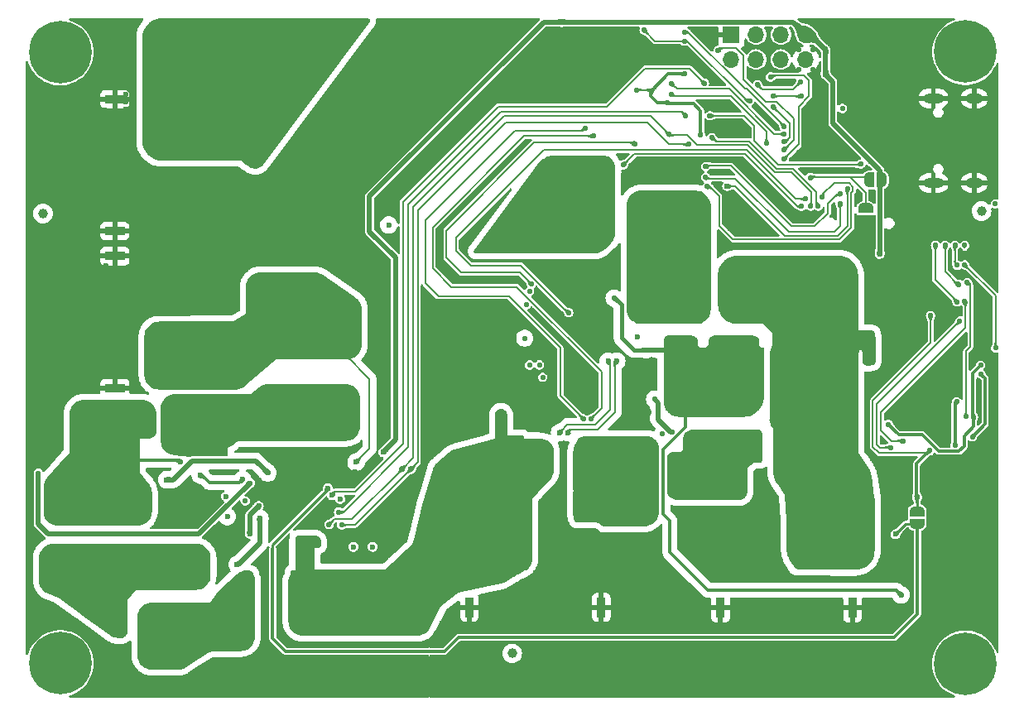
<source format=gbr>
%TF.GenerationSoftware,KiCad,Pcbnew,8.0.5*%
%TF.CreationDate,2024-12-17T17:43:05+01:00*%
%TF.ProjectId,ElonMux,456c6f6e-4d75-4782-9e6b-696361645f70,1.1*%
%TF.SameCoordinates,Original*%
%TF.FileFunction,Copper,L4,Bot*%
%TF.FilePolarity,Positive*%
%FSLAX46Y46*%
G04 Gerber Fmt 4.6, Leading zero omitted, Abs format (unit mm)*
G04 Created by KiCad (PCBNEW 8.0.5) date 2024-12-17 17:43:05*
%MOMM*%
%LPD*%
G01*
G04 APERTURE LIST*
G04 Aperture macros list*
%AMRoundRect*
0 Rectangle with rounded corners*
0 $1 Rounding radius*
0 $2 $3 $4 $5 $6 $7 $8 $9 X,Y pos of 4 corners*
0 Add a 4 corners polygon primitive as box body*
4,1,4,$2,$3,$4,$5,$6,$7,$8,$9,$2,$3,0*
0 Add four circle primitives for the rounded corners*
1,1,$1+$1,$2,$3*
1,1,$1+$1,$4,$5*
1,1,$1+$1,$6,$7*
1,1,$1+$1,$8,$9*
0 Add four rect primitives between the rounded corners*
20,1,$1+$1,$2,$3,$4,$5,0*
20,1,$1+$1,$4,$5,$6,$7,0*
20,1,$1+$1,$6,$7,$8,$9,0*
20,1,$1+$1,$8,$9,$2,$3,0*%
%AMFreePoly0*
4,1,19,0.500000,-0.750000,0.000000,-0.750000,0.000000,-0.744911,-0.071157,-0.744911,-0.207708,-0.704816,-0.327430,-0.627875,-0.420627,-0.520320,-0.479746,-0.390866,-0.500000,-0.250000,-0.500000,0.250000,-0.479746,0.390866,-0.420627,0.520320,-0.327430,0.627875,-0.207708,0.704816,-0.071157,0.744911,0.000000,0.744911,0.000000,0.750000,0.500000,0.750000,0.500000,-0.750000,0.500000,-0.750000,
$1*%
%AMFreePoly1*
4,1,19,0.000000,0.744911,0.071157,0.744911,0.207708,0.704816,0.327430,0.627875,0.420627,0.520320,0.479746,0.390866,0.500000,0.250000,0.500000,-0.250000,0.479746,-0.390866,0.420627,-0.520320,0.327430,-0.627875,0.207708,-0.704816,0.071157,-0.744911,0.000000,-0.744911,0.000000,-0.750000,-0.500000,-0.750000,-0.500000,0.750000,0.000000,0.750000,0.000000,0.744911,0.000000,0.744911,
$1*%
G04 Aperture macros list end*
%TA.AperFunction,ComponentPad*%
%ADD10C,0.550000*%
%TD*%
%TA.AperFunction,ComponentPad*%
%ADD11RoundRect,0.415000X2.510000X1.660000X-2.510000X1.660000X-2.510000X-1.660000X2.510000X-1.660000X0*%
%TD*%
%TA.AperFunction,ComponentPad*%
%ADD12R,0.900000X2.000000*%
%TD*%
%TA.AperFunction,ComponentPad*%
%ADD13RoundRect,0.415000X1.660000X-2.510000X1.660000X2.510000X-1.660000X2.510000X-1.660000X-2.510000X0*%
%TD*%
%TA.AperFunction,ComponentPad*%
%ADD14RoundRect,0.090000X0.910000X-0.360000X0.910000X0.360000X-0.910000X0.360000X-0.910000X-0.360000X0*%
%TD*%
%TA.AperFunction,ComponentPad*%
%ADD15O,2.100000X1.000000*%
%TD*%
%TA.AperFunction,ComponentPad*%
%ADD16O,1.800000X1.000000*%
%TD*%
%TA.AperFunction,ComponentPad*%
%ADD17C,0.800000*%
%TD*%
%TA.AperFunction,ComponentPad*%
%ADD18C,6.400000*%
%TD*%
%TA.AperFunction,ComponentPad*%
%ADD19RoundRect,0.090000X0.360000X0.910000X-0.360000X0.910000X-0.360000X-0.910000X0.360000X-0.910000X0*%
%TD*%
%TA.AperFunction,ComponentPad*%
%ADD20R,2.000000X0.900000*%
%TD*%
%TA.AperFunction,ComponentPad*%
%ADD21R,1.700000X1.700000*%
%TD*%
%TA.AperFunction,ComponentPad*%
%ADD22O,1.700000X1.700000*%
%TD*%
%TA.AperFunction,FiducialPad,Global*%
%ADD23C,1.000000*%
%TD*%
%TA.AperFunction,SMDPad,CuDef*%
%ADD24FreePoly0,90.000000*%
%TD*%
%TA.AperFunction,SMDPad,CuDef*%
%ADD25FreePoly1,90.000000*%
%TD*%
%TA.AperFunction,SMDPad,CuDef*%
%ADD26C,0.500000*%
%TD*%
%TA.AperFunction,SMDPad,CuDef*%
%ADD27R,1.000000X0.500000*%
%TD*%
%TA.AperFunction,SMDPad,CuDef*%
%ADD28FreePoly0,0.000000*%
%TD*%
%TA.AperFunction,SMDPad,CuDef*%
%ADD29FreePoly1,0.000000*%
%TD*%
%TA.AperFunction,SMDPad,CuDef*%
%ADD30R,0.500000X1.000000*%
%TD*%
%TA.AperFunction,ViaPad*%
%ADD31C,0.550000*%
%TD*%
%TA.AperFunction,ViaPad*%
%ADD32C,0.600000*%
%TD*%
%TA.AperFunction,Conductor*%
%ADD33C,0.300000*%
%TD*%
%TA.AperFunction,Conductor*%
%ADD34C,0.200000*%
%TD*%
%TA.AperFunction,Conductor*%
%ADD35C,0.500000*%
%TD*%
%TA.AperFunction,Conductor*%
%ADD36C,0.250000*%
%TD*%
%TA.AperFunction,Conductor*%
%ADD37C,0.400000*%
%TD*%
G04 APERTURE END LIST*
D10*
%TO.P,J504,1,Pin_1*%
%TO.N,GND*%
X190575000Y-110828957D03*
X190575000Y-110318957D03*
X190575000Y-109808957D03*
X190575000Y-109298957D03*
X190575000Y-108788957D03*
X190575000Y-108278957D03*
X190575000Y-107768957D03*
X190125000Y-111083957D03*
X190125000Y-110573957D03*
X190125000Y-110063957D03*
X190125000Y-109553957D03*
X190125000Y-109043957D03*
X190125000Y-108533957D03*
X190125000Y-108023957D03*
X190125000Y-107513957D03*
X189675000Y-110828957D03*
X189675000Y-110318957D03*
X189675000Y-109808957D03*
X189675000Y-109298957D03*
X189675000Y-108788957D03*
X189675000Y-108278957D03*
X189675000Y-107768957D03*
X189225000Y-111083957D03*
X189225000Y-110573957D03*
X189225000Y-108023957D03*
X189225000Y-107513957D03*
X188775000Y-110828957D03*
X188775000Y-107768957D03*
X188325000Y-111083957D03*
X188325000Y-107513957D03*
D11*
X187945000Y-109298957D03*
D10*
X187565000Y-111083957D03*
X187565000Y-107513957D03*
X187115000Y-110828957D03*
X187115000Y-107768957D03*
X186665000Y-111083957D03*
X186665000Y-110573957D03*
X186665000Y-108023957D03*
X186665000Y-107513957D03*
X186215000Y-110828957D03*
X186215000Y-110318957D03*
X186215000Y-109808957D03*
X186215000Y-109298957D03*
X186215000Y-108788957D03*
X186215000Y-108278957D03*
X186215000Y-107768957D03*
X185765000Y-111083957D03*
X185765000Y-110573957D03*
X185765000Y-110063957D03*
X185765000Y-109553957D03*
X185765000Y-109043957D03*
X185765000Y-108533957D03*
X185765000Y-108023957D03*
X185765000Y-107513957D03*
X185315000Y-110828957D03*
X185315000Y-110318957D03*
X185315000Y-109808957D03*
X185315000Y-109298957D03*
X185315000Y-108788957D03*
X185315000Y-108278957D03*
X185315000Y-107768957D03*
%TO.P,J504,2,Pin_2*%
%TO.N,/Project Architecture/Power - Generation/+VOUT*%
X197775000Y-110828957D03*
X197775000Y-110318957D03*
X197775000Y-109808957D03*
X197775000Y-109298957D03*
X197775000Y-108788957D03*
X197775000Y-108278957D03*
X197775000Y-107768957D03*
X197325000Y-111083957D03*
X197325000Y-110573957D03*
X197325000Y-110063957D03*
X197325000Y-109553957D03*
X197325000Y-109043957D03*
X197325000Y-108533957D03*
X197325000Y-108023957D03*
X197325000Y-107513957D03*
X196875000Y-110828957D03*
X196875000Y-110318957D03*
X196875000Y-109808957D03*
X196875000Y-109298957D03*
X196875000Y-108788957D03*
X196875000Y-108278957D03*
X196875000Y-107768957D03*
X196425000Y-111083957D03*
X196425000Y-110573957D03*
X196425000Y-108023957D03*
X196425000Y-107513957D03*
X195975000Y-110828957D03*
X195975000Y-107768957D03*
X195525000Y-111083957D03*
X195525000Y-107513957D03*
D11*
X195145000Y-109298957D03*
D10*
X194765000Y-111083957D03*
X194765000Y-107513957D03*
X194315000Y-110828957D03*
X194315000Y-107768957D03*
X193865000Y-111083957D03*
X193865000Y-110573957D03*
X193865000Y-108023957D03*
X193865000Y-107513957D03*
X193415000Y-110828957D03*
X193415000Y-110318957D03*
X193415000Y-109808957D03*
X193415000Y-109298957D03*
X193415000Y-108788957D03*
X193415000Y-108278957D03*
X193415000Y-107768957D03*
X192965000Y-111083957D03*
X192965000Y-110573957D03*
X192965000Y-110063957D03*
X192965000Y-109553957D03*
X192965000Y-109043957D03*
X192965000Y-108533957D03*
X192965000Y-108023957D03*
X192965000Y-107513957D03*
X192515000Y-110828957D03*
X192515000Y-110318957D03*
X192515000Y-109808957D03*
X192515000Y-109298957D03*
X192515000Y-108788957D03*
X192515000Y-108278957D03*
X192515000Y-107768957D03*
D12*
%TO.P,J504,3,MP1*%
%TO.N,GND*%
X198295000Y-115298957D03*
%TO.P,J504,4,MP2*%
X184795000Y-115298957D03*
%TD*%
D10*
%TO.P,J503,1,Pin_1*%
%TO.N,GND*%
X127320000Y-76280000D03*
X127830000Y-76280000D03*
X128340000Y-76280000D03*
X128850000Y-76280000D03*
X129360000Y-76280000D03*
X129870000Y-76280000D03*
X130380000Y-76280000D03*
X127065000Y-75830000D03*
X127575000Y-75830000D03*
X128085000Y-75830000D03*
X128595000Y-75830000D03*
X129105000Y-75830000D03*
X129615000Y-75830000D03*
X130125000Y-75830000D03*
X130635000Y-75830000D03*
X127320000Y-75380000D03*
X127830000Y-75380000D03*
X128340000Y-75380000D03*
X128850000Y-75380000D03*
X129360000Y-75380000D03*
X129870000Y-75380000D03*
X130380000Y-75380000D03*
X127065000Y-74930000D03*
X127575000Y-74930000D03*
X130125000Y-74930000D03*
X130635000Y-74930000D03*
X127320000Y-74480000D03*
X130380000Y-74480000D03*
X127065000Y-74030000D03*
X130635000Y-74030000D03*
D13*
X128850000Y-73650000D03*
D10*
X127065000Y-73270000D03*
X130635000Y-73270000D03*
X127320000Y-72820000D03*
X130380000Y-72820000D03*
X127065000Y-72370000D03*
X127575000Y-72370000D03*
X130125000Y-72370000D03*
X130635000Y-72370000D03*
X127320000Y-71920000D03*
X127830000Y-71920000D03*
X128340000Y-71920000D03*
X128850000Y-71920000D03*
X129360000Y-71920000D03*
X129870000Y-71920000D03*
X130380000Y-71920000D03*
X127065000Y-71470000D03*
X127575000Y-71470000D03*
X128085000Y-71470000D03*
X128595000Y-71470000D03*
X129105000Y-71470000D03*
X129615000Y-71470000D03*
X130125000Y-71470000D03*
X130635000Y-71470000D03*
X127320000Y-71020000D03*
X127830000Y-71020000D03*
X128340000Y-71020000D03*
X128850000Y-71020000D03*
X129360000Y-71020000D03*
X129870000Y-71020000D03*
X130380000Y-71020000D03*
%TO.P,J503,2,Pin_2*%
%TO.N,/Project Architecture/Power - Power Path/+VBAT*%
X127320000Y-69080000D03*
X127830000Y-69080000D03*
X128340000Y-69080000D03*
X128850000Y-69080000D03*
X129360000Y-69080000D03*
X129870000Y-69080000D03*
X130380000Y-69080000D03*
X127065000Y-68630000D03*
X127575000Y-68630000D03*
X128085000Y-68630000D03*
X128595000Y-68630000D03*
X129105000Y-68630000D03*
X129615000Y-68630000D03*
X130125000Y-68630000D03*
X130635000Y-68630000D03*
X127320000Y-68180000D03*
X127830000Y-68180000D03*
X128340000Y-68180000D03*
X128850000Y-68180000D03*
X129360000Y-68180000D03*
X129870000Y-68180000D03*
X130380000Y-68180000D03*
X127065000Y-67730000D03*
X127575000Y-67730000D03*
X130125000Y-67730000D03*
X130635000Y-67730000D03*
X127320000Y-67280000D03*
X130380000Y-67280000D03*
X127065000Y-66830000D03*
X130635000Y-66830000D03*
D13*
X128850000Y-66450000D03*
D10*
X127065000Y-66070000D03*
X130635000Y-66070000D03*
X127320000Y-65620000D03*
X130380000Y-65620000D03*
X127065000Y-65170000D03*
X127575000Y-65170000D03*
X130125000Y-65170000D03*
X130635000Y-65170000D03*
X127320000Y-64720000D03*
X127830000Y-64720000D03*
X128340000Y-64720000D03*
X128850000Y-64720000D03*
X129360000Y-64720000D03*
X129870000Y-64720000D03*
X130380000Y-64720000D03*
X127065000Y-64270000D03*
X127575000Y-64270000D03*
X128085000Y-64270000D03*
X128595000Y-64270000D03*
X129105000Y-64270000D03*
X129615000Y-64270000D03*
X130125000Y-64270000D03*
X130635000Y-64270000D03*
X127320000Y-63820000D03*
X127830000Y-63820000D03*
X128340000Y-63820000D03*
X128850000Y-63820000D03*
X129360000Y-63820000D03*
X129870000Y-63820000D03*
X130380000Y-63820000D03*
D14*
%TO.P,J503,3,MP1*%
%TO.N,GND*%
X122850000Y-76800000D03*
%TO.P,J503,4,MP2*%
X122850000Y-63300000D03*
%TD*%
D15*
%TO.P,J1002,SH1,SHELL*%
%TO.N,GND*%
X206570000Y-71870000D03*
%TO.P,J1002,SH2,SHELL*%
X206570000Y-63230000D03*
D16*
%TO.P,J1002,SH3,SHELL*%
X210750000Y-71870000D03*
%TO.P,J1002,SH4,SHELL*%
X210750000Y-63230000D03*
%TD*%
D17*
%TO.P,H1203,1,1*%
%TO.N,Net-(C1203-Pad1)*%
X207427944Y-121052944D03*
X208130888Y-119355888D03*
X208130888Y-122750000D03*
X209827944Y-118652944D03*
D18*
X209827944Y-121052944D03*
D17*
X209827944Y-123452944D03*
X211525000Y-119355888D03*
X211525000Y-122750000D03*
X212227944Y-121052944D03*
%TD*%
D10*
%TO.P,J501,1,Pin_1*%
%TO.N,GND*%
X172081394Y-110810000D03*
X172081394Y-110300000D03*
X172081394Y-109790000D03*
X172081394Y-109280000D03*
X172081394Y-108770000D03*
X172081394Y-108260000D03*
X172081394Y-107750000D03*
X171631394Y-111065000D03*
X171631394Y-110555000D03*
X171631394Y-110045000D03*
X171631394Y-109535000D03*
X171631394Y-109025000D03*
X171631394Y-108515000D03*
X171631394Y-108005000D03*
X171631394Y-107495000D03*
X171181394Y-110810000D03*
X171181394Y-110300000D03*
X171181394Y-109790000D03*
X171181394Y-109280000D03*
X171181394Y-108770000D03*
X171181394Y-108260000D03*
X171181394Y-107750000D03*
X170731394Y-111065000D03*
X170731394Y-110555000D03*
X170731394Y-108005000D03*
X170731394Y-107495000D03*
X170281394Y-110810000D03*
X170281394Y-107750000D03*
X169831394Y-111065000D03*
X169831394Y-107495000D03*
D11*
X169451394Y-109280000D03*
D10*
X169071394Y-111065000D03*
X169071394Y-107495000D03*
X168621394Y-110810000D03*
X168621394Y-107750000D03*
X168171394Y-111065000D03*
X168171394Y-110555000D03*
X168171394Y-108005000D03*
X168171394Y-107495000D03*
X167721394Y-110810000D03*
X167721394Y-110300000D03*
X167721394Y-109790000D03*
X167721394Y-109280000D03*
X167721394Y-108770000D03*
X167721394Y-108260000D03*
X167721394Y-107750000D03*
X167271394Y-111065000D03*
X167271394Y-110555000D03*
X167271394Y-110045000D03*
X167271394Y-109535000D03*
X167271394Y-109025000D03*
X167271394Y-108515000D03*
X167271394Y-108005000D03*
X167271394Y-107495000D03*
X166821394Y-110810000D03*
X166821394Y-110300000D03*
X166821394Y-109790000D03*
X166821394Y-109280000D03*
X166821394Y-108770000D03*
X166821394Y-108260000D03*
X166821394Y-107750000D03*
%TO.P,J501,2,Pin_2*%
%TO.N,+VSUPPLY*%
X164881394Y-110810000D03*
X164881394Y-110300000D03*
X164881394Y-109790000D03*
X164881394Y-109280000D03*
X164881394Y-108770000D03*
X164881394Y-108260000D03*
X164881394Y-107750000D03*
X164431394Y-111065000D03*
X164431394Y-110555000D03*
X164431394Y-110045000D03*
X164431394Y-109535000D03*
X164431394Y-109025000D03*
X164431394Y-108515000D03*
X164431394Y-108005000D03*
X164431394Y-107495000D03*
X163981394Y-110810000D03*
X163981394Y-110300000D03*
X163981394Y-109790000D03*
X163981394Y-109280000D03*
X163981394Y-108770000D03*
X163981394Y-108260000D03*
X163981394Y-107750000D03*
X163531394Y-111065000D03*
X163531394Y-110555000D03*
X163531394Y-108005000D03*
X163531394Y-107495000D03*
X163081394Y-110810000D03*
X163081394Y-107750000D03*
X162631394Y-111065000D03*
X162631394Y-107495000D03*
D11*
X162251394Y-109280000D03*
D10*
X161871394Y-111065000D03*
X161871394Y-107495000D03*
X161421394Y-110810000D03*
X161421394Y-107750000D03*
X160971394Y-111065000D03*
X160971394Y-110555000D03*
X160971394Y-108005000D03*
X160971394Y-107495000D03*
X160521394Y-110810000D03*
X160521394Y-110300000D03*
X160521394Y-109790000D03*
X160521394Y-109280000D03*
X160521394Y-108770000D03*
X160521394Y-108260000D03*
X160521394Y-107750000D03*
X160071394Y-111065000D03*
X160071394Y-110555000D03*
X160071394Y-110045000D03*
X160071394Y-109535000D03*
X160071394Y-109025000D03*
X160071394Y-108515000D03*
X160071394Y-108005000D03*
X160071394Y-107495000D03*
X159621394Y-110810000D03*
X159621394Y-110300000D03*
X159621394Y-109790000D03*
X159621394Y-109280000D03*
X159621394Y-108770000D03*
X159621394Y-108260000D03*
X159621394Y-107750000D03*
D19*
%TO.P,J501,3,MP1*%
%TO.N,GND*%
X172601394Y-115280000D03*
%TO.P,J501,4,MP2*%
X159101394Y-115280000D03*
%TD*%
D17*
%TO.P,H1202,1,1*%
%TO.N,Net-(C1202-Pad1)*%
X114862500Y-121000000D03*
X115565444Y-119302944D03*
X115565444Y-122697056D03*
X117262500Y-118600000D03*
D18*
X117262500Y-121000000D03*
D17*
X117262500Y-123400000D03*
X118959556Y-119302944D03*
X118959556Y-122697056D03*
X119662500Y-121000000D03*
%TD*%
%TO.P,H1201,1,1*%
%TO.N,Net-(C1201-Pad1)*%
X207427944Y-58447056D03*
X208130888Y-56750000D03*
X208130888Y-60144112D03*
X209827944Y-56047056D03*
D18*
X209827944Y-58447056D03*
D17*
X209827944Y-60847056D03*
X211525000Y-56750000D03*
X211525000Y-60144112D03*
X212227944Y-58447056D03*
%TD*%
D10*
%TO.P,J502,1,Pin_1*%
%TO.N,GND*%
X127320000Y-85130000D03*
X127830000Y-85130000D03*
X128340000Y-85130000D03*
X128850000Y-85130000D03*
X129360000Y-85130000D03*
X129870000Y-85130000D03*
X130380000Y-85130000D03*
X127065000Y-84680000D03*
X127575000Y-84680000D03*
X128085000Y-84680000D03*
X128595000Y-84680000D03*
X129105000Y-84680000D03*
X129615000Y-84680000D03*
X130125000Y-84680000D03*
X130635000Y-84680000D03*
X127320000Y-84230000D03*
X127830000Y-84230000D03*
X128340000Y-84230000D03*
X128850000Y-84230000D03*
X129360000Y-84230000D03*
X129870000Y-84230000D03*
X130380000Y-84230000D03*
X127065000Y-83780000D03*
X127575000Y-83780000D03*
X130125000Y-83780000D03*
X130635000Y-83780000D03*
X127320000Y-83330000D03*
X130380000Y-83330000D03*
X127065000Y-82880000D03*
X130635000Y-82880000D03*
D13*
X128850000Y-82500000D03*
D10*
X127065000Y-82120000D03*
X130635000Y-82120000D03*
X127320000Y-81670000D03*
X130380000Y-81670000D03*
X127065000Y-81220000D03*
X127575000Y-81220000D03*
X130125000Y-81220000D03*
X130635000Y-81220000D03*
X127320000Y-80770000D03*
X127830000Y-80770000D03*
X128340000Y-80770000D03*
X128850000Y-80770000D03*
X129360000Y-80770000D03*
X129870000Y-80770000D03*
X130380000Y-80770000D03*
X127065000Y-80320000D03*
X127575000Y-80320000D03*
X128085000Y-80320000D03*
X128595000Y-80320000D03*
X129105000Y-80320000D03*
X129615000Y-80320000D03*
X130125000Y-80320000D03*
X130635000Y-80320000D03*
X127320000Y-79870000D03*
X127830000Y-79870000D03*
X128340000Y-79870000D03*
X128850000Y-79870000D03*
X129360000Y-79870000D03*
X129870000Y-79870000D03*
X130380000Y-79870000D03*
%TO.P,J502,2,Pin_2*%
%TO.N,/Project Architecture/Power - Charger/+VCHARGE_O*%
X127320000Y-92330000D03*
X127830000Y-92330000D03*
X128340000Y-92330000D03*
X128850000Y-92330000D03*
X129360000Y-92330000D03*
X129870000Y-92330000D03*
X130380000Y-92330000D03*
X127065000Y-91880000D03*
X127575000Y-91880000D03*
X128085000Y-91880000D03*
X128595000Y-91880000D03*
X129105000Y-91880000D03*
X129615000Y-91880000D03*
X130125000Y-91880000D03*
X130635000Y-91880000D03*
X127320000Y-91430000D03*
X127830000Y-91430000D03*
X128340000Y-91430000D03*
X128850000Y-91430000D03*
X129360000Y-91430000D03*
X129870000Y-91430000D03*
X130380000Y-91430000D03*
X127065000Y-90980000D03*
X127575000Y-90980000D03*
X130125000Y-90980000D03*
X130635000Y-90980000D03*
X127320000Y-90530000D03*
X130380000Y-90530000D03*
X127065000Y-90080000D03*
X130635000Y-90080000D03*
D13*
X128850000Y-89700000D03*
D10*
X127065000Y-89320000D03*
X130635000Y-89320000D03*
X127320000Y-88870000D03*
X130380000Y-88870000D03*
X127065000Y-88420000D03*
X127575000Y-88420000D03*
X130125000Y-88420000D03*
X130635000Y-88420000D03*
X127320000Y-87970000D03*
X127830000Y-87970000D03*
X128340000Y-87970000D03*
X128850000Y-87970000D03*
X129360000Y-87970000D03*
X129870000Y-87970000D03*
X130380000Y-87970000D03*
X127065000Y-87520000D03*
X127575000Y-87520000D03*
X128085000Y-87520000D03*
X128595000Y-87520000D03*
X129105000Y-87520000D03*
X129615000Y-87520000D03*
X130125000Y-87520000D03*
X130635000Y-87520000D03*
X127320000Y-87070000D03*
X127830000Y-87070000D03*
X128340000Y-87070000D03*
X128850000Y-87070000D03*
X129360000Y-87070000D03*
X129870000Y-87070000D03*
X130380000Y-87070000D03*
D20*
%TO.P,J502,3,MP1*%
%TO.N,GND*%
X122850000Y-92850000D03*
%TO.P,J502,4,MP2*%
X122850000Y-79350000D03*
%TD*%
D21*
%TO.P,J1003,1,Pin_1*%
%TO.N,GND*%
X185905000Y-56710000D03*
D22*
%TO.P,J1003,2,Pin_2*%
%TO.N,/Project Architecture/Interface - Connectors/U0TXD_C*%
X185905000Y-59250000D03*
%TO.P,J1003,3,Pin_3*%
%TO.N,/Project Architecture/Interface - Connectors/GPIO37*%
X188445000Y-56710000D03*
%TO.P,J1003,4,Pin_4*%
%TO.N,/Project Architecture/Interface - Connectors/U0RXD_C*%
X188445000Y-59250000D03*
%TO.P,J1003,5,Pin_5*%
%TO.N,/Project Architecture/Interface - Connectors/GPIO35*%
X190985000Y-56710000D03*
%TO.P,J1003,6,Pin_6*%
%TO.N,/Project Architecture/Interface - Connectors/GPIO36*%
X190985000Y-59250000D03*
%TO.P,J1003,7,Pin_7*%
%TO.N,+3V3*%
X193525000Y-56710000D03*
%TO.P,J1003,8,Pin_8*%
%TO.N,GND*%
X193525000Y-59250000D03*
%TD*%
D17*
%TO.P,H1204,1,1*%
%TO.N,Net-(C1204-Pad1)*%
X114847056Y-58497056D03*
X115550000Y-56800000D03*
X115550000Y-60194112D03*
X117247056Y-56097056D03*
D18*
X117247056Y-58497056D03*
D17*
X117247056Y-60897056D03*
X118944112Y-56800000D03*
X118944112Y-60194112D03*
X119647056Y-58497056D03*
%TD*%
D23*
%TO.P,FM1206,*%
%TO.N,*%
X115500000Y-75000000D03*
%TD*%
%TO.P,FM1205,*%
%TO.N,*%
X163500000Y-120000000D03*
%TD*%
D24*
%TO.P,JP402,1,A*%
%TO.N,GND*%
X199650000Y-75750000D03*
D25*
%TO.P,JP402,2,B*%
%TO.N,/Project Architecture/MCU - Unit/GPIO3*%
X199650000Y-74450000D03*
%TD*%
D24*
%TO.P,JP701,1,A*%
%TO.N,/Project Architecture/Power - Charger/CEn*%
X204900000Y-106750000D03*
D25*
%TO.P,JP701,2,B*%
%TO.N,+3V3*%
X204900000Y-105450000D03*
%TD*%
D23*
%TO.P,FM1204,*%
%TO.N,*%
X211500000Y-74750000D03*
%TD*%
D26*
%TO.P,NT804,1,1*%
%TO.N,/Project Architecture/Power - Power Path/TS2*%
X177250000Y-88950000D03*
D27*
X177750000Y-88950000D03*
D26*
%TO.P,NT804,2,2*%
%TO.N,/Project Architecture/Power - Power Path/SOURCE2*%
X178250000Y-88950000D03*
%TD*%
D28*
%TO.P,JP401,1,A*%
%TO.N,/Project Architecture/MCU - Unit/GPIO3*%
X200000000Y-71550000D03*
D29*
%TO.P,JP401,2,B*%
%TO.N,+3V3*%
X201300000Y-71550000D03*
%TD*%
D26*
%TO.P,NT803,1,1*%
%TO.N,/Project Architecture/Power - Power Path/TS1*%
X178450000Y-94800000D03*
D30*
X178450000Y-95300000D03*
D26*
%TO.P,NT803,2,2*%
%TO.N,/Project Architecture/Power - Power Path/SOURCE1*%
X178450000Y-95800000D03*
%TD*%
D31*
%TO.N,/Project Architecture/Power - Generation/PVIN2*%
X211400000Y-90525000D03*
D32*
%TO.N,GND*%
X203675000Y-81475000D03*
X204400000Y-81925000D03*
D31*
X205700000Y-91875000D03*
D32*
X204200000Y-87725000D03*
X204975000Y-87725000D03*
X203450000Y-90000000D03*
X203450000Y-89250000D03*
%TO.N,+3V3*%
X168550000Y-55410000D03*
X149207500Y-109092500D03*
D31*
X177723047Y-62468433D03*
D32*
X195550000Y-60750000D03*
D31*
X181100000Y-60725000D03*
X176200000Y-62350000D03*
D32*
X204900000Y-104000000D03*
D31*
X206275000Y-85450000D03*
X182775000Y-67000000D03*
X206200000Y-99250000D03*
D32*
X200200000Y-69675000D03*
X150300000Y-99400000D03*
X201075000Y-79150000D03*
X195550000Y-58250000D03*
D31*
X179350000Y-63650000D03*
D32*
%TO.N,GND*%
X173425000Y-107900000D03*
X167275000Y-105150000D03*
X171625000Y-94350000D03*
D31*
X201450000Y-98281587D03*
D32*
X131200000Y-121850000D03*
X171175000Y-113250000D03*
X120850000Y-69900000D03*
X146000000Y-78350000D03*
X135100000Y-78100000D03*
X195250000Y-121250000D03*
D31*
X200275000Y-64250000D03*
D32*
X170425000Y-113250000D03*
X125500000Y-71800000D03*
X190625000Y-106150000D03*
X135000000Y-71950000D03*
X134250000Y-70500000D03*
D31*
X211750000Y-99200000D03*
D32*
X188525000Y-103200000D03*
X154500000Y-98500000D03*
D31*
X200350000Y-73250000D03*
D32*
X124000000Y-89550000D03*
X135000000Y-83450000D03*
X150500000Y-93500000D03*
X132200000Y-82700000D03*
X187850000Y-104775000D03*
X183975000Y-112500000D03*
X125500000Y-80600000D03*
X135100000Y-81950000D03*
X118850000Y-73400000D03*
X159325000Y-96850000D03*
X189200000Y-103200000D03*
X186875000Y-106150000D03*
X190725000Y-112500000D03*
X123800000Y-122300000D03*
X124000000Y-88100000D03*
X185300000Y-77750000D03*
X154550000Y-100750000D03*
X169500000Y-117300000D03*
X124000000Y-65050000D03*
X134350000Y-120700000D03*
X145750000Y-108750000D03*
X171175000Y-112500000D03*
X115900000Y-80350000D03*
X158275000Y-85750000D03*
X133600000Y-76450000D03*
D31*
X204025000Y-62000000D03*
D32*
X183475000Y-107500000D03*
X133600000Y-79700000D03*
X114100000Y-111400000D03*
X168025000Y-106000000D03*
X187625000Y-106150000D03*
X202775000Y-68700000D03*
D31*
X199775000Y-98000000D03*
D32*
X124000000Y-85850000D03*
X120900000Y-82350000D03*
X124750000Y-71050000D03*
X132950000Y-120700000D03*
X163975000Y-94750000D03*
X119850000Y-75150000D03*
X129050000Y-78950000D03*
X212500000Y-69480000D03*
X183975000Y-111750000D03*
X167289986Y-90180000D03*
X124750000Y-86600000D03*
X146050000Y-81350000D03*
X156575000Y-98600000D03*
X184725000Y-108750000D03*
X138150000Y-117650000D03*
X208500000Y-109500000D03*
X162750000Y-62875000D03*
X170425000Y-112500000D03*
X173000000Y-121300000D03*
X197000000Y-124000000D03*
X201525000Y-106200000D03*
X121850000Y-75150000D03*
X126250000Y-84350000D03*
X138150000Y-113450000D03*
X156350000Y-116950000D03*
X119850000Y-64400000D03*
X124750000Y-84350000D03*
X124000000Y-87350000D03*
X154500000Y-88000000D03*
X136600000Y-99150000D03*
X124750000Y-91800000D03*
D31*
X200275000Y-62000000D03*
D32*
X154500000Y-124200000D03*
X137300000Y-71900000D03*
D31*
X199025000Y-73250000D03*
D32*
X153450000Y-104300000D03*
X154500000Y-89500000D03*
X132950000Y-124200000D03*
D31*
X203325000Y-101550000D03*
D32*
X161900000Y-59150000D03*
X203775000Y-121812500D03*
X124750000Y-60500000D03*
X134350000Y-78950000D03*
X124750000Y-88850000D03*
X114100000Y-100000000D03*
X147350000Y-110550000D03*
X188475000Y-112500000D03*
X183975000Y-110250000D03*
X170875000Y-93600000D03*
X132200000Y-83450000D03*
X166675000Y-113250000D03*
X211425000Y-101000000D03*
X164700000Y-112600000D03*
X139650000Y-113450000D03*
X126250000Y-76300000D03*
X132350000Y-121100000D03*
X198925000Y-112350000D03*
X142250000Y-122800000D03*
X114100000Y-96500000D03*
X168834658Y-103348041D03*
X151500000Y-120700000D03*
X150150000Y-110500000D03*
X151350000Y-119100000D03*
X201525000Y-111450000D03*
X114150000Y-80350000D03*
X155925000Y-99200000D03*
X184625000Y-106825000D03*
X160050000Y-97525000D03*
X178425000Y-107450000D03*
X134350000Y-74950000D03*
D31*
X194775000Y-68750000D03*
D32*
X115850000Y-71650000D03*
X124750000Y-69550000D03*
X172800000Y-109475000D03*
X132950000Y-123500000D03*
X150000000Y-85500000D03*
X135100000Y-75700000D03*
X146000000Y-109750000D03*
X114100000Y-100700000D03*
X162025000Y-85750000D03*
X124000000Y-83600000D03*
X174925000Y-107900000D03*
D31*
X192050000Y-78400000D03*
D32*
X116900000Y-78600000D03*
X130550000Y-77200000D03*
X115900000Y-91100000D03*
X169475000Y-83350000D03*
X162050000Y-84250000D03*
X124000000Y-68800000D03*
D31*
X204025000Y-62750000D03*
X170875000Y-95100000D03*
D32*
X150000000Y-87750000D03*
X124750000Y-65800000D03*
D31*
X203025000Y-76000000D03*
D32*
X183125000Y-106150000D03*
X124750000Y-85850000D03*
X194725000Y-112350000D03*
X154500000Y-122800000D03*
D31*
X204700000Y-95500000D03*
D32*
X117850000Y-64400000D03*
D31*
X187674766Y-67025000D03*
D32*
X168925000Y-111750000D03*
X184500000Y-121250000D03*
X197000000Y-122250000D03*
X169675000Y-113250000D03*
X151500000Y-121400000D03*
X133600000Y-70500000D03*
X189225000Y-112500000D03*
X114100000Y-95800000D03*
X125500000Y-72550000D03*
X211250000Y-111250000D03*
X132850000Y-76450000D03*
X125500000Y-81350000D03*
X117850000Y-71650000D03*
X193500000Y-116250000D03*
X207025000Y-116750000D03*
X145250000Y-120700000D03*
X120900000Y-78600000D03*
X114850000Y-62650000D03*
X166000000Y-123300000D03*
X136100000Y-71000000D03*
X116850000Y-69900000D03*
X198750000Y-119250000D03*
X132850000Y-78950000D03*
X148850000Y-89275000D03*
D31*
X205700000Y-95500000D03*
D32*
X141625000Y-104175000D03*
X132200000Y-84200000D03*
D31*
X211075000Y-83250000D03*
D32*
X185475000Y-111750000D03*
X165925000Y-111750000D03*
X154500000Y-95500000D03*
D31*
X200275000Y-65000000D03*
D32*
X201525000Y-80500000D03*
D31*
X195775000Y-68750000D03*
D32*
X172600000Y-112500000D03*
X203450000Y-87725000D03*
X124750000Y-63550000D03*
X119900000Y-91100000D03*
X132200000Y-84950000D03*
X114800000Y-96500000D03*
D31*
X195775000Y-67750000D03*
D32*
X124750000Y-64300000D03*
X191925000Y-112200000D03*
X118100000Y-116200000D03*
D31*
X203275000Y-62000000D03*
D32*
X145450000Y-80900000D03*
X138150000Y-114850000D03*
X189975000Y-112500000D03*
X121900000Y-84100000D03*
X115900000Y-87700000D03*
X131500000Y-71200000D03*
X132850000Y-73450000D03*
X133600000Y-78950000D03*
X128575000Y-105075000D03*
X189875000Y-106900000D03*
X131350000Y-81950000D03*
X162775000Y-85000000D03*
X124750000Y-85100000D03*
X124000000Y-86600000D03*
X153900000Y-102850000D03*
X161250000Y-81650000D03*
X193500000Y-122250000D03*
X138700000Y-78100000D03*
X133600000Y-73450000D03*
X132100000Y-78075000D03*
X163975000Y-93250000D03*
D31*
X211650000Y-85475000D03*
D32*
X139950000Y-111750000D03*
X168775000Y-101500000D03*
X140425000Y-103025000D03*
X154500000Y-97000000D03*
X168025000Y-106750000D03*
X120600000Y-118000000D03*
X139850000Y-117650000D03*
X141700000Y-78100000D03*
X126250000Y-74800000D03*
X171250000Y-116300000D03*
D31*
X209236977Y-99995103D03*
X206700000Y-96250000D03*
D32*
X138700000Y-75300000D03*
X186225000Y-112500000D03*
X118850000Y-62650000D03*
X174925000Y-108650000D03*
X124000000Y-72550000D03*
X126250000Y-74050000D03*
D31*
X184875000Y-70700000D03*
D32*
X197000000Y-116250000D03*
X168175000Y-111750000D03*
X134350000Y-81200000D03*
X132100000Y-75700000D03*
X134350000Y-73450000D03*
X157525000Y-85750000D03*
X155200000Y-99025000D03*
X131500000Y-84950000D03*
X114100000Y-108500000D03*
D31*
X180775000Y-70750000D03*
D32*
X114900000Y-89350000D03*
X124000000Y-74050000D03*
X187625000Y-106900000D03*
X171625000Y-92850000D03*
X201375000Y-103250000D03*
X160750000Y-55800000D03*
D31*
X188775000Y-64500000D03*
D32*
X201525000Y-109950000D03*
X121850000Y-64400000D03*
X141550000Y-75050000D03*
X152900000Y-106450000D03*
X120900000Y-92750000D03*
X167425000Y-113250000D03*
X130975000Y-105925000D03*
X121900000Y-80350000D03*
X130850000Y-70500000D03*
X175675000Y-107900000D03*
D31*
X192850000Y-58250000D03*
D32*
X161600000Y-57750000D03*
X124750000Y-71800000D03*
X151500000Y-123500000D03*
X171250000Y-124050000D03*
X117900000Y-84100000D03*
D31*
X199525000Y-65000000D03*
D32*
X174250000Y-96800000D03*
D31*
X165275000Y-91740000D03*
X199775000Y-84500000D03*
D32*
X148750000Y-110550000D03*
X125500000Y-75550000D03*
X148500000Y-90000000D03*
X167750000Y-120300000D03*
D31*
X191275000Y-78375000D03*
D32*
X135100000Y-81200000D03*
X171625000Y-93600000D03*
D31*
X204525000Y-77750000D03*
D32*
X124750000Y-74800000D03*
X169675000Y-111750000D03*
X188375000Y-106900000D03*
X169500000Y-123300000D03*
X185300000Y-78350000D03*
X201525000Y-104000000D03*
X188850000Y-102625000D03*
X130600000Y-78075000D03*
D31*
X202200000Y-100100000D03*
D32*
X126250000Y-82850000D03*
X131350000Y-82650000D03*
X114100000Y-109200000D03*
X167750000Y-124050000D03*
X130550000Y-78950000D03*
X124000000Y-88850000D03*
X203625000Y-65050000D03*
X150050000Y-95500000D03*
X149000000Y-86250000D03*
X141700000Y-76700000D03*
X115500000Y-94400000D03*
X145400000Y-77900000D03*
X167425000Y-111750000D03*
X132850000Y-79700000D03*
X161275000Y-84250000D03*
X138000000Y-119000000D03*
X162600000Y-62225000D03*
X153250000Y-105100000D03*
X184500000Y-117250000D03*
X120900000Y-89350000D03*
X114100000Y-107000000D03*
X166500000Y-105341994D03*
X173000000Y-123300000D03*
D31*
X192850000Y-60250000D03*
D32*
X189850000Y-103200000D03*
D31*
X201275000Y-68700000D03*
X199525000Y-62750000D03*
D32*
X150500000Y-88250000D03*
X119300000Y-117100000D03*
X154500000Y-97750000D03*
X149000000Y-87750000D03*
X137700000Y-119650000D03*
X197525000Y-112350000D03*
X171900000Y-111750000D03*
X145250000Y-122100000D03*
X132850000Y-74200000D03*
X133600000Y-82700000D03*
X204975000Y-86250000D03*
X121900000Y-87700000D03*
X114900000Y-78600000D03*
X139650000Y-115550000D03*
X159025000Y-85000000D03*
X168025000Y-105150000D03*
X201525000Y-104750000D03*
X126250000Y-85100000D03*
X184725000Y-112500000D03*
X133650000Y-120700000D03*
X205025000Y-82500000D03*
X169475000Y-80350000D03*
X148450000Y-83150000D03*
X138000000Y-72400000D03*
X114100000Y-102800000D03*
D31*
X212025000Y-80500000D03*
D32*
X142500000Y-80000000D03*
X150650000Y-119100000D03*
X183975000Y-108000000D03*
X168175000Y-113250000D03*
X178175000Y-123500000D03*
X134900000Y-70500000D03*
D31*
X206175000Y-100650000D03*
D32*
X166675000Y-111750000D03*
X124000000Y-64300000D03*
X120850000Y-62650000D03*
X122000000Y-122200000D03*
D31*
X200275000Y-63500000D03*
D32*
X114900000Y-85950000D03*
X124750000Y-56600000D03*
D31*
X164175000Y-89050000D03*
D32*
X128300000Y-77200000D03*
X124750000Y-87350000D03*
X124000000Y-73300000D03*
D31*
X201775000Y-62000000D03*
D32*
X154300000Y-101450000D03*
X183875000Y-106900000D03*
X134350000Y-74200000D03*
X145250000Y-110550000D03*
X203450000Y-86250000D03*
X124000000Y-91050000D03*
X135950000Y-122100000D03*
X193500000Y-120250000D03*
X142250000Y-120700000D03*
X132100000Y-77200000D03*
X188250000Y-119250000D03*
X191375000Y-112500000D03*
X149250000Y-119100000D03*
D31*
X196300000Y-70650000D03*
D32*
X159325000Y-96100000D03*
X160500000Y-122300000D03*
X172600000Y-111750000D03*
X158750000Y-123300000D03*
X183875000Y-106150000D03*
X147200000Y-79250000D03*
X126250000Y-71050000D03*
X132100000Y-81200000D03*
X149450000Y-110550000D03*
X149000000Y-85500000D03*
X148550000Y-119100000D03*
X125500000Y-76300000D03*
X139650000Y-114150000D03*
X136700000Y-71450000D03*
D31*
X200275000Y-62750000D03*
X211225000Y-94600000D03*
D32*
X205025000Y-84000000D03*
X161275000Y-85750000D03*
X121850000Y-68150000D03*
X146450000Y-119100000D03*
X201275000Y-102550000D03*
X125500000Y-83600000D03*
D31*
X194775000Y-66750000D03*
D32*
X135100000Y-74950000D03*
D31*
X165029865Y-86628595D03*
D32*
X122200000Y-55400000D03*
X144800000Y-77450000D03*
X149950000Y-119100000D03*
D31*
X205050000Y-84775000D03*
X204775000Y-62750000D03*
D32*
X193325000Y-112350000D03*
D31*
X201900000Y-73300000D03*
D32*
X138150000Y-114150000D03*
X118850000Y-69900000D03*
X116900000Y-89350000D03*
D31*
X188350000Y-78400000D03*
D32*
X185475000Y-112500000D03*
X212500000Y-63730000D03*
X209000000Y-65480000D03*
X170000000Y-60750000D03*
X183975000Y-109500000D03*
X135100000Y-80450000D03*
X178175000Y-122750000D03*
D31*
X205700000Y-97000000D03*
D32*
X185375000Y-105400000D03*
D31*
X186100000Y-78400000D03*
D32*
X128300000Y-78950000D03*
D31*
X184275000Y-69500000D03*
D32*
X164250000Y-122300000D03*
X168725000Y-81100000D03*
X200375000Y-100050000D03*
X168725000Y-80350000D03*
X160075000Y-95350000D03*
X160500000Y-120300000D03*
X124000000Y-71050000D03*
X138700000Y-76000000D03*
X160825000Y-96850000D03*
X145050000Y-119100000D03*
X114100000Y-99300000D03*
X188275000Y-75500000D03*
X161275000Y-85000000D03*
X124750000Y-81350000D03*
X135100000Y-78950000D03*
X143650000Y-119100000D03*
X125500000Y-85100000D03*
X128225000Y-103925000D03*
X154500000Y-100000000D03*
X186250000Y-122250000D03*
X185375000Y-106150000D03*
X186225000Y-111750000D03*
X200050735Y-99374265D03*
X115850000Y-68150000D03*
X160825000Y-96100000D03*
X169475000Y-81100000D03*
X132850000Y-75700000D03*
X168775000Y-106750000D03*
X184725000Y-109500000D03*
X186250000Y-116250000D03*
D31*
X202200000Y-100800000D03*
D32*
X135100000Y-76450000D03*
X114150000Y-91100000D03*
X162500000Y-123300000D03*
X142250000Y-123500000D03*
X175675000Y-108650000D03*
X161150000Y-56400000D03*
X154100000Y-102200000D03*
X128250000Y-122600000D03*
X159025000Y-84250000D03*
X117850000Y-68150000D03*
X210750000Y-64230000D03*
X140250000Y-80000000D03*
X147425000Y-101450000D03*
X191375000Y-111800000D03*
D31*
X202525000Y-62000000D03*
D32*
X170875000Y-92850000D03*
X185775000Y-76500000D03*
D31*
X202025000Y-77000000D03*
D32*
X203450000Y-88475000D03*
X184750000Y-78000000D03*
X195250000Y-117250000D03*
D31*
X189775000Y-78400000D03*
D32*
X187725000Y-111750000D03*
X167650000Y-103300000D03*
X172600000Y-113250000D03*
X187725000Y-112500000D03*
D31*
X202575000Y-101550000D03*
D32*
X114150000Y-84100000D03*
X114850000Y-66400000D03*
D31*
X168150000Y-96200000D03*
D32*
X163975000Y-96179003D03*
X166500000Y-106045997D03*
X124950000Y-55900000D03*
X201525000Y-108450000D03*
X166000000Y-117300000D03*
X160350000Y-55300000D03*
X135000000Y-73450000D03*
X133600000Y-78075000D03*
X114100000Y-114200000D03*
X149600000Y-81050000D03*
X146650000Y-110550000D03*
X151500000Y-124200000D03*
X190000000Y-120250000D03*
X126750000Y-122600000D03*
X154500000Y-85000000D03*
X199025000Y-79250000D03*
X163600000Y-113300000D03*
X135950000Y-120700000D03*
X177925000Y-108650000D03*
X118900000Y-82350000D03*
X114800000Y-94400000D03*
X135100000Y-79700000D03*
X153700000Y-103550000D03*
X172675000Y-108650000D03*
X124750000Y-70300000D03*
X190000000Y-124000000D03*
X124000000Y-84350000D03*
D31*
X168725000Y-83350000D03*
D32*
X147850000Y-82700000D03*
X141700000Y-77400000D03*
X154500000Y-86500000D03*
X144850000Y-80450000D03*
D31*
X192775000Y-68750000D03*
X205775000Y-78000000D03*
D32*
X154500000Y-92500000D03*
X211025000Y-79500000D03*
X131350000Y-78075000D03*
X133600000Y-74200000D03*
X130600000Y-122200000D03*
X183125000Y-105400000D03*
X195325000Y-61750000D03*
D31*
X174900000Y-69075000D03*
D32*
X188375000Y-106150000D03*
X166500000Y-106750000D03*
X140300000Y-118300000D03*
X192625000Y-112350000D03*
D31*
X204700000Y-97000000D03*
D32*
X126250000Y-72550000D03*
X125500000Y-74800000D03*
X169475000Y-81850000D03*
X154500000Y-85750000D03*
X135825000Y-80875000D03*
D31*
X199775000Y-83000000D03*
D32*
X161450000Y-57050000D03*
X125500000Y-74050000D03*
X153100000Y-105750000D03*
X190000000Y-122250000D03*
X150500000Y-89750000D03*
X124750000Y-68050000D03*
X131350000Y-74200000D03*
X181675000Y-106150000D03*
X124750000Y-59000000D03*
X115500000Y-95800000D03*
X184725000Y-108000000D03*
X132950000Y-122800000D03*
X157700000Y-115250000D03*
X124000000Y-85100000D03*
X131350000Y-77200000D03*
X155200000Y-99825000D03*
X137200000Y-120150000D03*
X198750000Y-121250000D03*
X150500000Y-85000000D03*
X139650000Y-116950000D03*
X205025000Y-57000000D03*
X168775000Y-105150000D03*
X117500000Y-115800000D03*
X117850000Y-75150000D03*
X150500000Y-91000000D03*
D31*
X212350000Y-97000000D03*
D32*
X184750000Y-78750000D03*
X161103073Y-114199561D03*
D31*
X186850000Y-78375000D03*
D32*
X137950000Y-80000000D03*
X199775000Y-81500000D03*
X190725000Y-111750000D03*
X170000000Y-62000000D03*
D31*
X180775000Y-71750000D03*
D32*
X152250000Y-108550000D03*
X207025000Y-115750000D03*
X135950000Y-121400000D03*
X124750000Y-58200000D03*
X158750000Y-121300000D03*
X132100000Y-74950000D03*
D31*
X207700000Y-96250000D03*
D32*
X132200000Y-71200000D03*
X198750000Y-123250000D03*
X144000000Y-80150000D03*
X131800000Y-121450000D03*
X132850000Y-74950000D03*
X114100000Y-115000000D03*
X183975000Y-108750000D03*
X166675000Y-112500000D03*
X145250000Y-123500000D03*
X142950000Y-119100000D03*
X125500000Y-69550000D03*
X132100000Y-74200000D03*
D31*
X199525000Y-62000000D03*
D32*
X184625000Y-105400000D03*
X184725000Y-110250000D03*
X185300000Y-74600000D03*
D31*
X210125000Y-99400000D03*
D32*
X124750000Y-68800000D03*
X159025000Y-85750000D03*
X174175000Y-108650000D03*
X124000000Y-62800000D03*
X154500000Y-93250000D03*
X134350000Y-79700000D03*
X202750000Y-110250000D03*
X178575000Y-108200000D03*
D31*
X166960268Y-93650000D03*
D32*
X161750000Y-58450000D03*
X170000000Y-58250000D03*
X179175000Y-121750000D03*
X125500000Y-84350000D03*
X201525000Y-106950000D03*
X144200000Y-77000000D03*
X141550000Y-119100000D03*
X142250000Y-122100000D03*
X186250000Y-124000000D03*
X143300000Y-80025000D03*
X150200000Y-81500000D03*
X204200000Y-86250000D03*
X141600000Y-103025000D03*
X118850000Y-66400000D03*
D31*
X198025000Y-78500000D03*
D32*
X167275000Y-106750000D03*
X151500000Y-122800000D03*
X145250000Y-124200000D03*
X186125000Y-105400000D03*
X114100000Y-97900000D03*
D31*
X187600000Y-78400000D03*
D32*
X161800000Y-114100000D03*
D31*
X212025000Y-81500000D03*
D32*
X119900000Y-87700000D03*
X126800000Y-78950000D03*
X181175000Y-122750000D03*
X118900000Y-78600000D03*
X185300000Y-75500000D03*
X189875000Y-106150000D03*
X150000000Y-87000000D03*
D31*
X202275000Y-84000000D03*
D32*
X124000000Y-63550000D03*
X209000000Y-63730000D03*
X118700000Y-116600000D03*
X114100000Y-102100000D03*
X138150000Y-116250000D03*
X117900000Y-87700000D03*
D31*
X184100000Y-57200000D03*
D32*
X124750000Y-62050000D03*
X116850000Y-73400000D03*
X204975000Y-87000000D03*
X147250000Y-82250000D03*
D31*
X200475000Y-68700000D03*
D32*
X126250000Y-70300000D03*
X118900000Y-85950000D03*
X169675000Y-112500000D03*
X114100000Y-97200000D03*
X145250000Y-122800000D03*
X160450000Y-114300000D03*
D31*
X195775000Y-66750000D03*
D32*
X119850000Y-68150000D03*
X129850000Y-78075000D03*
X200275000Y-65700000D03*
X189125000Y-106900000D03*
X170425000Y-111750000D03*
X184500000Y-123250000D03*
X151200000Y-109550000D03*
X201175000Y-101850000D03*
D31*
X199775000Y-97250000D03*
D32*
X201525000Y-110700000D03*
X120900000Y-85950000D03*
D31*
X202675000Y-65050000D03*
D32*
X142250000Y-119100000D03*
X114100000Y-104900000D03*
X149000000Y-87000000D03*
X171900000Y-112500000D03*
X118900000Y-89350000D03*
X210750000Y-66480000D03*
X203450000Y-87000000D03*
X114100000Y-110600000D03*
X172800000Y-110225000D03*
X124000000Y-69550000D03*
X124750000Y-62800000D03*
X127875000Y-105075000D03*
X114800000Y-97200000D03*
X170000000Y-63250000D03*
X135100000Y-74200000D03*
X169500000Y-119300000D03*
D31*
X194275000Y-60250000D03*
X164175000Y-89800000D03*
D32*
X168300000Y-102850000D03*
X167275000Y-106000000D03*
X188250000Y-117250000D03*
X131350000Y-80450000D03*
X124750000Y-82850000D03*
X138700000Y-74550000D03*
X119850000Y-71650000D03*
X160825000Y-95350000D03*
X132100000Y-78950000D03*
X127550000Y-77200000D03*
X164250000Y-116300000D03*
X150500000Y-92250000D03*
X138600000Y-72850000D03*
X114850000Y-73400000D03*
X124750000Y-73300000D03*
X115500000Y-95100000D03*
D31*
X184275000Y-66250000D03*
D32*
X126000000Y-122500000D03*
X154500000Y-94750000D03*
X114100000Y-117000000D03*
X171900000Y-113250000D03*
X171175000Y-111750000D03*
D31*
X205025000Y-76750000D03*
D32*
X120850000Y-66400000D03*
X160075000Y-96850000D03*
X159325000Y-97550000D03*
D31*
X199525000Y-63500000D03*
D32*
X143950000Y-99850000D03*
X195250000Y-123250000D03*
X115900000Y-84100000D03*
X210750000Y-68480000D03*
D31*
X177325000Y-91700000D03*
X211225000Y-93750000D03*
D32*
X194025000Y-112350000D03*
X153450000Y-119100000D03*
D31*
X198000000Y-60775000D03*
D32*
X132200000Y-72700000D03*
X125300000Y-55300000D03*
X155450000Y-118400000D03*
X147150000Y-119100000D03*
X136425000Y-80425000D03*
X128925000Y-105925000D03*
X204200000Y-87000000D03*
X173425000Y-108650000D03*
D31*
X203525000Y-77250000D03*
D32*
X125500000Y-79850000D03*
X165200000Y-113100000D03*
D31*
X192700000Y-75500000D03*
D32*
X133600000Y-77200000D03*
X168925000Y-112500000D03*
X138700000Y-76700000D03*
X116900000Y-85950000D03*
X157525000Y-85000000D03*
X132200000Y-71950000D03*
X161375000Y-93750000D03*
X154150000Y-119100000D03*
X121200000Y-55400000D03*
X181675000Y-105400000D03*
D31*
X205700000Y-96250000D03*
D32*
X206025000Y-57000000D03*
D31*
X184100000Y-56250000D03*
D32*
X132950000Y-70500000D03*
X165300000Y-112300000D03*
X124750000Y-91050000D03*
X118900000Y-92750000D03*
X191750000Y-123250000D03*
X186250000Y-120250000D03*
X162775000Y-84250000D03*
X121900000Y-91100000D03*
X187625000Y-105400000D03*
X164100000Y-112950000D03*
X160500000Y-116300000D03*
X131350000Y-76450000D03*
X170000000Y-57000000D03*
X126250000Y-79850000D03*
X150800000Y-81950000D03*
X166000000Y-119300000D03*
X142900000Y-76050000D03*
X158750000Y-117300000D03*
X183975000Y-111000000D03*
D31*
X190500000Y-78400000D03*
X193775000Y-67750000D03*
D32*
X176425000Y-107900000D03*
X139650000Y-114850000D03*
X185375000Y-106900000D03*
X135100000Y-77200000D03*
X114150000Y-87700000D03*
X131350000Y-73450000D03*
X132850000Y-78075000D03*
X209000000Y-69480000D03*
X197000000Y-120250000D03*
X139800000Y-73750000D03*
D31*
X190525000Y-73750000D03*
D32*
X154500000Y-87250000D03*
D31*
X179775000Y-70750000D03*
D32*
X124000000Y-82850000D03*
X149000000Y-88500000D03*
X204775000Y-122812500D03*
X114100000Y-71650000D03*
D31*
X194175000Y-78400000D03*
D32*
X114100000Y-105600000D03*
X131350000Y-83400000D03*
D31*
X203525000Y-70750000D03*
D32*
X121500000Y-121500000D03*
X165925000Y-113250000D03*
X121850000Y-71650000D03*
X186975000Y-111750000D03*
X201025000Y-101200000D03*
X116850000Y-76900000D03*
X127525000Y-105925000D03*
D31*
X212975000Y-96150000D03*
D32*
X163025000Y-113600000D03*
D31*
X201775000Y-62750000D03*
D32*
X132850000Y-81950000D03*
X114100000Y-112100000D03*
X180175000Y-121750000D03*
X174175000Y-107900000D03*
X143550000Y-76550000D03*
X114100000Y-101400000D03*
X138150000Y-115550000D03*
X181175000Y-123500000D03*
X162300000Y-60950000D03*
X131500000Y-70500000D03*
X151500000Y-122100000D03*
X138700000Y-77400000D03*
X172800000Y-110975000D03*
X157525000Y-84250000D03*
X141700000Y-76000000D03*
X144350000Y-119100000D03*
X188250000Y-121250000D03*
D31*
X212025000Y-79500000D03*
D32*
X163975000Y-94000000D03*
D31*
X187525000Y-57750000D03*
D32*
X116850000Y-66400000D03*
X190575000Y-105450000D03*
X121300000Y-118500000D03*
D31*
X194275000Y-58250000D03*
X211025000Y-80500000D03*
D32*
X134350000Y-81950000D03*
X162500000Y-121300000D03*
X193500000Y-124000000D03*
X131350000Y-72700000D03*
X168725000Y-81850000D03*
X157100000Y-115650000D03*
X170000000Y-59500000D03*
X184725000Y-111000000D03*
X132850000Y-81200000D03*
X172675000Y-107900000D03*
X116850000Y-62650000D03*
X124750000Y-74050000D03*
D31*
X206700000Y-97000000D03*
D32*
X131350000Y-79700000D03*
X170875000Y-86850000D03*
X205025000Y-83250000D03*
X122900000Y-122300000D03*
X195250000Y-119250000D03*
D31*
X201350000Y-92350000D03*
D32*
X146725000Y-101925000D03*
D31*
X204700000Y-96250000D03*
D32*
X115850000Y-64400000D03*
X124000000Y-67300000D03*
X124000000Y-66550000D03*
X154500000Y-120700000D03*
X204775000Y-123562500D03*
X124750000Y-88100000D03*
X190625000Y-106900000D03*
X203386765Y-94161765D03*
D31*
X193775000Y-68750000D03*
X201025000Y-62000000D03*
D32*
X166500000Y-104500000D03*
X148050000Y-110550000D03*
X124000000Y-68050000D03*
X160625000Y-93750000D03*
X132850000Y-80450000D03*
X196125000Y-112350000D03*
X142250000Y-121400000D03*
X121600000Y-119900000D03*
X162425000Y-113950000D03*
X135950000Y-124200000D03*
X202775000Y-121812500D03*
X114100000Y-104200000D03*
X146600000Y-78800000D03*
X132950000Y-121400000D03*
X148400000Y-80150000D03*
D31*
X199775000Y-83750000D03*
X204775000Y-62000000D03*
D32*
X141750000Y-80000000D03*
X125950000Y-78950000D03*
D31*
X202075000Y-68700000D03*
D32*
X116900000Y-82350000D03*
X170875000Y-88350000D03*
X167275000Y-104400000D03*
X133400000Y-107443000D03*
X201025000Y-65300000D03*
X168725000Y-82600000D03*
X180925000Y-106150000D03*
X162500000Y-117300000D03*
X119900000Y-84100000D03*
X211250000Y-104500000D03*
X154500000Y-91750000D03*
D31*
X208025000Y-100500000D03*
D32*
X168925000Y-113250000D03*
X162450000Y-61600000D03*
X188250000Y-123250000D03*
X184625000Y-106150000D03*
D31*
X173600000Y-84800000D03*
D32*
X126250000Y-82100000D03*
X124000000Y-82100000D03*
X184750000Y-77200000D03*
D31*
X204525000Y-71500000D03*
D32*
X132850000Y-82700000D03*
D31*
X187375000Y-66000000D03*
D32*
X138150000Y-118350000D03*
X137125000Y-80125000D03*
X154500000Y-121400000D03*
X147850000Y-119100000D03*
X171250000Y-120300000D03*
D31*
X192775000Y-78400000D03*
D32*
X132850000Y-77200000D03*
D31*
X193775000Y-66750000D03*
D32*
X126250000Y-73300000D03*
X116900000Y-92750000D03*
X121700000Y-119100000D03*
X131350000Y-78950000D03*
X125500000Y-82100000D03*
X124750000Y-65050000D03*
X125300000Y-122200000D03*
X170925000Y-86150000D03*
D31*
X194775000Y-67750000D03*
D32*
X161850000Y-81650000D03*
X141700000Y-78800000D03*
X141000000Y-80000000D03*
X130325000Y-105925000D03*
X134350000Y-76450000D03*
X140425000Y-105325000D03*
X128300000Y-78075000D03*
X135000000Y-82700000D03*
X167425000Y-112500000D03*
X187275000Y-75500000D03*
X152050000Y-119100000D03*
D31*
X193500000Y-78400000D03*
D32*
X135000000Y-72700000D03*
X114100000Y-64400000D03*
X159125000Y-93750000D03*
D31*
X196425000Y-75050000D03*
D32*
X125500000Y-73300000D03*
X212500000Y-65480000D03*
X138700000Y-73850000D03*
X184500000Y-119250000D03*
X132950000Y-122100000D03*
X177925000Y-107900000D03*
X188475000Y-111750000D03*
D31*
X199775000Y-98750000D03*
D32*
X138900000Y-99200000D03*
X140950000Y-74600000D03*
X135000000Y-84950000D03*
X166000000Y-121400000D03*
X173000000Y-119300000D03*
X191750000Y-121250000D03*
D31*
X212600000Y-98300000D03*
D32*
X181675000Y-106900000D03*
X115500000Y-96500000D03*
X127550000Y-78950000D03*
X132100000Y-81950000D03*
X199775000Y-82250000D03*
X131500000Y-84200000D03*
X171625000Y-95050000D03*
X177175000Y-108650000D03*
X168775000Y-106000000D03*
X158300000Y-84250000D03*
X199775000Y-80000000D03*
X114100000Y-116000000D03*
D31*
X184275000Y-64250000D03*
D32*
X154850000Y-118850000D03*
X124750000Y-82100000D03*
D31*
X212075000Y-84250000D03*
D32*
X191750000Y-117250000D03*
X126250000Y-80600000D03*
X145750000Y-119100000D03*
X131350000Y-81200000D03*
D31*
X186800000Y-73750000D03*
D32*
X183125000Y-106900000D03*
X140425000Y-104175000D03*
X114900000Y-82350000D03*
X159875000Y-93750000D03*
X160075000Y-96100000D03*
X156700000Y-116250000D03*
X154500000Y-99250000D03*
X209000000Y-71230000D03*
X171250000Y-122300000D03*
X134350000Y-77200000D03*
X133953578Y-107132632D03*
X142250000Y-75550000D03*
D31*
X180750000Y-69750000D03*
D32*
X132300000Y-70500000D03*
X149000000Y-84750000D03*
X125500000Y-70300000D03*
X209000000Y-67230000D03*
X129050000Y-78075000D03*
X134350000Y-82700000D03*
X115200000Y-97800000D03*
X117900000Y-80350000D03*
X145250000Y-121400000D03*
X207025000Y-114750000D03*
X135750000Y-99150000D03*
X114100000Y-68150000D03*
X126250000Y-83600000D03*
X173000000Y-117300000D03*
X129050000Y-77200000D03*
X134350000Y-75700000D03*
D31*
X195350000Y-70600000D03*
D32*
X151700000Y-109050000D03*
X135950000Y-122800000D03*
X201525000Y-109200000D03*
X136600000Y-120500000D03*
X139200000Y-73300000D03*
X126800000Y-77200000D03*
X140900000Y-118800000D03*
X160500000Y-124050000D03*
X183875000Y-105400000D03*
X158375000Y-93750000D03*
X124000000Y-90300000D03*
X137900000Y-111750000D03*
X119900000Y-80350000D03*
X176425000Y-108650000D03*
X150500000Y-97500000D03*
X146650000Y-81800000D03*
X125950000Y-77200000D03*
D31*
X207700000Y-95500000D03*
D32*
X186975000Y-112500000D03*
D31*
X193350000Y-70600000D03*
X179775000Y-71750000D03*
D32*
X182375000Y-105400000D03*
X186275000Y-75500000D03*
X152750000Y-119100000D03*
X208500000Y-102750000D03*
X196825000Y-112350000D03*
X138700000Y-80000000D03*
X154500000Y-90250000D03*
X139650000Y-116250000D03*
D31*
X194350000Y-70600000D03*
D32*
X148850000Y-83875000D03*
X152750000Y-107150000D03*
X126250000Y-71800000D03*
X124600000Y-122300000D03*
X119900000Y-117500000D03*
X141625000Y-105350000D03*
X114100000Y-98600000D03*
X154500000Y-123500000D03*
X145250000Y-109750000D03*
X132100000Y-76450000D03*
D31*
X204525000Y-70750000D03*
D32*
X169475000Y-82600000D03*
X124750000Y-57450000D03*
X163975000Y-95500000D03*
X129800000Y-78950000D03*
X199775000Y-80750000D03*
D31*
X176575000Y-91700000D03*
D32*
X182375000Y-106900000D03*
X189125000Y-106150000D03*
X170875000Y-94350000D03*
D31*
X189050000Y-78400000D03*
D32*
X180925000Y-106900000D03*
X124000000Y-71800000D03*
X114100000Y-113500000D03*
D31*
X202775000Y-64250000D03*
D32*
X135000000Y-84200000D03*
X114100000Y-75150000D03*
X201525000Y-105450000D03*
D31*
X189904934Y-72870066D03*
D32*
X198225000Y-112350000D03*
X164250000Y-124050000D03*
X154500000Y-88750000D03*
X184375000Y-107450000D03*
X150000000Y-86250000D03*
X126250000Y-75550000D03*
X115500000Y-97200000D03*
X158750000Y-119300000D03*
X129800000Y-77200000D03*
X182375000Y-106150000D03*
D31*
X203275000Y-62750000D03*
D32*
X114900000Y-92750000D03*
X184725000Y-111750000D03*
X147800000Y-79700000D03*
X177175000Y-107900000D03*
D31*
X206700000Y-95500000D03*
D32*
X132100000Y-80450000D03*
X159325000Y-95350000D03*
X132200000Y-73450000D03*
X128225000Y-105925000D03*
X180925000Y-105400000D03*
X168025000Y-104400000D03*
D31*
X179750000Y-69750000D03*
X201025000Y-62750000D03*
D32*
X114800000Y-95100000D03*
X167750000Y-116300000D03*
X162775000Y-85750000D03*
X134350000Y-80450000D03*
X132100000Y-79700000D03*
X121400000Y-120700000D03*
X114850000Y-69900000D03*
X154500000Y-94000000D03*
X134975957Y-101450000D03*
X135000000Y-71200000D03*
X200775000Y-80250000D03*
D31*
X211075000Y-84250000D03*
D32*
X138050000Y-99200000D03*
X191750000Y-119250000D03*
X125500000Y-71050000D03*
X118850000Y-76900000D03*
X133600000Y-81950000D03*
X138700000Y-78800000D03*
X114100000Y-95100000D03*
X126950000Y-70450000D03*
D31*
X206210258Y-93725000D03*
D32*
X165925000Y-112500000D03*
X163175000Y-63425000D03*
X170875000Y-87600000D03*
D31*
X187375000Y-74125000D03*
D32*
X140350000Y-74150000D03*
X120850000Y-76900000D03*
X186875000Y-105400000D03*
X138150000Y-116950000D03*
D31*
X176221993Y-57955000D03*
D32*
X201525000Y-107700000D03*
X188275000Y-76750000D03*
X168175000Y-112500000D03*
X200725000Y-100600000D03*
X169500000Y-121300000D03*
X198750000Y-117250000D03*
X124750000Y-66550000D03*
X114850000Y-76900000D03*
X168775000Y-102250000D03*
X154500000Y-122100000D03*
X194625000Y-61750000D03*
X131500000Y-71950000D03*
D31*
X199775000Y-96500000D03*
D32*
X195425000Y-112350000D03*
X114100000Y-112800000D03*
X152550000Y-107850000D03*
X114100000Y-94400000D03*
X139450000Y-80000000D03*
X154500000Y-91000000D03*
X124750000Y-89550000D03*
X135950000Y-123500000D03*
X124750000Y-83600000D03*
X168775000Y-104400000D03*
X150650000Y-110050000D03*
X145950000Y-110550000D03*
X162125000Y-93750000D03*
D31*
X202525000Y-62750000D03*
D32*
X186125000Y-106900000D03*
X155950000Y-117700000D03*
X199525000Y-65700000D03*
X123200000Y-55400000D03*
X128950000Y-122600000D03*
X135100000Y-120700000D03*
X201775000Y-123562500D03*
X114800000Y-95800000D03*
X212500000Y-67480000D03*
X189225000Y-111750000D03*
X124750000Y-90300000D03*
X124750000Y-67300000D03*
X126250000Y-81350000D03*
X149000000Y-80600000D03*
X131350000Y-75700000D03*
X124750000Y-72550000D03*
X114100000Y-106300000D03*
X131350000Y-74950000D03*
X190000000Y-116250000D03*
X114100000Y-103500000D03*
X186875000Y-106900000D03*
X142250000Y-124200000D03*
X129625000Y-105925000D03*
D31*
X209775000Y-87800000D03*
D32*
X125500000Y-82850000D03*
X117900000Y-91100000D03*
X124000000Y-70300000D03*
D31*
X207700000Y-97000000D03*
D32*
X154500000Y-96250000D03*
X189975000Y-111750000D03*
X124000000Y-65800000D03*
X167750000Y-122300000D03*
X120850000Y-73400000D03*
X114100000Y-109900000D03*
X186125000Y-106150000D03*
X201775000Y-122812500D03*
D31*
%TO.N,+VBUS*%
X212900000Y-74000000D03*
D32*
%TO.N,+VCHARGE*%
X146500000Y-94500000D03*
X134500000Y-97000000D03*
X142750000Y-95750000D03*
X129250000Y-95750000D03*
X139000000Y-97000000D03*
X147250000Y-95750000D03*
X144250000Y-95750000D03*
X145750000Y-93000000D03*
X141250000Y-95750000D03*
X140500000Y-97000000D03*
X133750000Y-98250000D03*
X142750000Y-93000000D03*
X143500000Y-94500000D03*
X133000000Y-94500000D03*
X130000000Y-94500000D03*
X129250000Y-98250000D03*
X130750000Y-95750000D03*
X139000000Y-94500000D03*
X128500000Y-97000000D03*
X133000000Y-97000000D03*
X146500000Y-97000000D03*
X142000000Y-94500000D03*
D31*
X138250000Y-93000000D03*
D32*
X132250000Y-98250000D03*
X134500000Y-94500000D03*
X145000000Y-97000000D03*
X130000000Y-97000000D03*
X137500000Y-97000000D03*
X128500000Y-94500000D03*
X131500000Y-97000000D03*
X130750000Y-98250000D03*
X140500000Y-94500000D03*
X136000000Y-97000000D03*
X131500000Y-94500000D03*
X133750000Y-95750000D03*
X145000000Y-94500000D03*
X137500000Y-94500000D03*
X144250000Y-93000000D03*
X132250000Y-95750000D03*
X139750000Y-95750000D03*
X145750000Y-95750000D03*
X136750000Y-95750000D03*
X136000000Y-94500000D03*
X135250000Y-95750000D03*
X141250000Y-93000000D03*
X139750000Y-93000000D03*
X138250000Y-95750000D03*
X142000000Y-97000000D03*
X143500000Y-97000000D03*
%TO.N,+VSUPPLY*%
X147500000Y-117000000D03*
X149750000Y-113750000D03*
X158000000Y-110750000D03*
X154250000Y-107750000D03*
X158775000Y-105500000D03*
X156525000Y-102500000D03*
X166275000Y-101500000D03*
X157275000Y-105500000D03*
X164025000Y-98500000D03*
X160275000Y-101500000D03*
X160275000Y-99500000D03*
X161775000Y-99500000D03*
X156525000Y-104500000D03*
X165250000Y-105500000D03*
X151250000Y-111750000D03*
X161025000Y-104500000D03*
X154250000Y-113750000D03*
X167275000Y-98700000D03*
X157250000Y-113750000D03*
X155750000Y-113750000D03*
X147500000Y-114750000D03*
X143750000Y-111750000D03*
X159525000Y-106500000D03*
X155775000Y-105500000D03*
X154775000Y-106500000D03*
X162525000Y-100500000D03*
X158025000Y-102500000D03*
X154250000Y-116000000D03*
X165525000Y-102500000D03*
X161775000Y-105500000D03*
X163275000Y-105500000D03*
X145250000Y-116000000D03*
X141500000Y-114750000D03*
X155775000Y-103500000D03*
X155000000Y-110750000D03*
X157275000Y-103500000D03*
X161025000Y-100500000D03*
X162525000Y-102500000D03*
X148250000Y-111750000D03*
X152000000Y-112750000D03*
X158775000Y-101500000D03*
X141500000Y-117000000D03*
X143000000Y-112750000D03*
X155750000Y-109750000D03*
X161025000Y-102500000D03*
X146000000Y-117000000D03*
X145250000Y-111750000D03*
X160250000Y-111750000D03*
X155750000Y-107750000D03*
X161025000Y-98500000D03*
X155750000Y-111750000D03*
X158775000Y-99500000D03*
X161775000Y-103500000D03*
X142250000Y-111750000D03*
X164025000Y-102500000D03*
X157275000Y-101500000D03*
X158000000Y-112750000D03*
X152750000Y-110000000D03*
X156500000Y-108750000D03*
X160275000Y-105500000D03*
X158750000Y-109750000D03*
X149000000Y-114750000D03*
X165525000Y-100500000D03*
X159500000Y-112750000D03*
X156525000Y-100500000D03*
X156525000Y-106500000D03*
X152750000Y-111750000D03*
X145250000Y-113750000D03*
X162525000Y-98500000D03*
X156500000Y-112750000D03*
X153500000Y-111000000D03*
X148250000Y-116000000D03*
X151250000Y-113750000D03*
X164025000Y-106500000D03*
X157250000Y-111750000D03*
X160275000Y-103500000D03*
X163275000Y-103500000D03*
X146750000Y-116000000D03*
X146000000Y-114750000D03*
X155775000Y-101500000D03*
X141600000Y-108600000D03*
X158750000Y-111750000D03*
X163275000Y-99500000D03*
X156500000Y-110750000D03*
X154250000Y-109750000D03*
X164775000Y-103500000D03*
X163275000Y-101500000D03*
X153500000Y-112750000D03*
X149750000Y-111750000D03*
X154250000Y-111750000D03*
X161750000Y-111750000D03*
X146750000Y-111750000D03*
X158000000Y-108750000D03*
X150500000Y-112750000D03*
X155000000Y-108750000D03*
X155000000Y-114750000D03*
X151250000Y-116000000D03*
X144500000Y-112750000D03*
X157250000Y-107750000D03*
X164025000Y-100500000D03*
X161000000Y-112750000D03*
X161775000Y-101500000D03*
X154775000Y-104500000D03*
X146000000Y-112750000D03*
X157250000Y-109750000D03*
X159525000Y-100500000D03*
X162525000Y-106500000D03*
X153500000Y-117000000D03*
X150500000Y-117000000D03*
X161025000Y-106500000D03*
X159525000Y-104500000D03*
X158750000Y-107750000D03*
X158025000Y-100500000D03*
X150500000Y-114750000D03*
X158025000Y-104500000D03*
X149750000Y-116000000D03*
X167025000Y-100500000D03*
X159525000Y-102500000D03*
X164775000Y-101500000D03*
X155000000Y-112750000D03*
X158025000Y-106500000D03*
X149000000Y-117000000D03*
X166275000Y-99500000D03*
X164775000Y-99500000D03*
X158775000Y-103500000D03*
%TO.N,/Project Architecture/Power - Charger/SW1*%
X125500000Y-109250000D03*
X127000000Y-109250000D03*
X121000000Y-111750000D03*
X121750000Y-115500000D03*
X130250000Y-109250000D03*
X129500000Y-110500000D03*
X124000000Y-114250000D03*
X121750000Y-110500000D03*
X123250000Y-113000000D03*
X116500000Y-111750000D03*
X121000000Y-116750000D03*
X128500000Y-109250000D03*
X122500000Y-114250000D03*
X119500000Y-111750000D03*
X118000000Y-111750000D03*
X124750000Y-113000000D03*
X127000000Y-111750000D03*
X118000000Y-114250000D03*
X118750000Y-113000000D03*
X130250000Y-111750000D03*
X122500000Y-111750000D03*
X120250000Y-110500000D03*
X124000000Y-111750000D03*
X124000000Y-109250000D03*
X117250000Y-113000000D03*
X122500000Y-109250000D03*
X121000000Y-114250000D03*
X121750000Y-113000000D03*
X123250000Y-110500000D03*
X117250000Y-110500000D03*
X120250000Y-113000000D03*
X118000000Y-109250000D03*
X121000000Y-109250000D03*
X119500000Y-114250000D03*
X131000000Y-110500000D03*
X126250000Y-113000000D03*
X127750000Y-110500000D03*
X126250000Y-110500000D03*
X122500000Y-116750000D03*
X128500000Y-111750000D03*
X125500000Y-111750000D03*
X116500000Y-109250000D03*
X119500000Y-109250000D03*
X118750000Y-110500000D03*
X120250000Y-115500000D03*
%TO.N,/Project Architecture/Power - Charger/SW2*%
X116250000Y-104000000D03*
X125250000Y-106500000D03*
D31*
X117750000Y-101500000D03*
D32*
X125250000Y-104000000D03*
X119250000Y-101500000D03*
X117750000Y-104000000D03*
X119250000Y-106500000D03*
X120000000Y-97750000D03*
X120750000Y-101500000D03*
X126250000Y-105250000D03*
X118500000Y-105250000D03*
X124500000Y-102750000D03*
X121500000Y-97750000D03*
X120000000Y-95250000D03*
X129600000Y-100375000D03*
X123000000Y-100250000D03*
X121500000Y-105250000D03*
X122250000Y-96500000D03*
X123000000Y-105250000D03*
X124500000Y-97750000D03*
X117750000Y-106500000D03*
X122250000Y-101500000D03*
X123000000Y-102750000D03*
X120000000Y-100250000D03*
X119250000Y-104000000D03*
X121500000Y-100250000D03*
X120750000Y-106500000D03*
X125250000Y-96500000D03*
X123750000Y-106500000D03*
X123750000Y-101500000D03*
X117000000Y-102750000D03*
X117000000Y-105250000D03*
X118500000Y-100250000D03*
X123750000Y-99000000D03*
X121500000Y-102750000D03*
X124500000Y-95250000D03*
X122250000Y-106500000D03*
X118500000Y-102750000D03*
X121500000Y-95250000D03*
X119250000Y-96500000D03*
X120000000Y-102750000D03*
X120000000Y-105250000D03*
X122250000Y-104000000D03*
X123750000Y-104000000D03*
X120750000Y-104000000D03*
X123750000Y-96500000D03*
X124500000Y-100250000D03*
X120750000Y-96500000D03*
D31*
%TO.N,/Project Architecture/MCU - Unit/VALID2*%
X206775000Y-78250000D03*
X209275000Y-86000000D03*
X202200000Y-98925000D03*
X208993413Y-84031587D03*
%TO.N,/Project Architecture/MCU - Unit/PGOOD*%
X209775000Y-80250000D03*
X209775000Y-78250000D03*
X212950000Y-88750000D03*
%TO.N,/Project Architecture/MCU - Unit/PRIORITY*%
X208775000Y-78250000D03*
X209910356Y-95773530D03*
X208993413Y-80281587D03*
X210025000Y-82050000D03*
%TO.N,/Project Architecture/MCU - Unit/VALID1*%
X207775000Y-78250000D03*
X203450000Y-98250000D03*
X209175000Y-82250000D03*
X209775000Y-84000000D03*
%TO.N,/Project Architecture/Power - Power Path/OUTA*%
X166275000Y-90500000D03*
%TO.N,/Project Architecture/MCU - Unit/IMON1*%
X171796878Y-67075000D03*
X174875000Y-70000000D03*
X193100000Y-74255913D03*
X171525000Y-96000000D03*
%TO.N,/Project Architecture/MCU - Unit/FAULT1*%
X193015000Y-61500000D03*
X170998438Y-66276562D03*
X188581587Y-61812820D03*
X170775000Y-96000000D03*
%TO.N,/Project Architecture/MCU - Unit/FAULT2*%
X193025000Y-63000000D03*
X165454442Y-82229442D03*
X190193733Y-62962820D03*
X176025000Y-67850000D03*
%TO.N,/Project Architecture/MCU - Unit/IMON2*%
X193500000Y-73508678D03*
X169275000Y-85125000D03*
%TO.N,/Project Architecture/Power - Power Path/OUTB*%
X164965401Y-84309599D03*
%TO.N,/Project Architecture/Power - Power Path/INX*%
X165275000Y-90500000D03*
%TO.N,/Project Architecture/MCU - Unit/SCL*%
X144750000Y-106800000D03*
X194025000Y-74250000D03*
X179525000Y-66900000D03*
D32*
X152225000Y-101125000D03*
D31*
%TO.N,/Project Architecture/MCU - Unit/SDA*%
X181525000Y-67925000D03*
D32*
X153137500Y-101137500D03*
D31*
X146054095Y-106839327D03*
X183905772Y-67250000D03*
X194789297Y-74257148D03*
%TO.N,/Project Architecture/MCU - Unit/SPI_NCS*%
X183443413Y-72231587D03*
X195186782Y-73341892D03*
%TO.N,/Project Architecture/Interface - Connectors/MTMS*%
X191299998Y-67631379D03*
X181100000Y-57350000D03*
X187775000Y-63500000D03*
X176985001Y-56234619D03*
X190200001Y-64112819D03*
%TO.N,/Project Architecture/Interface - Connectors/MTCK*%
X191284123Y-66071899D03*
X181100000Y-56450000D03*
%TO.N,/Project Architecture/Interface - Connectors/MTDO*%
X191300000Y-66868816D03*
X179800000Y-61700000D03*
%TO.N,/Project Architecture/Interface - Connectors/MTDI*%
X179800000Y-62800000D03*
X189500057Y-67774154D03*
%TO.N,/Project Architecture/MCU - Unit/LED_DBG*%
X197275000Y-64250000D03*
%TO.N,/Project Architecture/MCU - Unit/SPI_MOSI*%
X197025000Y-74000000D03*
X183275000Y-71300000D03*
%TO.N,/Project Architecture/MCU - Unit/SPI_MISO*%
X183275000Y-70200000D03*
X197025000Y-73000000D03*
D32*
%TO.N,/Project Architecture/MCU - Unit/SPI_CLK*%
X185475000Y-72200000D03*
D31*
X197775000Y-72500000D03*
%TO.N,/Project Architecture/MCU - Unit/GPIO3*%
X193976360Y-71322501D03*
%TO.N,/Project Architecture/Power - Power Path/VDD*%
X164775000Y-87750000D03*
%TO.N,/Project Architecture/Power - Power Path/VCC1*%
X166620000Y-91750000D03*
%TO.N,/Project Architecture/Power - Power Path/VCC2*%
X165267852Y-82985703D03*
%TO.N,/Project Architecture/Power - Power Path/GATE1*%
X178875707Y-97500707D03*
D32*
%TO.N,/Project Architecture/Power - Power Path/GATE2*%
X176300000Y-87650000D03*
%TO.N,/Project Architecture/Power - Power Path/SOURCE1*%
X187975000Y-99700000D03*
X181775000Y-101750000D03*
X183275000Y-97750000D03*
X184775000Y-99750000D03*
X185525000Y-98750000D03*
X182525000Y-102750000D03*
X184775000Y-101750000D03*
X181025000Y-102750000D03*
X185525000Y-100750000D03*
X181775000Y-97750000D03*
X184775000Y-103750000D03*
D31*
X179825304Y-97324999D03*
D32*
X180275000Y-101750000D03*
X184025000Y-98750000D03*
X187025000Y-98750000D03*
X183275000Y-99750000D03*
X184025000Y-102750000D03*
X181025000Y-100750000D03*
X184025000Y-100750000D03*
X184775000Y-97750000D03*
X187025000Y-100750000D03*
X187875000Y-97800000D03*
X185525000Y-102750000D03*
X180275000Y-103750000D03*
X186275000Y-101750000D03*
X186275000Y-99750000D03*
X181775000Y-99750000D03*
X187025000Y-102750000D03*
X183275000Y-103750000D03*
X182525000Y-100750000D03*
X181775000Y-103750000D03*
X186275000Y-103750000D03*
X186275000Y-97750000D03*
X182525000Y-98750000D03*
X183275000Y-101750000D03*
%TO.N,/Project Architecture/Power - Power Path/SOURCE2*%
X183425000Y-90350000D03*
X186425000Y-94350000D03*
X181925000Y-94350000D03*
X182675000Y-93350000D03*
X186425000Y-90350000D03*
X187925000Y-94350000D03*
X184175000Y-95350000D03*
X179675000Y-89350000D03*
X180425000Y-92350000D03*
X188675000Y-93350000D03*
X184925000Y-92350000D03*
X184175000Y-89350000D03*
X179675000Y-93350000D03*
X184175000Y-91350000D03*
X187925000Y-92350000D03*
X185675000Y-95350000D03*
X181175000Y-91350000D03*
X182675000Y-91350000D03*
X181175000Y-89350000D03*
X184175000Y-93350000D03*
X187175000Y-91350000D03*
X187175000Y-89350000D03*
X181925000Y-90350000D03*
X181925000Y-92350000D03*
X185675000Y-89350000D03*
X181175000Y-95350000D03*
X187925000Y-90350000D03*
X184925000Y-94350000D03*
X182675000Y-95350000D03*
X179675000Y-91350000D03*
X180425000Y-90350000D03*
X183425000Y-94350000D03*
X187175000Y-93350000D03*
X184925000Y-90350000D03*
X185675000Y-93350000D03*
X182675000Y-89350000D03*
X188675000Y-91350000D03*
X185675000Y-91350000D03*
X180425000Y-94350000D03*
X188675000Y-89350000D03*
X187175000Y-95350000D03*
X203275000Y-114000000D03*
X183425000Y-92350000D03*
X186425000Y-92350000D03*
X181175000Y-93350000D03*
D31*
%TO.N,/Project Architecture/Power - Generation/ENA{slash}VCC*%
X208950000Y-94250000D03*
X208775000Y-98700000D03*
D32*
%TO.N,/Project Architecture/Power - Power Path/shunt_supply+*%
X173325000Y-90105000D03*
X168350000Y-97404523D03*
%TO.N,/Project Architecture/Power - Power Path/shunt_supply-*%
X174175000Y-90105000D03*
X169200000Y-97404523D03*
%TO.N,+VSUPPLY_C*%
X128500000Y-119000000D03*
X130000000Y-119000000D03*
X130750000Y-120250000D03*
X135250000Y-112750000D03*
X134500000Y-119000000D03*
X136750000Y-115250000D03*
X135250000Y-117750000D03*
X136750000Y-117750000D03*
X131500000Y-116500000D03*
X132250000Y-115250000D03*
X127750000Y-117750000D03*
X126250000Y-117750000D03*
X127000000Y-116500000D03*
X130000000Y-116500000D03*
X130750000Y-117750000D03*
X133750000Y-117750000D03*
X136000000Y-116500000D03*
X131500000Y-119000000D03*
X133000000Y-119000000D03*
X127000000Y-119000000D03*
X127750000Y-115250000D03*
X129250000Y-120250000D03*
X136000000Y-119000000D03*
X128500000Y-116500000D03*
X130750000Y-115250000D03*
X132250000Y-117750000D03*
X127750000Y-120250000D03*
X133000000Y-116500000D03*
X126000000Y-120250000D03*
%TO.N,/Project Architecture/Power - Power Path/+VBAT*%
X143250000Y-60500000D03*
X135000000Y-63500000D03*
X138000000Y-55500000D03*
X143250000Y-56500000D03*
X135750000Y-60500000D03*
X144000000Y-61500000D03*
X141000000Y-57500000D03*
X163200000Y-76750000D03*
X147000000Y-57500000D03*
X169200000Y-74750000D03*
X142500000Y-57500000D03*
X173700000Y-72750000D03*
X167700000Y-70750000D03*
X138750000Y-68500000D03*
X144750000Y-60500000D03*
X136500000Y-65500000D03*
X169950000Y-77750000D03*
X161700000Y-78750000D03*
X166950000Y-71750000D03*
X170700000Y-78750000D03*
X130500000Y-55500000D03*
X138000000Y-69500000D03*
X140250000Y-58500000D03*
X171450000Y-69750000D03*
X171450000Y-71750000D03*
X138000000Y-65500000D03*
X171450000Y-75750000D03*
X140250000Y-62500000D03*
X144750000Y-58500000D03*
X144000000Y-55500000D03*
X131250000Y-60500000D03*
X168450000Y-73750000D03*
X172200000Y-78750000D03*
X139500000Y-63500000D03*
X132000000Y-57500000D03*
X129000000Y-59500000D03*
X135000000Y-67500000D03*
X165450000Y-75750000D03*
X167700000Y-74750000D03*
X129750000Y-62500000D03*
X137250000Y-58500000D03*
X133500000Y-59500000D03*
X172950000Y-69750000D03*
X141000000Y-61500000D03*
X133500000Y-67500000D03*
X169950000Y-73750000D03*
X126750000Y-56500000D03*
X132000000Y-67500000D03*
X172950000Y-77750000D03*
X138000000Y-63500000D03*
X169950000Y-71750000D03*
X166200000Y-70750000D03*
X133500000Y-63500000D03*
X131250000Y-58500000D03*
X169950000Y-69750000D03*
X128250000Y-62500000D03*
X126000000Y-67500000D03*
X160950000Y-77750000D03*
X135000000Y-61500000D03*
X171450000Y-73750000D03*
X136500000Y-67500000D03*
X162450000Y-77750000D03*
X126000000Y-65500000D03*
X135750000Y-66500000D03*
X164700000Y-78750000D03*
X138750000Y-58500000D03*
X172200000Y-70750000D03*
X169200000Y-72750000D03*
X146250000Y-56500000D03*
X166950000Y-73750000D03*
X132750000Y-66500000D03*
X133500000Y-61500000D03*
X138000000Y-59500000D03*
X145500000Y-59500000D03*
X163950000Y-75750000D03*
X167700000Y-78750000D03*
X170700000Y-72750000D03*
X137250000Y-66500000D03*
X141750000Y-58500000D03*
X142500000Y-61500000D03*
X163950000Y-77750000D03*
X133500000Y-57500000D03*
X135750000Y-56500000D03*
X132000000Y-59500000D03*
X172950000Y-71750000D03*
X170700000Y-76750000D03*
X173700000Y-76750000D03*
X165450000Y-77750000D03*
X139500000Y-61500000D03*
X131250000Y-68500000D03*
X140250000Y-66500000D03*
X141750000Y-56500000D03*
X168450000Y-69750000D03*
X139500000Y-67500000D03*
X138000000Y-61500000D03*
X164700000Y-72750000D03*
X134250000Y-58500000D03*
X132000000Y-55500000D03*
X164700000Y-74750000D03*
X160200000Y-78750000D03*
X130500000Y-59500000D03*
X127500000Y-57500000D03*
X167700000Y-76750000D03*
X139500000Y-57500000D03*
X128250000Y-58500000D03*
X137250000Y-56500000D03*
X172200000Y-76750000D03*
X172950000Y-73750000D03*
X139500000Y-59500000D03*
X140250000Y-56500000D03*
X134250000Y-66500000D03*
X166950000Y-75750000D03*
X135750000Y-68500000D03*
X141750000Y-62500000D03*
X168450000Y-71750000D03*
X169200000Y-76750000D03*
X143250000Y-58500000D03*
X141750000Y-64500000D03*
X166950000Y-77750000D03*
X141000000Y-65500000D03*
X139500000Y-65500000D03*
X165450000Y-73750000D03*
X129000000Y-57500000D03*
X137250000Y-64500000D03*
X163200000Y-74750000D03*
X137250000Y-68500000D03*
X129750000Y-58500000D03*
X132750000Y-64500000D03*
X135000000Y-59500000D03*
X140250000Y-60500000D03*
X166200000Y-78750000D03*
X173750000Y-70750000D03*
X137250000Y-60500000D03*
X141000000Y-55500000D03*
X169200000Y-70750000D03*
X137250000Y-62500000D03*
X135750000Y-62500000D03*
X134250000Y-62500000D03*
X131250000Y-64500000D03*
X136500000Y-69500000D03*
X139500000Y-55500000D03*
X171450000Y-77750000D03*
X132000000Y-61500000D03*
X138750000Y-56500000D03*
X166200000Y-72750000D03*
X127500000Y-59500000D03*
X145500000Y-57500000D03*
X138750000Y-62500000D03*
X168450000Y-77750000D03*
X129000000Y-55500000D03*
X141750000Y-60500000D03*
X141000000Y-59500000D03*
X132750000Y-60500000D03*
X142500000Y-55500000D03*
X135750000Y-58500000D03*
X135000000Y-55500000D03*
X127500000Y-55500000D03*
X134250000Y-64500000D03*
X144000000Y-57500000D03*
X132750000Y-68500000D03*
X161700000Y-76750000D03*
X134250000Y-60500000D03*
X169950000Y-75750000D03*
X128250000Y-56500000D03*
X129750000Y-56500000D03*
X134250000Y-56500000D03*
X135000000Y-65500000D03*
X131250000Y-66500000D03*
X147750000Y-56500000D03*
X144000000Y-59500000D03*
X136500000Y-61500000D03*
X136500000Y-59500000D03*
X126000000Y-57500000D03*
X135750000Y-64500000D03*
X131250000Y-56500000D03*
X133500000Y-65500000D03*
X140250000Y-64500000D03*
X134250000Y-68500000D03*
X130500000Y-61500000D03*
X131250000Y-62500000D03*
X132000000Y-63500000D03*
X135000000Y-57500000D03*
X141000000Y-63500000D03*
X148500000Y-55500000D03*
X172200000Y-74750000D03*
X163950000Y-73750000D03*
X132000000Y-65500000D03*
X144750000Y-56500000D03*
X142500000Y-59500000D03*
X138750000Y-66500000D03*
X170700000Y-74750000D03*
X138000000Y-57500000D03*
X132750000Y-58500000D03*
X163200000Y-78750000D03*
X138750000Y-60500000D03*
X132750000Y-56500000D03*
X136500000Y-57500000D03*
X169200000Y-78750000D03*
X146250000Y-58500000D03*
X172950000Y-75750000D03*
X126000000Y-63750000D03*
X138750000Y-64500000D03*
X147000000Y-55500000D03*
X172200000Y-72750000D03*
X132750000Y-62500000D03*
X170700000Y-70750000D03*
X133500000Y-55500000D03*
X145500000Y-55500000D03*
X130500000Y-57500000D03*
X165450000Y-71750000D03*
X136500000Y-63500000D03*
X136500000Y-55500000D03*
X142500000Y-63500000D03*
X126750000Y-62500000D03*
X143250000Y-62500000D03*
X162450000Y-75750000D03*
X168450000Y-75750000D03*
X150875000Y-76175000D03*
X166200000Y-76750000D03*
X138000000Y-67500000D03*
X166200000Y-74750000D03*
X164700000Y-76750000D03*
X167700000Y-72750000D03*
X126750000Y-58500000D03*
X166950000Y-69750000D03*
%TO.N,/Project Architecture/Power - Power Path/+VSUPPLY_O*%
X173975000Y-100450000D03*
X177275000Y-104500000D03*
X170025000Y-99500000D03*
X170775000Y-102500000D03*
X173225000Y-101450000D03*
X172275000Y-102500000D03*
X173975000Y-98450000D03*
X176525000Y-101500000D03*
X175575000Y-106550000D03*
X178025000Y-103500000D03*
X173225000Y-99450000D03*
X176525000Y-99500000D03*
X172275000Y-104500000D03*
X175575000Y-98550000D03*
X173225000Y-103450000D03*
X178025000Y-101500000D03*
X175575000Y-100550000D03*
X177275000Y-102500000D03*
X171525000Y-105500000D03*
X174025000Y-106500000D03*
X176575000Y-105550000D03*
X170025000Y-101500000D03*
X171525000Y-99500000D03*
X174725000Y-103450000D03*
X175575000Y-104550000D03*
X170775000Y-104500000D03*
X172275000Y-98500000D03*
X174725000Y-99450000D03*
X174725000Y-101450000D03*
X173975000Y-102450000D03*
X173275000Y-105500000D03*
X170775000Y-100500000D03*
X171525000Y-103500000D03*
X177325000Y-106550000D03*
X178025000Y-99450000D03*
X171525000Y-101500000D03*
X174775000Y-105500000D03*
X177275000Y-100500000D03*
X170025000Y-105500000D03*
X170775000Y-98500000D03*
X172275000Y-100500000D03*
X170025000Y-103500000D03*
X173975000Y-104450000D03*
X176525000Y-103500000D03*
X175575000Y-102550000D03*
X178025000Y-105550000D03*
D31*
%TO.N,/Project Architecture/Power - Generation/PVIN2*%
X201950000Y-96558528D03*
X210675000Y-95800000D03*
D32*
%TO.N,/Project Architecture/Power - Power Path/+VBAT_O*%
X179775000Y-75000000D03*
X182025000Y-86000000D03*
X177525000Y-80000000D03*
X179025000Y-84000000D03*
X177525000Y-78000000D03*
X182025000Y-74000000D03*
X176775000Y-77000000D03*
X181275000Y-83000000D03*
X182025000Y-84000000D03*
X183525000Y-84000000D03*
X176775000Y-79000000D03*
X176025000Y-82000000D03*
X183525000Y-78000000D03*
X183525000Y-76000000D03*
X180525000Y-84000000D03*
X176775000Y-85000000D03*
X181275000Y-77000000D03*
X179775000Y-73000000D03*
X182025000Y-82000000D03*
X182025000Y-76000000D03*
X182775000Y-75000000D03*
X177525000Y-74000000D03*
X180525000Y-82000000D03*
X182775000Y-73000000D03*
X179025000Y-76000000D03*
X178275000Y-73000000D03*
X181275000Y-79000000D03*
X179025000Y-74000000D03*
X183525000Y-74000000D03*
X182775000Y-77000000D03*
X179775000Y-85000000D03*
X183525000Y-82000000D03*
X182775000Y-85000000D03*
X176025000Y-74000000D03*
X180525000Y-76000000D03*
X182775000Y-79000000D03*
X178275000Y-79000000D03*
X180525000Y-86000000D03*
X182025000Y-78000000D03*
X177525000Y-86000000D03*
X176025000Y-84000000D03*
X176775000Y-75000000D03*
X176025000Y-80000000D03*
X176775000Y-81000000D03*
X178275000Y-81000000D03*
X178275000Y-77000000D03*
X182025000Y-80000000D03*
X176025000Y-78000000D03*
X179025000Y-80000000D03*
X181275000Y-75000000D03*
X178275000Y-83000000D03*
X180525000Y-78000000D03*
X178275000Y-85000000D03*
X181275000Y-85000000D03*
X178275000Y-75000000D03*
X176775000Y-73000000D03*
X183525000Y-80000000D03*
X179775000Y-83000000D03*
X181275000Y-81000000D03*
X176025000Y-76000000D03*
X179775000Y-81000000D03*
X177525000Y-82000000D03*
X182775000Y-83000000D03*
X179775000Y-77000000D03*
X179775000Y-79000000D03*
X177525000Y-84000000D03*
X180525000Y-74000000D03*
X179025000Y-82000000D03*
X176775000Y-83000000D03*
X181275000Y-73000000D03*
X182775000Y-81000000D03*
X179025000Y-78000000D03*
X180525000Y-80000000D03*
X179025000Y-86000000D03*
X177525000Y-76000000D03*
%TO.N,/Project Architecture/Power - Generation/+VOUT*%
X192025000Y-105250000D03*
X198025000Y-105250000D03*
X195025000Y-81250000D03*
X186775000Y-84250000D03*
X197275000Y-80250000D03*
X189025000Y-83250000D03*
X190525000Y-87250000D03*
X195025000Y-83250000D03*
X197275000Y-88250000D03*
X194275000Y-94250000D03*
X192775000Y-86250000D03*
X194275000Y-100250000D03*
X191275000Y-98250000D03*
X198775000Y-100250000D03*
X186775000Y-82250000D03*
X196525000Y-103250000D03*
X189775000Y-84250000D03*
X196525000Y-93250000D03*
X190525000Y-93250000D03*
X188275000Y-84250000D03*
X196525000Y-91250000D03*
X191275000Y-102250000D03*
X198025000Y-97250000D03*
X195025000Y-91250000D03*
X198775000Y-104250000D03*
X197275000Y-82250000D03*
X196525000Y-97250000D03*
X190525000Y-91250000D03*
X190525000Y-83250000D03*
X196525000Y-99250000D03*
X190525000Y-99250000D03*
X194275000Y-80250000D03*
X195025000Y-97250000D03*
X197275000Y-96250000D03*
X193525000Y-89250000D03*
X192025000Y-81250000D03*
X197275000Y-84250000D03*
X194275000Y-90250000D03*
X197275000Y-98250000D03*
X192775000Y-104250000D03*
X190525000Y-97250000D03*
X192025000Y-89250000D03*
X192025000Y-103250000D03*
X197275000Y-92250000D03*
X195775000Y-98250000D03*
X192775000Y-82250000D03*
X187525000Y-81250000D03*
X195775000Y-96250000D03*
X195775000Y-100250000D03*
X193525000Y-93250000D03*
X191275000Y-94250000D03*
X194275000Y-102250000D03*
X192775000Y-92250000D03*
X188275000Y-82250000D03*
X191275000Y-96250000D03*
X199525000Y-105250000D03*
X195025000Y-93250000D03*
X189775000Y-80250000D03*
X194275000Y-96250000D03*
X197275000Y-100250000D03*
X192025000Y-97250000D03*
X192025000Y-109500000D03*
X193525000Y-81250000D03*
X198025000Y-83250000D03*
X192025000Y-99250000D03*
X189775000Y-82250000D03*
X192775000Y-94250000D03*
X198775000Y-108500000D03*
X198025000Y-81250000D03*
X193525000Y-91250000D03*
X188275000Y-80250000D03*
X189025000Y-81250000D03*
X194275000Y-98250000D03*
X195775000Y-94250000D03*
X185275000Y-82250000D03*
X194275000Y-88250000D03*
X195775000Y-106250000D03*
X195025000Y-89250000D03*
X195775000Y-80250000D03*
X198025000Y-93250000D03*
X191275000Y-92250000D03*
X190525000Y-95250000D03*
X187525000Y-85250000D03*
X191275000Y-86250000D03*
X198025000Y-103250000D03*
X197275000Y-90250000D03*
X195025000Y-99250000D03*
X195025000Y-103250000D03*
X193525000Y-95250000D03*
X199525000Y-103250000D03*
X193525000Y-103250000D03*
X198025000Y-99250000D03*
X195775000Y-86250000D03*
X190525000Y-85250000D03*
X192025000Y-107500000D03*
X198025000Y-101250000D03*
X192775000Y-102250000D03*
X192775000Y-100250000D03*
X185275000Y-84250000D03*
X192775000Y-106250000D03*
X195025000Y-87250000D03*
X192775000Y-90250000D03*
X191275000Y-84250000D03*
X195775000Y-82250000D03*
X186025000Y-85250000D03*
X194275000Y-84250000D03*
X199525000Y-109500000D03*
X200275000Y-104250000D03*
X195025000Y-101250000D03*
X197275000Y-86250000D03*
X195025000Y-85250000D03*
X189775000Y-86250000D03*
X192025000Y-85250000D03*
X195775000Y-104250000D03*
X195025000Y-95250000D03*
X193525000Y-85250000D03*
X185275000Y-80250000D03*
X194275000Y-82250000D03*
X196525000Y-101250000D03*
X197275000Y-102250000D03*
X195025000Y-105250000D03*
X192025000Y-83250000D03*
X196525000Y-83250000D03*
X199525000Y-107500000D03*
X198775000Y-102250000D03*
X187525000Y-83250000D03*
X200275000Y-108500000D03*
X199700000Y-101250000D03*
X190525000Y-101250000D03*
X192775000Y-98250000D03*
X192775000Y-84250000D03*
X195775000Y-102250000D03*
X193525000Y-101250000D03*
X193525000Y-97250000D03*
X196525000Y-81250000D03*
X195775000Y-92250000D03*
X192775000Y-96250000D03*
X197275000Y-104250000D03*
X192025000Y-101250000D03*
X197275000Y-106250000D03*
X191275000Y-90250000D03*
X190525000Y-81250000D03*
X192775000Y-88250000D03*
X192025000Y-93250000D03*
X196525000Y-95250000D03*
X198025000Y-89250000D03*
X198025000Y-91250000D03*
X191275000Y-88250000D03*
X192025000Y-95250000D03*
X198025000Y-87250000D03*
X198775000Y-110500000D03*
X194275000Y-92250000D03*
X196525000Y-89250000D03*
X196525000Y-85250000D03*
X195775000Y-88250000D03*
X192025000Y-91250000D03*
X189025000Y-85250000D03*
X196525000Y-87250000D03*
X193525000Y-99250000D03*
X194275000Y-104250000D03*
X198025000Y-95250000D03*
X192025000Y-87250000D03*
X191275000Y-82250000D03*
X194275000Y-106250000D03*
X195775000Y-90250000D03*
X190525000Y-89250000D03*
X196525000Y-105250000D03*
X195775000Y-84250000D03*
X186025000Y-83250000D03*
X192775000Y-80250000D03*
X186025000Y-81250000D03*
X200275000Y-106250000D03*
X194275000Y-86250000D03*
X193525000Y-87250000D03*
X193525000Y-105250000D03*
X193525000Y-83250000D03*
X198775000Y-106250000D03*
X186775000Y-80250000D03*
X191275000Y-80250000D03*
X191275000Y-100250000D03*
X198775000Y-88250000D03*
X198025000Y-85250000D03*
D31*
%TO.N,/Project Architecture/Interface - Connectors/U0RXD*%
X191299998Y-69425000D03*
X189909343Y-61039187D03*
%TO.N,/Project Architecture/Interface - Connectors/U0TXD*%
X191300000Y-68444551D03*
X184550000Y-58300000D03*
%TO.N,/Project Architecture/Power - Power Path/TS1*%
X178050000Y-94000000D03*
%TO.N,/Project Architecture/Power - Power Path/TS2*%
X173902219Y-83651183D03*
D32*
%TO.N,/Project Architecture/Power - Charger/+VCHARGE_O*%
X131500000Y-87000000D03*
X139000000Y-81750000D03*
X135250000Y-88250000D03*
X142750000Y-85500000D03*
X140500000Y-81750000D03*
X145750000Y-88250000D03*
X142750000Y-83000000D03*
X131500000Y-92000000D03*
X142000000Y-81750000D03*
X136750000Y-90750000D03*
X144250000Y-85500000D03*
X139000000Y-87000000D03*
X136000000Y-87000000D03*
X133000000Y-92000000D03*
X136000000Y-92000000D03*
X133000000Y-89500000D03*
X146500000Y-89500000D03*
X139000000Y-84250000D03*
X137500000Y-84250000D03*
X144250000Y-88250000D03*
X138250000Y-88250000D03*
X142000000Y-84250000D03*
X146500000Y-87000000D03*
X142750000Y-88250000D03*
X147250000Y-85500000D03*
X143500000Y-84250000D03*
X140500000Y-84250000D03*
X145000000Y-84250000D03*
X142000000Y-89500000D03*
X137500000Y-89500000D03*
X139750000Y-83000000D03*
X138250000Y-83000000D03*
X135250000Y-90750000D03*
X133750000Y-90750000D03*
X143500000Y-89500000D03*
X139750000Y-85500000D03*
X136000000Y-89500000D03*
X144250000Y-83000000D03*
X143500000Y-87000000D03*
X134500000Y-92000000D03*
X134500000Y-89500000D03*
X132250000Y-88250000D03*
X145750000Y-85500000D03*
X138250000Y-85500000D03*
X139000000Y-89500000D03*
X132250000Y-90750000D03*
X147250000Y-88250000D03*
X136750000Y-88250000D03*
X141250000Y-85500000D03*
X141250000Y-88250000D03*
X145000000Y-89500000D03*
X137500000Y-81750000D03*
X133750000Y-88250000D03*
X141250000Y-83000000D03*
X142000000Y-87000000D03*
X131500000Y-89500000D03*
X139750000Y-88250000D03*
X146500000Y-84250000D03*
X147530679Y-100423398D03*
X137500000Y-87000000D03*
X136750000Y-83000000D03*
X136750000Y-85500000D03*
X143500000Y-81750000D03*
X140500000Y-87000000D03*
X134500000Y-87000000D03*
X133000000Y-87000000D03*
X145000000Y-87000000D03*
%TO.N,/Project Architecture/Power - Charger/BTST1*%
X134350000Y-106000000D03*
%TO.N,/Project Architecture/Power - Charger/BTST2*%
X131600000Y-101750000D03*
X135915185Y-102196896D03*
%TO.N,/Project Architecture/Power - Charger/DRV_SUP*%
X134233561Y-103933561D03*
D31*
%TO.N,/Project Architecture/Power - Charger/REGN*%
X136190000Y-104410000D03*
D32*
%TO.N,/Project Architecture/Power - Charger/STAT2*%
X145900000Y-104200000D03*
%TO.N,/Project Architecture/Power - Charger/STAT1*%
X147250000Y-109100000D03*
D31*
%TO.N,/Project Architecture/MCU - Unit/INTn*%
X199145798Y-69934852D03*
X181250000Y-65000000D03*
X183700000Y-65000000D03*
X145740685Y-105525000D03*
%TO.N,/Project Architecture/MCU - Unit/PGn*%
X183150000Y-61675000D03*
D32*
X145050000Y-103800000D03*
%TO.N,/Project Architecture/Power - Charger/HIDRV1*%
X135350000Y-110900000D03*
X137680465Y-106175000D03*
%TO.N,/Project Architecture/Power - Charger/HIDRV2*%
X128150000Y-102225000D03*
X138500000Y-101525000D03*
%TO.N,/Project Architecture/Power - Charger/LODRV1*%
X136650000Y-107752718D03*
X137568061Y-104910468D03*
D31*
%TO.N,/Project Architecture/Power - Charger/LODRV2*%
X115025000Y-101550000D03*
D32*
X136655659Y-102572125D03*
%TO.N,/Project Architecture/Power - Charger/CEn*%
X202700000Y-107800000D03*
X144650000Y-103100000D03*
D31*
%TO.N,/Project Architecture/Power - Generation/FB_3v3*%
X211408883Y-91400000D03*
X210562842Y-97824378D03*
%TD*%
D33*
%TO.N,+3V3*%
X206200000Y-99250000D02*
X204850000Y-100600000D01*
X204850000Y-100600000D02*
X204850000Y-103950000D01*
X204850000Y-103950000D02*
X204900000Y-104000000D01*
%TO.N,/Project Architecture/Power - Generation/ENA{slash}VCC*%
X208775000Y-98700000D02*
X208775000Y-94425000D01*
X208775000Y-94425000D02*
X208950000Y-94250000D01*
%TO.N,/Project Architecture/Power - Generation/FB_3v3*%
X210562842Y-97824378D02*
X211850000Y-96537220D01*
X211850000Y-96537220D02*
X211850000Y-91841117D01*
X211850000Y-91841117D02*
X211408883Y-91400000D01*
%TO.N,/Project Architecture/Power - Generation/PVIN2*%
X210675000Y-95800000D02*
X210675000Y-96775000D01*
X209700000Y-98795103D02*
X209170103Y-99325000D01*
X209700000Y-97750000D02*
X209700000Y-98795103D01*
X209170103Y-99325000D02*
X207158884Y-99325000D01*
X210675000Y-96775000D02*
X209700000Y-97750000D01*
X207158884Y-99325000D02*
X205458884Y-97625000D01*
X203016472Y-97625000D02*
X201950000Y-96558528D01*
X205458884Y-97625000D02*
X203016472Y-97625000D01*
X210675000Y-95800000D02*
X210600000Y-95725000D01*
X210600000Y-95725000D02*
X210600000Y-91325000D01*
X210600000Y-91325000D02*
X211400000Y-90525000D01*
D34*
%TO.N,/Project Architecture/MCU - Unit/PRIORITY*%
X209910356Y-95773530D02*
X209900000Y-95763174D01*
X209900000Y-95763174D02*
X209900000Y-89075000D01*
X210350000Y-88625000D02*
X210350000Y-82375000D01*
X209900000Y-89075000D02*
X210350000Y-88625000D01*
X210350000Y-82375000D02*
X210025000Y-82050000D01*
%TO.N,/Project Architecture/MCU - Unit/VALID2*%
X202200000Y-98925000D02*
X201075000Y-98925000D01*
X200775000Y-98625000D02*
X200775000Y-94500000D01*
X200775000Y-94500000D02*
X209275000Y-86000000D01*
X201075000Y-98925000D02*
X200775000Y-98625000D01*
D35*
%TO.N,+3V3*%
X192225000Y-55410000D02*
X193525000Y-56710000D01*
D36*
X204900000Y-104000000D02*
X204900000Y-105450000D01*
D35*
X201100000Y-79075000D02*
X201100000Y-70575000D01*
D33*
X179466480Y-60725000D02*
X177723047Y-62468433D01*
D35*
X148900000Y-73250000D02*
X148900000Y-76850000D01*
D33*
X178291116Y-63650000D02*
X179350000Y-63650000D01*
D34*
X177723047Y-62468433D02*
X177604614Y-62350000D01*
D35*
X196275000Y-61500000D02*
X195550000Y-60775000D01*
X195550000Y-58250000D02*
X194010000Y-56710000D01*
D34*
X177604614Y-62350000D02*
X176200000Y-62350000D01*
D35*
X195550000Y-60775000D02*
X195550000Y-60750000D01*
D33*
X179350000Y-63650000D02*
X179450000Y-63750000D01*
D35*
X196275000Y-65750000D02*
X196275000Y-61500000D01*
D34*
X206275000Y-88250000D02*
X200375000Y-94150000D01*
D33*
X177723047Y-62468433D02*
X177650000Y-62541480D01*
D35*
X168550000Y-55410000D02*
X192225000Y-55410000D01*
D33*
X179450000Y-63750000D02*
X182033004Y-63750000D01*
X182775000Y-64491996D02*
X182775000Y-66750000D01*
D35*
X194010000Y-56710000D02*
X193525000Y-56710000D01*
D37*
X201075000Y-79150000D02*
X201050000Y-79125000D01*
D35*
X148900000Y-76850000D02*
X151550000Y-79500000D01*
X201050000Y-79125000D02*
X201100000Y-79075000D01*
D34*
X149207500Y-109092500D02*
X149192500Y-109092500D01*
X200375000Y-94150000D02*
X200375000Y-98850000D01*
D33*
X177650000Y-62541480D02*
X177650000Y-63008884D01*
D34*
X149192500Y-109092500D02*
X149150000Y-109050000D01*
X200375000Y-98850000D02*
X201025000Y-99500000D01*
D35*
X166740000Y-55410000D02*
X148900000Y-73250000D01*
X201050000Y-70525000D02*
X196275000Y-65750000D01*
D34*
X206275000Y-85500000D02*
X206275000Y-88250000D01*
D35*
X168550000Y-55410000D02*
X166740000Y-55410000D01*
D33*
X182033004Y-63750000D02*
X182775000Y-64491996D01*
X177650000Y-63008884D02*
X178291116Y-63650000D01*
D34*
X201025000Y-99500000D02*
X205775000Y-99500000D01*
D33*
X181100000Y-60725000D02*
X179466480Y-60725000D01*
D35*
X151550000Y-79500000D02*
X151550000Y-98150000D01*
X195550000Y-60750000D02*
X195550000Y-58250000D01*
X151550000Y-98150000D02*
X150300000Y-99400000D01*
D34*
%TO.N,+VBUS*%
X212900000Y-74000000D02*
X212900000Y-73900000D01*
D33*
%TO.N,/Project Architecture/Power - Charger/SW2*%
X129600000Y-100375000D02*
X129475000Y-100250000D01*
X129475000Y-100250000D02*
X124500000Y-100250000D01*
D34*
%TO.N,/Project Architecture/MCU - Unit/VALID2*%
X206775000Y-78250000D02*
X206775000Y-81813174D01*
X206775000Y-81813174D02*
X208961826Y-84000000D01*
%TO.N,/Project Architecture/MCU - Unit/PGOOD*%
X209775000Y-78250000D02*
X209775000Y-78500000D01*
X212925000Y-88700000D02*
X212925000Y-83400000D01*
X209775000Y-80250000D02*
X212925000Y-83400000D01*
%TO.N,/Project Architecture/MCU - Unit/PRIORITY*%
X208775000Y-80063174D02*
X208993413Y-80281587D01*
X208775000Y-78250000D02*
X208775000Y-80063174D01*
%TO.N,/Project Architecture/MCU - Unit/VALID1*%
X209075000Y-82250000D02*
X207775000Y-80950000D01*
X203275000Y-98250000D02*
X202275000Y-98250000D01*
X201200000Y-95325000D02*
X209850000Y-86675000D01*
X207775000Y-80950000D02*
X207775000Y-78250000D01*
X201200000Y-97175000D02*
X201200000Y-95325000D01*
X209850000Y-86675000D02*
X209850000Y-84075000D01*
X209850000Y-84075000D02*
X209775000Y-84000000D01*
X209175000Y-82250000D02*
X209075000Y-82250000D01*
X202275000Y-98250000D02*
X201200000Y-97175000D01*
%TO.N,/Project Architecture/Power - Power Path/OUTA*%
X166275000Y-90500000D02*
X166275000Y-90250000D01*
%TO.N,/Project Architecture/MCU - Unit/IMON1*%
X176000000Y-68900000D02*
X187313727Y-68900000D01*
X163968976Y-82500000D02*
X157250000Y-82500000D01*
X187313727Y-68900000D02*
X192669640Y-74255913D01*
X157250000Y-82500000D02*
X155350000Y-80600000D01*
X155350000Y-76400000D02*
X164675000Y-67075000D01*
X192669640Y-74255913D02*
X193100000Y-74255913D01*
X155350000Y-80600000D02*
X155350000Y-76400000D01*
X172625000Y-94900000D02*
X172625000Y-91156024D01*
X174900000Y-70000000D02*
X176000000Y-68900000D01*
X171525000Y-96000000D02*
X172625000Y-94900000D01*
X172625000Y-91156024D02*
X163968976Y-82500000D01*
X164675000Y-67075000D02*
X171796878Y-67075000D01*
X174875000Y-70000000D02*
X174900000Y-70000000D01*
%TO.N,/Project Architecture/MCU - Unit/FAULT1*%
X188581587Y-61812820D02*
X189068767Y-62300000D01*
X168425000Y-88715686D02*
X168425000Y-93650000D01*
X163800000Y-66500000D02*
X154650000Y-75650000D01*
X154650000Y-75650000D02*
X154650000Y-82150000D01*
X170546142Y-66500000D02*
X163800000Y-66500000D01*
X170769580Y-66276562D02*
X170546142Y-66500000D01*
X163159314Y-83450000D02*
X168425000Y-88715686D01*
X168425000Y-93650000D02*
X170775000Y-96000000D01*
X170998438Y-66276562D02*
X170769580Y-66276562D01*
X154650000Y-82150000D02*
X155950000Y-83450000D01*
X192215000Y-62300000D02*
X193015000Y-61500000D01*
X155950000Y-83450000D02*
X163159314Y-83450000D01*
X189068767Y-62300000D02*
X192215000Y-62300000D01*
%TO.N,/Project Architecture/MCU - Unit/FAULT2*%
X190230913Y-63000000D02*
X193025000Y-63000000D01*
X164275000Y-81050000D02*
X158300000Y-81050000D01*
X156750000Y-79500000D02*
X156750000Y-76750000D01*
X165750000Y-67750000D02*
X175925000Y-67750000D01*
X165454442Y-82229442D02*
X164275000Y-81050000D01*
X190193733Y-62962820D02*
X190230913Y-63000000D01*
X175925000Y-67750000D02*
X176025000Y-67850000D01*
X156750000Y-76750000D02*
X165750000Y-67750000D01*
X158300000Y-81050000D02*
X156750000Y-79500000D01*
%TO.N,/Project Architecture/MCU - Unit/IMON2*%
X164388173Y-80300000D02*
X159250000Y-80300000D01*
X159250000Y-80300000D02*
X157750000Y-78800000D01*
X187479413Y-68500000D02*
X192488091Y-73508678D01*
X166750000Y-68500000D02*
X187479413Y-68500000D01*
X157750000Y-78800000D02*
X157750000Y-77500000D01*
X192488091Y-73508678D02*
X193500000Y-73508678D01*
X169275000Y-85125000D02*
X169213173Y-85125000D01*
X169213173Y-85125000D02*
X164388173Y-80300000D01*
X157750000Y-77500000D02*
X166750000Y-68500000D01*
%TO.N,/Project Architecture/Power - Power Path/OUTB*%
X164965401Y-84309599D02*
X165025000Y-84250000D01*
%TO.N,/Project Architecture/Power - Power Path/INX*%
X165275000Y-90500000D02*
X165275000Y-90250000D01*
%TO.N,/Project Architecture/MCU - Unit/SCL*%
X153350000Y-74350000D02*
X162700000Y-65000000D01*
X194075000Y-72800000D02*
X194075000Y-73950000D01*
X152225000Y-101125000D02*
X153350000Y-100000000D01*
X144750000Y-106800000D02*
X145285673Y-106264327D01*
X181413173Y-67000000D02*
X182413173Y-68000000D01*
X192075000Y-70800000D02*
X194075000Y-72800000D01*
X147085673Y-106264327D02*
X152225000Y-101125000D01*
X179475000Y-67000000D02*
X181413173Y-67000000D01*
X162700000Y-65000000D02*
X177625000Y-65000000D01*
X190345099Y-70800000D02*
X192075000Y-70800000D01*
X187545099Y-68000000D02*
X190345099Y-70800000D01*
X179325000Y-66850000D02*
X179475000Y-67000000D01*
X194075000Y-73950000D02*
X194025000Y-74000000D01*
X153350000Y-100000000D02*
X153350000Y-74350000D01*
X177625000Y-65000000D02*
X179525000Y-66900000D01*
X145285673Y-106264327D02*
X147085673Y-106264327D01*
X182413173Y-68000000D02*
X187545099Y-68000000D01*
%TO.N,/Project Architecture/MCU - Unit/SDA*%
X153137500Y-101137500D02*
X153850000Y-100425000D01*
X162848438Y-65701562D02*
X177289735Y-65701562D01*
X190510785Y-70400000D02*
X192240686Y-70400000D01*
X147435673Y-106839327D02*
X153137500Y-101137500D01*
X146054095Y-106839327D02*
X147435673Y-106839327D01*
X179513173Y-67925000D02*
X181525000Y-67925000D01*
X153850000Y-100425000D02*
X153850000Y-74700000D01*
X184025000Y-67250000D02*
X184375000Y-67600000D01*
X192240686Y-70400000D02*
X194600000Y-72759314D01*
X177289735Y-65701562D02*
X179513173Y-67925000D01*
X187710785Y-67600000D02*
X190510785Y-70400000D01*
X153850000Y-74700000D02*
X162848438Y-65701562D01*
X194600000Y-72759314D02*
X194600000Y-73817851D01*
X194600000Y-73817851D02*
X194789297Y-74007148D01*
X184375000Y-67600000D02*
X187710785Y-67600000D01*
%TO.N,/Project Architecture/MCU - Unit/SPI_NCS*%
X183443413Y-72231587D02*
X183690901Y-72231587D01*
X196940686Y-77650000D02*
X198175000Y-76415686D01*
X184675000Y-73215686D02*
X184675000Y-76248529D01*
X198175000Y-76415686D02*
X198175000Y-72913173D01*
X183690901Y-72231587D02*
X184675000Y-73215686D01*
X198350000Y-72738173D02*
X198350000Y-72259315D01*
X198175000Y-72913173D02*
X198350000Y-72738173D01*
X197940685Y-71850000D02*
X196432829Y-71850000D01*
X186076471Y-77650000D02*
X196940686Y-77650000D01*
X184675000Y-76248529D02*
X186076471Y-77650000D01*
X196432829Y-71850000D02*
X195185501Y-73097328D01*
X198350000Y-72259315D02*
X197940685Y-71850000D01*
%TO.N,/Project Architecture/Interface - Connectors/MTMS*%
X181375000Y-57350000D02*
X187525000Y-63500000D01*
X178100382Y-57350000D02*
X181375000Y-57350000D01*
X191875000Y-67237758D02*
X191481379Y-67631379D01*
X190200001Y-64112819D02*
X191875000Y-65787818D01*
X187525000Y-63500000D02*
X187775000Y-63500000D01*
X191481379Y-67631379D02*
X191299998Y-67631379D01*
X176985001Y-56234619D02*
X178100382Y-57350000D01*
X191875000Y-65787818D02*
X191875000Y-67237758D01*
%TO.N,/Project Architecture/Interface - Connectors/MTCK*%
X191274009Y-66000000D02*
X187536827Y-62262818D01*
X187278654Y-62250000D02*
X181478654Y-56450000D01*
X187536827Y-62262818D02*
X187536827Y-62250000D01*
X181478654Y-56450000D02*
X181100000Y-56450000D01*
X191238654Y-66000000D02*
X191274009Y-66000000D01*
X187536827Y-62250000D02*
X187278654Y-62250000D01*
%TO.N,/Project Architecture/Interface - Connectors/MTDO*%
X179800000Y-61700000D02*
X180350000Y-62250000D01*
X180350000Y-62250000D02*
X185676471Y-62250000D01*
X190295287Y-66868816D02*
X191300000Y-66868816D01*
X185676471Y-62250000D02*
X190295287Y-66868816D01*
%TO.N,/Project Architecture/Interface - Connectors/MTDI*%
X189500057Y-66639272D02*
X189500057Y-67774154D01*
X180000000Y-63000000D02*
X185860785Y-63000000D01*
X179800000Y-62800000D02*
X180000000Y-63000000D01*
X185860785Y-63000000D02*
X189500057Y-66639272D01*
%TO.N,/Project Architecture/MCU - Unit/LED_DBG*%
X197275000Y-64250000D02*
X197300000Y-64250000D01*
%TO.N,/Project Architecture/MCU - Unit/SPI_MOSI*%
X196440481Y-76850000D02*
X191750000Y-76850000D01*
X191750000Y-76850000D02*
X186328995Y-71428995D01*
X197025000Y-74000000D02*
X197025000Y-76265481D01*
X197025000Y-76265481D02*
X196440481Y-76850000D01*
X186328995Y-71428995D02*
X183403995Y-71428995D01*
X183403995Y-71428995D02*
X183275000Y-71300000D01*
%TO.N,/Project Architecture/MCU - Unit/SPI_MISO*%
X183375000Y-70100000D02*
X185875000Y-70100000D01*
X183275000Y-70200000D02*
X183375000Y-70100000D01*
X195775000Y-74000000D02*
X196775000Y-73000000D01*
X192075000Y-76300000D02*
X194444038Y-76300000D01*
X185875000Y-70100000D02*
X192075000Y-76300000D01*
X195775000Y-74969038D02*
X195775000Y-74000000D01*
X194444038Y-76300000D02*
X195775000Y-74969038D01*
X196775000Y-73000000D02*
X197025000Y-73000000D01*
%TO.N,/Project Architecture/MCU - Unit/SPI_CLK*%
X196775000Y-77250000D02*
X197775000Y-76250000D01*
X185575000Y-72200000D02*
X185475000Y-72200000D01*
X186288173Y-72200000D02*
X191338173Y-77250000D01*
X197775000Y-76250000D02*
X197775000Y-72250000D01*
X185575000Y-72200000D02*
X186288173Y-72200000D01*
X191338173Y-77250000D02*
X196775000Y-77250000D01*
%TO.N,/Project Architecture/MCU - Unit/GPIO3*%
X194048861Y-71250000D02*
X198050000Y-71250000D01*
X193976360Y-71322501D02*
X194048861Y-71250000D01*
X199650000Y-74450000D02*
X199650000Y-72850000D01*
X199700000Y-71250000D02*
X200000000Y-71550000D01*
X199650000Y-72850000D02*
X198050000Y-71250000D01*
X198050000Y-71250000D02*
X199700000Y-71250000D01*
%TO.N,/Project Architecture/Power - Power Path/VDD*%
X164775000Y-87750000D02*
X164875000Y-87750000D01*
%TO.N,/Project Architecture/Power - Power Path/VCC1*%
X166525000Y-91750000D02*
X166620000Y-91750000D01*
%TO.N,/Project Architecture/Power - Power Path/VCC2*%
X165267852Y-82992852D02*
X165275000Y-83000000D01*
X165267852Y-82992852D02*
X165267852Y-82985703D01*
%TO.N,/Project Architecture/Power - Power Path/GATE1*%
X178850707Y-97500707D02*
X178850000Y-97500000D01*
X178875707Y-97500707D02*
X178850707Y-97500707D01*
%TO.N,/Project Architecture/Power - Power Path/GATE2*%
X176350000Y-87700000D02*
X176300000Y-87650000D01*
D35*
%TO.N,/Project Architecture/Power - Power Path/SOURCE1*%
X179825304Y-97324999D02*
X179724999Y-97324999D01*
X178450000Y-96050000D02*
X178450000Y-95850000D01*
X179724999Y-97324999D02*
X178450000Y-96050000D01*
D33*
%TO.N,/Project Architecture/Power - Power Path/SOURCE2*%
X179625000Y-109650000D02*
X183525000Y-113550000D01*
D35*
X179400000Y-89350000D02*
X179000000Y-88950000D01*
D33*
X202825000Y-113550000D02*
X203275000Y-114000000D01*
X178900000Y-105700000D02*
X179625000Y-106425000D01*
X183525000Y-113550000D02*
X202825000Y-113550000D01*
D35*
X179000000Y-88950000D02*
X178325000Y-88950000D01*
D33*
X181175000Y-96859187D02*
X178900000Y-99134187D01*
X181175000Y-95350000D02*
X181175000Y-96859187D01*
D35*
X179675000Y-89350000D02*
X179400000Y-89350000D01*
D33*
X179625000Y-106425000D02*
X179625000Y-109650000D01*
X178900000Y-99134187D02*
X178900000Y-105700000D01*
D34*
%TO.N,/Project Architecture/Power - Generation/ENA{slash}VCC*%
X208725000Y-98750000D02*
X208775000Y-98700000D01*
%TO.N,/Project Architecture/Power - Power Path/shunt_supply+*%
X173525000Y-95106800D02*
X173525000Y-93150000D01*
X168350000Y-97404523D02*
X169129523Y-96625000D01*
X173524999Y-90304999D02*
X173325000Y-90105000D01*
X169129523Y-96625000D02*
X172006800Y-96625000D01*
X173525000Y-93150000D02*
X173524999Y-93149999D01*
X173524999Y-93149999D02*
X173524999Y-90304999D01*
X172006800Y-96625000D02*
X173525000Y-95106800D01*
%TO.N,/Project Architecture/Power - Power Path/shunt_supply-*%
X169315920Y-97075000D02*
X172193200Y-97075000D01*
X173975000Y-95293200D02*
X173975000Y-93150000D01*
X173975001Y-93149999D02*
X173975001Y-90304999D01*
X169200000Y-97404523D02*
X169200000Y-97190920D01*
X173975000Y-93150000D02*
X173975001Y-93149999D01*
X173975001Y-90304999D02*
X174175000Y-90105000D01*
X169200000Y-97190920D02*
X169315920Y-97075000D01*
X172193200Y-97075000D02*
X173975000Y-95293200D01*
%TO.N,/Project Architecture/Power - Power Path/+VBAT*%
X150875000Y-76175000D02*
X150900000Y-76150000D01*
X150900000Y-76150000D02*
X150925000Y-76150000D01*
%TO.N,/Project Architecture/Power - Generation/+VOUT*%
X191125000Y-96100000D02*
X191275000Y-96250000D01*
X189875000Y-96100000D02*
X191125000Y-96100000D01*
%TO.N,/Project Architecture/Interface - Connectors/U0RXD*%
X192786827Y-67925000D02*
X191299998Y-69411829D01*
X190048530Y-60900000D02*
X193350000Y-60900000D01*
X193350000Y-60900000D02*
X193850000Y-61400000D01*
X192786827Y-64051346D02*
X192786827Y-67925000D01*
X193850000Y-62988173D02*
X192786827Y-64051346D01*
X191299998Y-69411829D02*
X191299998Y-69425000D01*
X189909343Y-61039187D02*
X190048530Y-60900000D01*
X193850000Y-61400000D02*
X193850000Y-62988173D01*
%TO.N,/Project Architecture/Interface - Connectors/U0TXD*%
X186381346Y-58100000D02*
X187150000Y-58868654D01*
X192300000Y-65305914D02*
X190531905Y-63537819D01*
X191300000Y-68444551D02*
X192300000Y-67444551D01*
X187150000Y-58868654D02*
X187150000Y-61250000D01*
X190531905Y-63537819D02*
X189437819Y-63537819D01*
X192300000Y-67444551D02*
X192300000Y-65305914D01*
X184550000Y-58300000D02*
X184750000Y-58100000D01*
X189437819Y-63537819D02*
X187150000Y-61250000D01*
X184750000Y-58100000D02*
X186381346Y-58100000D01*
%TO.N,/Project Architecture/Interface - Connectors/U0TXD_C*%
X185905000Y-60005000D02*
X185905000Y-59250000D01*
D35*
%TO.N,/Project Architecture/Power - Power Path/TS1*%
X178450000Y-94800000D02*
X178450000Y-94400000D01*
X178450000Y-94400000D02*
X178050000Y-94000000D01*
D37*
%TO.N,/Project Architecture/Power - Power Path/TS2*%
X174675000Y-84354720D02*
X174675000Y-87675000D01*
X173902219Y-83651183D02*
X173971463Y-83651183D01*
X174675000Y-87675000D02*
X175950000Y-88950000D01*
X173971463Y-83651183D02*
X174675000Y-84354720D01*
X175950000Y-88950000D02*
X177250000Y-88950000D01*
D34*
%TO.N,/Project Architecture/Power - Charger/+VCHARGE_O*%
X148900000Y-99054077D02*
X148900000Y-91900000D01*
X147530679Y-100423398D02*
X148900000Y-99054077D01*
X148900000Y-91900000D02*
X146500000Y-89500000D01*
D33*
%TO.N,/Project Architecture/Power - Charger/BTST1*%
X134350000Y-106000000D02*
X134375000Y-106025000D01*
X134375000Y-106025000D02*
X134400000Y-106025000D01*
%TO.N,/Project Architecture/Power - Charger/BTST2*%
X135612081Y-102500000D02*
X132500000Y-102500000D01*
X132500000Y-102500000D02*
X131750000Y-101750000D01*
X135915185Y-102196896D02*
X135612081Y-102500000D01*
D34*
%TO.N,/Project Architecture/Power - Charger/DRV_SUP*%
X134233561Y-103933561D02*
X134200000Y-103900000D01*
%TO.N,/Project Architecture/Power - Charger/REGN*%
X136190000Y-104410000D02*
X136190000Y-104415000D01*
X136190000Y-104415000D02*
X136200000Y-104425000D01*
%TO.N,/Project Architecture/Power - Charger/STAT2*%
X145900000Y-104200000D02*
X145900000Y-104300000D01*
%TO.N,/Project Architecture/Power - Charger/STAT1*%
X147250000Y-109100000D02*
X147350000Y-109000000D01*
%TO.N,/Project Architecture/MCU - Unit/INTn*%
X181250000Y-65000000D02*
X180850000Y-64600000D01*
X152850000Y-74050000D02*
X152850000Y-98900000D01*
X188250000Y-66061827D02*
X187188173Y-65000000D01*
X190676471Y-70000000D02*
X188250000Y-67573529D01*
X152850000Y-98900000D02*
X146225000Y-105525000D01*
X146225000Y-105525000D02*
X145740685Y-105525000D01*
X187188173Y-65000000D02*
X183700000Y-65000000D01*
X199080650Y-70000000D02*
X190676471Y-70000000D01*
X188250000Y-67573529D02*
X188250000Y-66061827D01*
X180850000Y-64600000D02*
X162300000Y-64600000D01*
X199145798Y-69934852D02*
X199080650Y-70000000D01*
X162300000Y-64600000D02*
X152850000Y-74050000D01*
%TO.N,/Project Architecture/MCU - Unit/PGn*%
X177100000Y-60150000D02*
X173200000Y-64050000D01*
X152300000Y-98550000D02*
X147400000Y-103450000D01*
X173200000Y-64050000D02*
X162050000Y-64050000D01*
X162050000Y-64050000D02*
X152300000Y-73800000D01*
X145400000Y-103450000D02*
X145050000Y-103800000D01*
D36*
X145050000Y-103800000D02*
X144975000Y-103725000D01*
D34*
X181625000Y-60150000D02*
X177100000Y-60150000D01*
X152300000Y-73800000D02*
X152300000Y-98550000D01*
X183150000Y-61675000D02*
X181625000Y-60150000D01*
X147400000Y-103450000D02*
X145400000Y-103450000D01*
D35*
%TO.N,/Project Architecture/Power - Charger/HIDRV1*%
X137680465Y-108669535D02*
X137680465Y-106175000D01*
X135350000Y-110900000D02*
X135450000Y-110900000D01*
X135450000Y-110900000D02*
X137680465Y-108669535D01*
%TO.N,/Project Architecture/Power - Charger/HIDRV2*%
X130735661Y-100300000D02*
X137275000Y-100300000D01*
X137275000Y-100300000D02*
X138500000Y-101525000D01*
X128150000Y-102225000D02*
X128810661Y-102225000D01*
X128810661Y-102225000D02*
X130735661Y-100300000D01*
%TO.N,/Project Architecture/Power - Charger/LODRV1*%
X136650000Y-105828529D02*
X136650000Y-107750000D01*
X137568061Y-104910468D02*
X136650000Y-105828529D01*
%TO.N,/Project Architecture/Power - Charger/LODRV2*%
X115025000Y-101550000D02*
X115000000Y-101575000D01*
X115000000Y-106750000D02*
X116000000Y-107750000D01*
X133616654Y-105600000D02*
X133627784Y-105600000D01*
X133627784Y-105600000D02*
X136655659Y-102572125D01*
X116000000Y-107750000D02*
X131466654Y-107750000D01*
X115000000Y-101575000D02*
X115000000Y-106750000D01*
X131466654Y-107750000D02*
X133616654Y-105600000D01*
D36*
%TO.N,/Project Architecture/Power - Charger/CEn*%
X144650000Y-103208884D02*
X139000000Y-108858884D01*
D33*
X204950000Y-115950000D02*
X204950000Y-106800000D01*
X202550000Y-118350000D02*
X204950000Y-115950000D01*
X139000000Y-109275000D02*
X139000000Y-118450000D01*
D36*
X202700000Y-107800000D02*
X203750000Y-106750000D01*
X139000000Y-108858884D02*
X139000000Y-109400000D01*
D33*
X204950000Y-106800000D02*
X204900000Y-106750000D01*
X156550000Y-119800000D02*
X158000000Y-118350000D01*
X158000000Y-118350000D02*
X202550000Y-118350000D01*
X140350000Y-119800000D02*
X156550000Y-119800000D01*
D36*
X144650000Y-103100000D02*
X144650000Y-103208884D01*
X203750000Y-106750000D02*
X204900000Y-106750000D01*
D33*
X139000000Y-118450000D02*
X140350000Y-119800000D01*
%TD*%
%TA.AperFunction,Conductor*%
%TO.N,GND*%
G36*
X204019886Y-107095185D02*
G01*
X204057162Y-107132461D01*
X204095356Y-107191892D01*
X204095360Y-107191898D01*
X204095361Y-107191899D01*
X204133666Y-107236105D01*
X204157082Y-107256395D01*
X204242315Y-107330250D01*
X204242322Y-107330255D01*
X204242327Y-107330259D01*
X204278141Y-107353275D01*
X204291527Y-107361878D01*
X204291543Y-107361887D01*
X204414101Y-107417857D01*
X204422317Y-107421609D01*
X204478439Y-107438088D01*
X204493143Y-107440202D01*
X204556698Y-107469223D01*
X204594475Y-107527999D01*
X204599500Y-107562940D01*
X204599500Y-112750000D01*
X203500000Y-112750000D01*
X203500000Y-107460326D01*
X203848508Y-107111819D01*
X203909831Y-107078334D01*
X203936189Y-107075500D01*
X203952847Y-107075500D01*
X204019886Y-107095185D01*
G37*
%TD.AperFunction*%
%TA.AperFunction,Conductor*%
G36*
X213249500Y-112750000D02*
G01*
X205300500Y-112750000D01*
X205300500Y-107536491D01*
X205320185Y-107469452D01*
X205372989Y-107423697D01*
X205374303Y-107423152D01*
X205377679Y-107421610D01*
X205377683Y-107421609D01*
X205446573Y-107390147D01*
X205508456Y-107361887D01*
X205508460Y-107361884D01*
X205508468Y-107361881D01*
X205557673Y-107330259D01*
X205557681Y-107330252D01*
X205557684Y-107330250D01*
X205609072Y-107285722D01*
X205666334Y-107236105D01*
X205704639Y-107191899D01*
X205766793Y-107095185D01*
X205782368Y-107070950D01*
X205782368Y-107070949D01*
X205782371Y-107070945D01*
X205806669Y-107017740D01*
X205847176Y-106879785D01*
X205855500Y-106821889D01*
X205855500Y-106250000D01*
X205850348Y-106204272D01*
X205829431Y-106160839D01*
X205828856Y-106159644D01*
X205817504Y-106090703D01*
X205833086Y-106053677D01*
X205829087Y-106051752D01*
X205835148Y-106039164D01*
X205835147Y-106039164D01*
X205835149Y-106039163D01*
X205855500Y-105950000D01*
X205855500Y-105378111D01*
X205847176Y-105320215D01*
X205806669Y-105182260D01*
X205782371Y-105129055D01*
X205782368Y-105129051D01*
X205782368Y-105129049D01*
X205704639Y-105008101D01*
X205704638Y-105008100D01*
X205666334Y-104963895D01*
X205640983Y-104941929D01*
X205557684Y-104869749D01*
X205557675Y-104869743D01*
X205557673Y-104869741D01*
X205544282Y-104861135D01*
X205508472Y-104838121D01*
X205508456Y-104838112D01*
X205377689Y-104778393D01*
X205377684Y-104778391D01*
X205377683Y-104778391D01*
X205321561Y-104761912D01*
X205317311Y-104760664D01*
X205317712Y-104759295D01*
X205261806Y-104728757D01*
X205228330Y-104667429D01*
X205225500Y-104641089D01*
X205225500Y-104635887D01*
X205229292Y-104605455D01*
X205230800Y-104599500D01*
X205235321Y-104511933D01*
X205237996Y-104491945D01*
X205244769Y-104460868D01*
X205251757Y-104438887D01*
X205266131Y-104404990D01*
X205269906Y-104396915D01*
X205306756Y-104324978D01*
X205308758Y-104320963D01*
X205308984Y-104320497D01*
X205310952Y-104316320D01*
X205359000Y-104211302D01*
X205360243Y-104208532D01*
X205360400Y-104208175D01*
X205362102Y-104200136D01*
X205370618Y-104174308D01*
X205385165Y-104142457D01*
X205405647Y-104000000D01*
X205385165Y-103857543D01*
X205367753Y-103819418D01*
X205360542Y-103799124D01*
X205356746Y-103784529D01*
X205306678Y-103681097D01*
X205302341Y-103672642D01*
X205301824Y-103671689D01*
X205297072Y-103663396D01*
X205252465Y-103589581D01*
X205249777Y-103584905D01*
X205231463Y-103551378D01*
X205221437Y-103527301D01*
X205216263Y-103509910D01*
X205211448Y-103483621D01*
X205205746Y-103405778D01*
X205204390Y-103400497D01*
X205200500Y-103369678D01*
X205200500Y-101750000D01*
X213249500Y-101750000D01*
X213249500Y-112750000D01*
G37*
%TD.AperFunction*%
%TA.AperFunction,Conductor*%
G36*
X204499500Y-103370492D02*
G01*
X204495115Y-103403178D01*
X204494241Y-103406374D01*
X204486528Y-103515801D01*
X204483405Y-103536045D01*
X204468338Y-103598768D01*
X204465362Y-103609144D01*
X204440479Y-103683524D01*
X204437797Y-103692174D01*
X204437789Y-103692200D01*
X204437564Y-103692984D01*
X204437507Y-103693185D01*
X204435258Y-103701734D01*
X204410810Y-103803511D01*
X204407540Y-103820098D01*
X204407248Y-103821982D01*
X204405340Y-103838958D01*
X204395889Y-103973057D01*
X204395887Y-103973093D01*
X204395887Y-103973094D01*
X204395517Y-103979976D01*
X204395517Y-103979986D01*
X204395246Y-103987341D01*
X204394663Y-103987319D01*
X204394353Y-103995769D01*
X204394353Y-104000001D01*
X204414834Y-104142456D01*
X204414835Y-104142457D01*
X204430246Y-104176203D01*
X204438108Y-104199114D01*
X204440345Y-104208555D01*
X204440996Y-104211299D01*
X204489044Y-104316319D01*
X204490901Y-104320267D01*
X204491118Y-104320715D01*
X204493241Y-104324981D01*
X204530089Y-104396915D01*
X204533887Y-104405041D01*
X204548238Y-104438886D01*
X204555233Y-104460887D01*
X204561998Y-104491926D01*
X204564677Y-104511934D01*
X204569201Y-104599506D01*
X204569202Y-104599513D01*
X204571089Y-104607390D01*
X204574500Y-104636273D01*
X204574500Y-104641089D01*
X204554815Y-104708128D01*
X204502011Y-104753883D01*
X204482595Y-104760346D01*
X204482689Y-104760664D01*
X204422310Y-104778393D01*
X204291543Y-104838112D01*
X204291527Y-104838121D01*
X204242331Y-104869738D01*
X204242315Y-104869749D01*
X204133669Y-104963892D01*
X204095361Y-105008100D01*
X204095360Y-105008101D01*
X204017631Y-105129049D01*
X204017629Y-105129055D01*
X203993331Y-105182260D01*
X203952825Y-105320210D01*
X203952822Y-105320222D01*
X203944500Y-105378109D01*
X203944500Y-105950004D01*
X203949651Y-105995728D01*
X203971144Y-106040356D01*
X203982496Y-106109297D01*
X203966943Y-106146339D01*
X203970913Y-106148251D01*
X203964850Y-106160839D01*
X203944500Y-106249995D01*
X203944500Y-106300500D01*
X203924815Y-106367539D01*
X203872011Y-106413294D01*
X203820500Y-106424500D01*
X203707147Y-106424500D01*
X203624359Y-106446682D01*
X203550138Y-106489534D01*
X203500000Y-106539672D01*
X203500000Y-101750000D01*
X204499500Y-101750000D01*
X204499500Y-103370492D01*
G37*
%TD.AperFunction*%
%TD*%
%TA.AperFunction,Conductor*%
%TO.N,GND*%
G36*
X115464079Y-114281242D02*
G01*
X115508398Y-114309677D01*
X115527020Y-114320512D01*
X115527024Y-114320514D01*
X115573632Y-114344985D01*
X115787206Y-114445526D01*
X115787215Y-114445530D01*
X115811252Y-114456215D01*
X115821192Y-114460377D01*
X115845725Y-114470027D01*
X116695499Y-114783102D01*
X116725612Y-114799210D01*
X116812912Y-114862770D01*
X116812998Y-114862831D01*
X118781160Y-116295791D01*
X118807511Y-116313931D01*
X118810834Y-116316091D01*
X118816131Y-116319734D01*
X118941061Y-116410501D01*
X118946263Y-116414495D01*
X118964451Y-116429240D01*
X118964465Y-116429250D01*
X118964466Y-116429251D01*
X121266808Y-118105519D01*
X121823622Y-118510919D01*
X121968184Y-118616170D01*
X121968204Y-118616184D01*
X121986621Y-118629077D01*
X121994292Y-118634237D01*
X122011952Y-118645644D01*
X122013181Y-118646438D01*
X122190820Y-118756566D01*
X122229914Y-118778835D01*
X122246250Y-118787353D01*
X122286928Y-118806675D01*
X122474685Y-118887444D01*
X122474698Y-118887449D01*
X122516666Y-118903683D01*
X122533987Y-118909652D01*
X122534083Y-118909685D01*
X122577156Y-118922760D01*
X122774810Y-118974819D01*
X122818763Y-118984663D01*
X122836878Y-118988018D01*
X122881382Y-118994561D01*
X122948088Y-119001849D01*
X123089120Y-119017258D01*
X123089140Y-119017259D01*
X123089151Y-119017261D01*
X123111625Y-119019294D01*
X123114717Y-119019515D01*
X123120773Y-119019950D01*
X123120788Y-119019950D01*
X123120819Y-119019953D01*
X123143163Y-119021140D01*
X123150097Y-119021380D01*
X123150175Y-119021382D01*
X123397021Y-119029894D01*
X123431697Y-119030097D01*
X123445900Y-119029773D01*
X123480600Y-119027984D01*
X123480615Y-119027982D01*
X123480630Y-119027982D01*
X123619130Y-119016850D01*
X123638491Y-119014170D01*
X123687841Y-119007341D01*
X123687844Y-119007340D01*
X123687847Y-119007340D01*
X123694557Y-119006015D01*
X123715673Y-119001849D01*
X123782887Y-118984531D01*
X123908436Y-118944381D01*
X123973212Y-118919491D01*
X123999071Y-118907813D01*
X124043890Y-118884393D01*
X124060563Y-118875682D01*
X124089993Y-118858086D01*
X124173696Y-118808045D01*
X124231107Y-118769091D01*
X124253635Y-118751841D01*
X124306227Y-118706561D01*
X124334343Y-118679397D01*
X124396232Y-118646975D01*
X124465827Y-118653158D01*
X124521032Y-118695986D01*
X124544318Y-118761861D01*
X124544500Y-118768577D01*
X124544500Y-120145129D01*
X124544965Y-120168864D01*
X124545348Y-120178620D01*
X124546248Y-120193875D01*
X124546748Y-120202356D01*
X124550870Y-120254731D01*
X124564067Y-120422435D01*
X124569654Y-120469632D01*
X124572697Y-120488849D01*
X124581973Y-120535486D01*
X124605097Y-120631803D01*
X124632368Y-120745394D01*
X124645279Y-120791168D01*
X124648283Y-120800414D01*
X124651291Y-120809671D01*
X124667738Y-120854249D01*
X124734106Y-121014478D01*
X124734116Y-121014504D01*
X124750347Y-121053688D01*
X124770250Y-121096859D01*
X124779094Y-121114216D01*
X124802318Y-121155687D01*
X124915102Y-121339731D01*
X124941517Y-121379261D01*
X124941523Y-121379269D01*
X124952960Y-121395010D01*
X124982385Y-121432336D01*
X125051607Y-121513385D01*
X125122569Y-121596472D01*
X125154862Y-121631405D01*
X125168593Y-121645136D01*
X125203526Y-121677429D01*
X125267501Y-121732068D01*
X125367663Y-121817614D01*
X125404989Y-121847039D01*
X125420730Y-121858476D01*
X125420737Y-121858481D01*
X125460267Y-121884896D01*
X125644311Y-121997680D01*
X125676759Y-122015851D01*
X125685791Y-122020909D01*
X125703128Y-122029743D01*
X125746312Y-122049652D01*
X125945742Y-122132259D01*
X125990347Y-122148714D01*
X126008853Y-122154727D01*
X126054612Y-122167633D01*
X126264505Y-122218024D01*
X126311131Y-122227298D01*
X126330349Y-122230342D01*
X126377568Y-122235931D01*
X126597639Y-122253251D01*
X126621390Y-122254652D01*
X126631119Y-122255034D01*
X126648396Y-122255372D01*
X126654869Y-122255500D01*
X126654875Y-122255500D01*
X129309107Y-122255500D01*
X129309123Y-122255500D01*
X129337628Y-122254829D01*
X129349277Y-122254280D01*
X129377669Y-122252272D01*
X129404538Y-122249736D01*
X129404537Y-122249735D01*
X129442027Y-122246196D01*
X129640816Y-122227437D01*
X129697202Y-122219426D01*
X129720091Y-122215067D01*
X129775478Y-122201792D01*
X129775486Y-122201789D01*
X129775493Y-122201788D01*
X129905188Y-122164172D01*
X130023711Y-122129797D01*
X130077593Y-122111382D01*
X130099258Y-122102820D01*
X130099264Y-122102818D01*
X130133520Y-122087379D01*
X130151196Y-122079413D01*
X130386806Y-121959591D01*
X130411900Y-121946076D01*
X130422028Y-121940310D01*
X130446430Y-121925648D01*
X131211721Y-121440964D01*
X132706443Y-120494307D01*
X132895231Y-120374742D01*
X132961577Y-120355500D01*
X135695131Y-120355500D01*
X135701322Y-120355378D01*
X135718881Y-120355034D01*
X135728610Y-120354652D01*
X135752361Y-120353251D01*
X135972431Y-120335931D01*
X136019650Y-120330342D01*
X136038868Y-120327298D01*
X136085494Y-120318024D01*
X136295387Y-120267633D01*
X136341146Y-120254727D01*
X136359652Y-120248714D01*
X136404257Y-120232259D01*
X136603687Y-120149652D01*
X136646871Y-120129743D01*
X136664208Y-120120909D01*
X136705683Y-120097682D01*
X136705687Y-120097680D01*
X136804736Y-120036981D01*
X136889730Y-119984897D01*
X136929269Y-119958476D01*
X136945010Y-119947039D01*
X136982336Y-119917614D01*
X137146478Y-119777424D01*
X137181391Y-119745150D01*
X137195150Y-119731391D01*
X137227424Y-119696478D01*
X137367614Y-119532336D01*
X137397039Y-119495010D01*
X137408476Y-119479269D01*
X137434897Y-119439730D01*
X137547682Y-119255683D01*
X137570909Y-119214208D01*
X137579743Y-119196871D01*
X137599652Y-119153687D01*
X137682259Y-118954257D01*
X137698714Y-118909652D01*
X137704727Y-118891146D01*
X137717633Y-118845387D01*
X137768024Y-118635494D01*
X137777298Y-118588868D01*
X137780342Y-118569650D01*
X137785931Y-118522431D01*
X137803251Y-118302360D01*
X137804652Y-118278609D01*
X137805034Y-118268880D01*
X137805500Y-118245124D01*
X137805500Y-114250000D01*
X138649500Y-114250000D01*
X138649500Y-118496144D01*
X138669196Y-118569650D01*
X138670123Y-118573109D01*
X138673386Y-118585289D01*
X138719527Y-118665208D01*
X138719529Y-118665211D01*
X138719530Y-118665212D01*
X140069531Y-120015212D01*
X140134788Y-120080469D01*
X140134791Y-120080470D01*
X140134794Y-120080473D01*
X140214706Y-120126611D01*
X140214707Y-120126611D01*
X140214712Y-120126614D01*
X140303856Y-120150500D01*
X140303858Y-120150500D01*
X154872176Y-120150500D01*
X154939215Y-120170185D01*
X154984970Y-120222989D01*
X154996176Y-120274579D01*
X154993574Y-124375579D01*
X154973847Y-124442606D01*
X154921014Y-124488327D01*
X154869574Y-124499500D01*
X118282529Y-124499500D01*
X118215490Y-124479815D01*
X118169735Y-124427011D01*
X118159791Y-124357853D01*
X118188816Y-124294297D01*
X118242935Y-124257991D01*
X118263726Y-124250985D01*
X118523003Y-124163625D01*
X118857662Y-124008795D01*
X119173619Y-123818690D01*
X119467170Y-123595538D01*
X119734873Y-123341956D01*
X119973590Y-123060917D01*
X120180522Y-122755716D01*
X120353243Y-122429930D01*
X120489727Y-122087379D01*
X120588375Y-121732081D01*
X120637516Y-121432336D01*
X120648029Y-121368213D01*
X120648029Y-121368210D01*
X120648031Y-121368199D01*
X120666290Y-121031412D01*
X120667994Y-121000002D01*
X120667994Y-120999997D01*
X120665439Y-120952881D01*
X120648031Y-120631801D01*
X120632241Y-120535489D01*
X120588377Y-120267931D01*
X120588376Y-120267930D01*
X120588375Y-120267919D01*
X120555774Y-120150500D01*
X120489731Y-119912634D01*
X120489729Y-119912628D01*
X120489728Y-119912627D01*
X120489727Y-119912621D01*
X120353243Y-119570070D01*
X120259157Y-119392605D01*
X120180526Y-119244291D01*
X120180524Y-119244288D01*
X120180522Y-119244284D01*
X119973590Y-118939083D01*
X119734873Y-118658044D01*
X119467170Y-118404462D01*
X119173619Y-118181310D01*
X118857662Y-117991205D01*
X118857661Y-117991204D01*
X118857657Y-117991202D01*
X118857653Y-117991200D01*
X118523013Y-117836379D01*
X118523008Y-117836377D01*
X118523003Y-117836375D01*
X118352672Y-117778983D01*
X118173565Y-117718635D01*
X117813446Y-117639367D01*
X117446871Y-117599500D01*
X117446870Y-117599500D01*
X117078130Y-117599500D01*
X117078128Y-117599500D01*
X116711553Y-117639367D01*
X116351434Y-117718635D01*
X116081312Y-117809650D01*
X116001997Y-117836375D01*
X116001994Y-117836376D01*
X116001986Y-117836379D01*
X115667346Y-117991200D01*
X115667342Y-117991202D01*
X115432038Y-118132779D01*
X115351381Y-118181310D01*
X115333175Y-118195150D01*
X115057830Y-118404461D01*
X115057830Y-118404462D01*
X114790126Y-118658044D01*
X114551409Y-118939083D01*
X114344479Y-119244282D01*
X114344473Y-119244291D01*
X114171761Y-119570061D01*
X114171755Y-119570073D01*
X114035270Y-119912628D01*
X114035270Y-119912630D01*
X113993980Y-120061343D01*
X113957078Y-120120672D01*
X113893958Y-120150633D01*
X113824660Y-120141712D01*
X113771186Y-120096742D01*
X113750514Y-120030001D01*
X113750500Y-120028169D01*
X113750500Y-114250000D01*
X115419752Y-114250000D01*
X115464079Y-114281242D01*
G37*
%TD.AperFunction*%
%TA.AperFunction,Conductor*%
G36*
X139994500Y-116695129D02*
G01*
X139994965Y-116718864D01*
X139995348Y-116728620D01*
X139996748Y-116752351D01*
X140014067Y-116972435D01*
X140019654Y-117019632D01*
X140022697Y-117038849D01*
X140022698Y-117038852D01*
X140031974Y-117085489D01*
X140082368Y-117295394D01*
X140095279Y-117341168D01*
X140098283Y-117350414D01*
X140101291Y-117359671D01*
X140117738Y-117404249D01*
X140184106Y-117564478D01*
X140184116Y-117564504D01*
X140200347Y-117603688D01*
X140220250Y-117646859D01*
X140229094Y-117664216D01*
X140252318Y-117705687D01*
X140365102Y-117889731D01*
X140391517Y-117929261D01*
X140391523Y-117929269D01*
X140402960Y-117945010D01*
X140432385Y-117982336D01*
X140501607Y-118063385D01*
X140572569Y-118146472D01*
X140604862Y-118181405D01*
X140618593Y-118195136D01*
X140653526Y-118227429D01*
X140702040Y-118268863D01*
X140817663Y-118367614D01*
X140854989Y-118397039D01*
X140870730Y-118408476D01*
X140870737Y-118408481D01*
X140910267Y-118434896D01*
X141094311Y-118547680D01*
X141133445Y-118569595D01*
X141135791Y-118570909D01*
X141153128Y-118579743D01*
X141196312Y-118599652D01*
X141395742Y-118682259D01*
X141440347Y-118698714D01*
X141458853Y-118704727D01*
X141504612Y-118717633D01*
X141714505Y-118768024D01*
X141761131Y-118777298D01*
X141780349Y-118780342D01*
X141827568Y-118785931D01*
X142047639Y-118803251D01*
X142071390Y-118804652D01*
X142081119Y-118805034D01*
X142098396Y-118805372D01*
X142104869Y-118805500D01*
X142104875Y-118805500D01*
X142144112Y-118805500D01*
X142159267Y-118805102D01*
X142161541Y-118805042D01*
X142164789Y-118805000D01*
X142335211Y-118805000D01*
X142338458Y-118805042D01*
X142340732Y-118805102D01*
X142355888Y-118805500D01*
X142355901Y-118805500D01*
X142844112Y-118805500D01*
X142859267Y-118805102D01*
X142861541Y-118805042D01*
X142864789Y-118805000D01*
X143035211Y-118805000D01*
X143038458Y-118805042D01*
X143040732Y-118805102D01*
X143055888Y-118805500D01*
X143055901Y-118805500D01*
X143544112Y-118805500D01*
X143559267Y-118805102D01*
X143561541Y-118805042D01*
X143564789Y-118805000D01*
X143735211Y-118805000D01*
X143738458Y-118805042D01*
X143740732Y-118805102D01*
X143755888Y-118805500D01*
X143755901Y-118805500D01*
X144244112Y-118805500D01*
X144259267Y-118805102D01*
X144261541Y-118805042D01*
X144264789Y-118805000D01*
X144435211Y-118805000D01*
X144438458Y-118805042D01*
X144440732Y-118805102D01*
X144455888Y-118805500D01*
X144455901Y-118805500D01*
X144944112Y-118805500D01*
X144959267Y-118805102D01*
X144961541Y-118805042D01*
X144964789Y-118805000D01*
X145135211Y-118805000D01*
X145138458Y-118805042D01*
X145140732Y-118805102D01*
X145155888Y-118805500D01*
X145155901Y-118805500D01*
X145644112Y-118805500D01*
X145659267Y-118805102D01*
X145661541Y-118805042D01*
X145664789Y-118805000D01*
X145835211Y-118805000D01*
X145838458Y-118805042D01*
X145840732Y-118805102D01*
X145855888Y-118805500D01*
X145855901Y-118805500D01*
X146344112Y-118805500D01*
X146359267Y-118805102D01*
X146361541Y-118805042D01*
X146364789Y-118805000D01*
X146535211Y-118805000D01*
X146538458Y-118805042D01*
X146540732Y-118805102D01*
X146555888Y-118805500D01*
X146555901Y-118805500D01*
X147044112Y-118805500D01*
X147059267Y-118805102D01*
X147061541Y-118805042D01*
X147064789Y-118805000D01*
X147235211Y-118805000D01*
X147238458Y-118805042D01*
X147240732Y-118805102D01*
X147255888Y-118805500D01*
X147255901Y-118805500D01*
X147744112Y-118805500D01*
X147759267Y-118805102D01*
X147761541Y-118805042D01*
X147764789Y-118805000D01*
X147935211Y-118805000D01*
X147938458Y-118805042D01*
X147940732Y-118805102D01*
X147955888Y-118805500D01*
X147955901Y-118805500D01*
X148444112Y-118805500D01*
X148459267Y-118805102D01*
X148461541Y-118805042D01*
X148464789Y-118805000D01*
X148635211Y-118805000D01*
X148638458Y-118805042D01*
X148640732Y-118805102D01*
X148655888Y-118805500D01*
X148655901Y-118805500D01*
X149144112Y-118805500D01*
X149159267Y-118805102D01*
X149161541Y-118805042D01*
X149164789Y-118805000D01*
X149335211Y-118805000D01*
X149338458Y-118805042D01*
X149340732Y-118805102D01*
X149355888Y-118805500D01*
X149355901Y-118805500D01*
X149844112Y-118805500D01*
X149859267Y-118805102D01*
X149861541Y-118805042D01*
X149864789Y-118805000D01*
X150035211Y-118805000D01*
X150038458Y-118805042D01*
X150040732Y-118805102D01*
X150055888Y-118805500D01*
X150055901Y-118805500D01*
X150544112Y-118805500D01*
X150559267Y-118805102D01*
X150561541Y-118805042D01*
X150564789Y-118805000D01*
X150735211Y-118805000D01*
X150738458Y-118805042D01*
X150740732Y-118805102D01*
X150755888Y-118805500D01*
X150755901Y-118805500D01*
X151244112Y-118805500D01*
X151259267Y-118805102D01*
X151261541Y-118805042D01*
X151264789Y-118805000D01*
X151435211Y-118805000D01*
X151438458Y-118805042D01*
X151440732Y-118805102D01*
X151455888Y-118805500D01*
X151455901Y-118805500D01*
X151944112Y-118805500D01*
X151959267Y-118805102D01*
X151961541Y-118805042D01*
X151964789Y-118805000D01*
X152135211Y-118805000D01*
X152138458Y-118805042D01*
X152140732Y-118805102D01*
X152155888Y-118805500D01*
X152155901Y-118805500D01*
X152644112Y-118805500D01*
X152659267Y-118805102D01*
X152661541Y-118805042D01*
X152664789Y-118805000D01*
X152835211Y-118805000D01*
X152838458Y-118805042D01*
X152840732Y-118805102D01*
X152855888Y-118805500D01*
X152855901Y-118805500D01*
X153344112Y-118805500D01*
X153359267Y-118805102D01*
X153361541Y-118805042D01*
X153364789Y-118805000D01*
X153535211Y-118805000D01*
X153538458Y-118805042D01*
X153540732Y-118805102D01*
X153555888Y-118805500D01*
X153555901Y-118805500D01*
X153731359Y-118805500D01*
X153755006Y-118805038D01*
X153764705Y-118804658D01*
X153764807Y-118804652D01*
X153773589Y-118804136D01*
X153774857Y-118804325D01*
X153787062Y-118803369D01*
X153787095Y-118803367D01*
X153788285Y-118803273D01*
X153788299Y-118803273D01*
X153789844Y-118803152D01*
X153789849Y-118803151D01*
X153792255Y-118802963D01*
X153792267Y-118802962D01*
X153868759Y-118796970D01*
X154007329Y-118786116D01*
X154054317Y-118780581D01*
X154054333Y-118780578D01*
X154054337Y-118780578D01*
X154073428Y-118777569D01*
X154073432Y-118777568D01*
X154073446Y-118777566D01*
X154119864Y-118768378D01*
X154328821Y-118718460D01*
X154374384Y-118705674D01*
X154392811Y-118699717D01*
X154437230Y-118683415D01*
X154481419Y-118665208D01*
X154635850Y-118601577D01*
X154635865Y-118601571D01*
X154678854Y-118581861D01*
X154696128Y-118573109D01*
X154737488Y-118550078D01*
X154808719Y-118506682D01*
X154876209Y-118488616D01*
X154942757Y-118509905D01*
X154987229Y-118563794D01*
X154997230Y-118612658D01*
X154996779Y-119325578D01*
X154977052Y-119392605D01*
X154924219Y-119438327D01*
X154872779Y-119449500D01*
X140546543Y-119449500D01*
X140479504Y-119429815D01*
X140458862Y-119413181D01*
X139386819Y-118341137D01*
X139353334Y-118279814D01*
X139350500Y-118253456D01*
X139350500Y-114250000D01*
X139994500Y-114250000D01*
X139994500Y-116695129D01*
G37*
%TD.AperFunction*%
%TD*%
%TA.AperFunction,Conductor*%
%TO.N,GND*%
G36*
X155000000Y-66512896D02*
G01*
X148539513Y-72973383D01*
X148539509Y-72973389D01*
X148480201Y-73076112D01*
X148480200Y-73076117D01*
X148449500Y-73190691D01*
X148449500Y-73250000D01*
X136000000Y-73250000D01*
X136000000Y-81334911D01*
X135902321Y-81494308D01*
X135879105Y-81535761D01*
X135870269Y-81553099D01*
X135850345Y-81596315D01*
X135767733Y-81795759D01*
X135751282Y-81840350D01*
X135745271Y-81858851D01*
X135732369Y-81904600D01*
X135681972Y-82114517D01*
X135672693Y-82161168D01*
X135669651Y-82180374D01*
X135664067Y-82227572D01*
X135646748Y-82447647D01*
X135645348Y-82471378D01*
X135644965Y-82481134D01*
X135644500Y-82504869D01*
X135644500Y-84850768D01*
X135624815Y-84917807D01*
X135587343Y-84955210D01*
X134853389Y-85424942D01*
X134786546Y-85444500D01*
X127379869Y-85444500D01*
X127356134Y-85444965D01*
X127346379Y-85445348D01*
X127322639Y-85446748D01*
X127290833Y-85449250D01*
X127290582Y-85449270D01*
X127290155Y-85449304D01*
X127290141Y-85449305D01*
X127269453Y-85450933D01*
X127102555Y-85464067D01*
X127055348Y-85469655D01*
X127036140Y-85472698D01*
X126989523Y-85481971D01*
X126779595Y-85532371D01*
X126733851Y-85545271D01*
X126715350Y-85551282D01*
X126670759Y-85567733D01*
X126471304Y-85650350D01*
X126428122Y-85670258D01*
X126410774Y-85679098D01*
X126369321Y-85702313D01*
X126318059Y-85733728D01*
X126185270Y-85815102D01*
X126185263Y-85815107D01*
X126145735Y-85841519D01*
X126129989Y-85852960D01*
X126092663Y-85882385D01*
X125928526Y-86022569D01*
X125893593Y-86054862D01*
X125879862Y-86068593D01*
X125847569Y-86103526D01*
X125750000Y-86217766D01*
X125750000Y-69352526D01*
X125930852Y-69533378D01*
X125962471Y-69562817D01*
X125975841Y-69574403D01*
X126009511Y-69601538D01*
X126223755Y-69761920D01*
X126259270Y-69786578D01*
X126274154Y-69796143D01*
X126299208Y-69811007D01*
X126311332Y-69818201D01*
X126546187Y-69946440D01*
X126546198Y-69946446D01*
X126584832Y-69965786D01*
X126596465Y-69971099D01*
X126600920Y-69973134D01*
X126640860Y-69989679D01*
X126640869Y-69989682D01*
X126640873Y-69989684D01*
X126891627Y-70083211D01*
X126932659Y-70096867D01*
X126941878Y-70099573D01*
X126949634Y-70101851D01*
X126963219Y-70105318D01*
X126991497Y-70112535D01*
X127252994Y-70169420D01*
X127295525Y-70177093D01*
X127313037Y-70179611D01*
X127356017Y-70184232D01*
X127627385Y-70203641D01*
X127648966Y-70204798D01*
X127657812Y-70205114D01*
X127670421Y-70205339D01*
X127679418Y-70205500D01*
X127679428Y-70205500D01*
X130744112Y-70205500D01*
X130759267Y-70205102D01*
X130761541Y-70205042D01*
X130764789Y-70205000D01*
X130935211Y-70205000D01*
X130938458Y-70205042D01*
X130940732Y-70205102D01*
X130955888Y-70205500D01*
X130955901Y-70205500D01*
X131394112Y-70205500D01*
X131409267Y-70205102D01*
X131411541Y-70205042D01*
X131414789Y-70205000D01*
X131585211Y-70205000D01*
X131588458Y-70205042D01*
X131590732Y-70205102D01*
X131605888Y-70205500D01*
X131605901Y-70205500D01*
X132194112Y-70205500D01*
X132209267Y-70205102D01*
X132211541Y-70205042D01*
X132214789Y-70205000D01*
X132385211Y-70205000D01*
X132388458Y-70205042D01*
X132390732Y-70205102D01*
X132405888Y-70205500D01*
X132405901Y-70205500D01*
X132844112Y-70205500D01*
X132859267Y-70205102D01*
X132861541Y-70205042D01*
X132864789Y-70205000D01*
X133035211Y-70205000D01*
X133038458Y-70205042D01*
X133040732Y-70205102D01*
X133055888Y-70205500D01*
X133055901Y-70205500D01*
X133494112Y-70205500D01*
X133509267Y-70205102D01*
X133511541Y-70205042D01*
X133514789Y-70205000D01*
X133685211Y-70205000D01*
X133688458Y-70205042D01*
X133690732Y-70205102D01*
X133705888Y-70205500D01*
X133705901Y-70205500D01*
X134144112Y-70205500D01*
X134159267Y-70205102D01*
X134161541Y-70205042D01*
X134164789Y-70205000D01*
X134335211Y-70205000D01*
X134338458Y-70205042D01*
X134340732Y-70205102D01*
X134355888Y-70205500D01*
X134355901Y-70205500D01*
X134794112Y-70205500D01*
X134809267Y-70205102D01*
X134811541Y-70205042D01*
X134814789Y-70205000D01*
X134985211Y-70205000D01*
X134988458Y-70205042D01*
X134990732Y-70205102D01*
X135005888Y-70205500D01*
X135005901Y-70205500D01*
X135508804Y-70205500D01*
X135575843Y-70225185D01*
X135582703Y-70229927D01*
X135832782Y-70415591D01*
X135921246Y-70481269D01*
X135921276Y-70481291D01*
X136209192Y-70695047D01*
X136233414Y-70712126D01*
X136243470Y-70718854D01*
X136243491Y-70718867D01*
X136243498Y-70718872D01*
X136268528Y-70734747D01*
X136425826Y-70829189D01*
X136478067Y-70857171D01*
X136478073Y-70857174D01*
X136478079Y-70857177D01*
X136485297Y-70860599D01*
X136499973Y-70867559D01*
X136554702Y-70890302D01*
X136554730Y-70890312D01*
X136554735Y-70890314D01*
X136643353Y-70922149D01*
X136721627Y-70950268D01*
X136778314Y-70967551D01*
X136801823Y-70973478D01*
X136859931Y-70985137D01*
X137035332Y-71011476D01*
X137094307Y-71017398D01*
X137118502Y-71018636D01*
X137118522Y-71018637D01*
X137177788Y-71018765D01*
X137354959Y-71010468D01*
X137413950Y-71004802D01*
X137437940Y-71001306D01*
X137496097Y-70989900D01*
X137668273Y-70947286D01*
X137725038Y-70930249D01*
X137747891Y-70922151D01*
X137802719Y-70899645D01*
X137963309Y-70824343D01*
X137963329Y-70824332D01*
X137963340Y-70824327D01*
X137985201Y-70812738D01*
X138015656Y-70796596D01*
X138036496Y-70784207D01*
X138085910Y-70751455D01*
X138151295Y-70703350D01*
X138151299Y-70703347D01*
X138228781Y-70646341D01*
X138274731Y-70608935D01*
X138292760Y-70592729D01*
X138334853Y-70550991D01*
X138458658Y-70415581D01*
X138478122Y-70393217D01*
X138485863Y-70383870D01*
X138504200Y-70360590D01*
X149027387Y-56307475D01*
X149374156Y-55844385D01*
X149405518Y-55798211D01*
X149417468Y-55778743D01*
X149444456Y-55729855D01*
X149477067Y-55663746D01*
X149516985Y-55559607D01*
X149529284Y-55515818D01*
X149549424Y-55406133D01*
X149554962Y-55344336D01*
X149554643Y-55232790D01*
X149550323Y-55187504D01*
X149542758Y-55147595D01*
X149549612Y-55078062D01*
X149592970Y-55023273D01*
X149659067Y-55000623D01*
X149664588Y-55000500D01*
X155000000Y-55000500D01*
X155000000Y-66512896D01*
G37*
%TD.AperFunction*%
%TA.AperFunction,Conductor*%
G36*
X155000000Y-70675029D02*
G01*
X152425029Y-73250000D01*
X149537103Y-73250000D01*
X155000000Y-67787103D01*
X155000000Y-70675029D01*
G37*
%TD.AperFunction*%
%TD*%
%TA.AperFunction,Conductor*%
%TO.N,GND*%
G36*
X168825434Y-98223475D02*
G01*
X168920197Y-98265667D01*
X169105354Y-98305023D01*
X169105355Y-98305023D01*
X169210641Y-98305023D01*
X169277680Y-98324708D01*
X169323435Y-98377512D01*
X169333379Y-98446670D01*
X169325477Y-98475806D01*
X169313568Y-98505037D01*
X169306487Y-98523255D01*
X169303727Y-98530709D01*
X169297238Y-98549144D01*
X169279963Y-98600858D01*
X169219385Y-98782198D01*
X169208220Y-98819592D01*
X169204139Y-98835061D01*
X169195407Y-98873092D01*
X169148940Y-99110303D01*
X169142672Y-99148856D01*
X169140618Y-99164696D01*
X169136849Y-99203543D01*
X169121016Y-99448743D01*
X169120072Y-99468252D01*
X169119815Y-99476208D01*
X169119500Y-99495772D01*
X169119500Y-101750000D01*
X168281750Y-101750000D01*
X168315352Y-101606529D01*
X168324440Y-101559374D01*
X168327391Y-101539944D01*
X168332713Y-101492219D01*
X168348619Y-101269817D01*
X168349857Y-101245831D01*
X168350169Y-101236001D01*
X168350169Y-101235998D01*
X168350170Y-101235968D01*
X168350455Y-101211987D01*
X168349563Y-101099543D01*
X168335049Y-99270865D01*
X168334218Y-99243604D01*
X168333626Y-99232441D01*
X168331564Y-99205193D01*
X168312435Y-99010855D01*
X168304644Y-98956827D01*
X168301091Y-98938181D01*
X168300464Y-98934888D01*
X168287842Y-98881793D01*
X168287838Y-98881776D01*
X168235702Y-98699428D01*
X168235693Y-98699400D01*
X168218350Y-98647689D01*
X168218345Y-98647677D01*
X168218340Y-98647661D01*
X168210291Y-98626828D01*
X168188352Y-98576865D01*
X168170949Y-98541636D01*
X168162714Y-98517912D01*
X168162682Y-98517923D01*
X168162157Y-98516308D01*
X168160833Y-98512493D01*
X168160674Y-98511752D01*
X168160674Y-98511744D01*
X168153719Y-98490338D01*
X168146247Y-98467340D01*
X168144252Y-98397499D01*
X168180333Y-98337666D01*
X168243034Y-98306839D01*
X168264178Y-98305023D01*
X168444644Y-98305023D01*
X168444646Y-98305023D01*
X168629803Y-98265667D01*
X168724564Y-98223475D01*
X168793813Y-98214190D01*
X168825434Y-98223475D01*
G37*
%TD.AperFunction*%
%TA.AperFunction,Conductor*%
G36*
X189495357Y-100868248D02*
G01*
X189548824Y-100913226D01*
X189569487Y-100979971D01*
X189569500Y-100981784D01*
X189569500Y-101403887D01*
X189569952Y-101427302D01*
X189570320Y-101436821D01*
X189571678Y-101460221D01*
X189590322Y-101701019D01*
X189595728Y-101747465D01*
X189596123Y-101750000D01*
X188180500Y-101750000D01*
X188180500Y-101341678D01*
X188200185Y-101274639D01*
X188225189Y-101246359D01*
X188225823Y-101245831D01*
X188226209Y-101245510D01*
X188262637Y-101215153D01*
X188263144Y-101214731D01*
X188302046Y-101182312D01*
X188327610Y-101161008D01*
X188359735Y-101134239D01*
X188423838Y-101106445D01*
X188439116Y-101105500D01*
X188803931Y-101105500D01*
X188866858Y-101102221D01*
X188892487Y-101099543D01*
X188954710Y-101089747D01*
X189005129Y-101079096D01*
X189124856Y-101040445D01*
X189171731Y-101019717D01*
X189280897Y-100957150D01*
X189311960Y-100934761D01*
X189361694Y-100890377D01*
X189362936Y-100889269D01*
X189426060Y-100859317D01*
X189495357Y-100868248D01*
G37*
%TD.AperFunction*%
%TA.AperFunction,Conductor*%
G36*
X208717823Y-55020185D02*
G01*
X208763578Y-55072989D01*
X208773522Y-55142147D01*
X208744497Y-55205703D01*
X208690378Y-55242008D01*
X208567441Y-55283431D01*
X208567438Y-55283432D01*
X208567430Y-55283435D01*
X208232790Y-55438256D01*
X208232786Y-55438258D01*
X208057265Y-55543866D01*
X207916825Y-55628366D01*
X207816354Y-55704741D01*
X207623274Y-55851517D01*
X207623274Y-55851518D01*
X207355570Y-56105100D01*
X207116853Y-56386139D01*
X206909923Y-56691338D01*
X206909917Y-56691347D01*
X206737205Y-57017117D01*
X206737199Y-57017129D01*
X206600714Y-57359684D01*
X206600712Y-57359690D01*
X206502072Y-57714961D01*
X206502066Y-57714987D01*
X206442414Y-58078842D01*
X206442413Y-58078859D01*
X206422450Y-58447053D01*
X206422450Y-58447058D01*
X206427374Y-58537873D01*
X206440722Y-58784075D01*
X206442413Y-58815252D01*
X206442414Y-58815269D01*
X206502066Y-59179124D01*
X206502072Y-59179150D01*
X206600712Y-59534421D01*
X206600714Y-59534427D01*
X206600716Y-59534433D01*
X206600717Y-59534435D01*
X206623670Y-59592043D01*
X206737199Y-59876982D01*
X206737205Y-59876994D01*
X206909917Y-60202764D01*
X206909920Y-60202769D01*
X206909922Y-60202772D01*
X206975484Y-60299469D01*
X207116853Y-60507972D01*
X207347468Y-60779472D01*
X207355571Y-60789012D01*
X207623274Y-61042594D01*
X207916825Y-61265746D01*
X208232782Y-61455851D01*
X208232784Y-61455852D01*
X208232786Y-61455853D01*
X208232790Y-61455855D01*
X208546596Y-61601037D01*
X208567441Y-61610681D01*
X208916878Y-61728420D01*
X209276996Y-61807688D01*
X209643574Y-61847556D01*
X209643580Y-61847556D01*
X210012308Y-61847556D01*
X210012314Y-61847556D01*
X210378892Y-61807688D01*
X210739010Y-61728420D01*
X211088447Y-61610681D01*
X211423106Y-61455851D01*
X211739063Y-61265746D01*
X212032614Y-61042594D01*
X212300317Y-60789012D01*
X212539034Y-60507973D01*
X212745966Y-60202772D01*
X212918687Y-59876986D01*
X213010307Y-59647034D01*
X213053407Y-59592043D01*
X213119396Y-59569082D01*
X213187323Y-59585443D01*
X213235622Y-59635931D01*
X213249500Y-59692932D01*
X213249500Y-73441403D01*
X213229815Y-73508442D01*
X213177011Y-73554197D01*
X213107853Y-73564141D01*
X213090565Y-73560380D01*
X212968368Y-73524500D01*
X212968367Y-73524500D01*
X212831633Y-73524500D01*
X212831632Y-73524500D01*
X212700440Y-73563021D01*
X212585413Y-73636942D01*
X212585409Y-73636946D01*
X212495872Y-73740278D01*
X212495867Y-73740285D01*
X212439070Y-73864654D01*
X212439068Y-73864662D01*
X212423709Y-73971489D01*
X212394684Y-74035045D01*
X212335906Y-74072819D01*
X212266036Y-74072819D01*
X212215642Y-74042919D01*
X212215592Y-74042981D01*
X212215186Y-74042648D01*
X212213290Y-74041523D01*
X212210885Y-74039118D01*
X212058539Y-73914090D01*
X212058532Y-73914086D01*
X211884733Y-73821188D01*
X211884727Y-73821186D01*
X211696132Y-73763976D01*
X211696129Y-73763975D01*
X211500000Y-73744659D01*
X211303870Y-73763975D01*
X211115266Y-73821188D01*
X210941467Y-73914086D01*
X210941460Y-73914090D01*
X210789116Y-74039116D01*
X210664090Y-74191460D01*
X210664086Y-74191467D01*
X210571188Y-74365266D01*
X210513975Y-74553870D01*
X210494659Y-74750000D01*
X210513975Y-74946129D01*
X210513976Y-74946132D01*
X210554016Y-75078127D01*
X210571188Y-75134733D01*
X210664086Y-75308532D01*
X210664090Y-75308539D01*
X210789116Y-75460883D01*
X210941460Y-75585909D01*
X210941467Y-75585913D01*
X211115266Y-75678811D01*
X211115269Y-75678811D01*
X211115273Y-75678814D01*
X211303868Y-75736024D01*
X211500000Y-75755341D01*
X211696132Y-75736024D01*
X211884727Y-75678814D01*
X211899614Y-75670857D01*
X212012649Y-75610438D01*
X212058538Y-75585910D01*
X212210883Y-75460883D01*
X212335910Y-75308538D01*
X212418400Y-75154210D01*
X212428811Y-75134733D01*
X212428811Y-75134732D01*
X212428814Y-75134727D01*
X212486024Y-74946132D01*
X212505341Y-74750000D01*
X212486024Y-74553868D01*
X212486022Y-74553864D01*
X212484898Y-74548209D01*
X212491124Y-74478617D01*
X212533986Y-74423439D01*
X212599875Y-74400193D01*
X212667873Y-74416260D01*
X212673529Y-74419684D01*
X212700439Y-74436978D01*
X212700441Y-74436979D01*
X212831632Y-74475500D01*
X212831633Y-74475500D01*
X212968367Y-74475500D01*
X213090567Y-74439619D01*
X213160434Y-74439619D01*
X213219213Y-74477393D01*
X213248238Y-74540948D01*
X213249500Y-74558596D01*
X213249500Y-83000167D01*
X213229815Y-83067206D01*
X213177011Y-83112961D01*
X213107853Y-83122905D01*
X213044297Y-83093880D01*
X213037819Y-83087848D01*
X210403393Y-80453422D01*
X210383797Y-80427931D01*
X210381624Y-80424182D01*
X210360577Y-80400270D01*
X210333260Y-80369234D01*
X210319300Y-80349904D01*
X210310414Y-80334709D01*
X210300100Y-80312163D01*
X210289876Y-80282205D01*
X210287821Y-80275577D01*
X210285107Y-80265873D01*
X210267072Y-80201375D01*
X210264961Y-80194317D01*
X210264707Y-80193520D01*
X210262359Y-80186581D01*
X210226646Y-80086945D01*
X210224949Y-80082383D01*
X210224940Y-80082358D01*
X210224761Y-80081895D01*
X210224760Y-80081894D01*
X210224759Y-80081890D01*
X210216854Y-80069690D01*
X210208129Y-80053782D01*
X210179132Y-79990285D01*
X210179126Y-79990277D01*
X210089590Y-79886946D01*
X210089586Y-79886942D01*
X209998736Y-79828558D01*
X209974561Y-79813022D01*
X209974560Y-79813021D01*
X209974559Y-79813021D01*
X209843368Y-79774500D01*
X209843367Y-79774500D01*
X209706633Y-79774500D01*
X209706632Y-79774500D01*
X209575440Y-79813021D01*
X209460413Y-79886942D01*
X209460409Y-79886946D01*
X209458676Y-79888947D01*
X209456450Y-79890377D01*
X209453711Y-79892751D01*
X209453369Y-79892356D01*
X209399897Y-79926719D01*
X209330027Y-79926717D01*
X209297926Y-79912056D01*
X209286704Y-79904844D01*
X209281256Y-79901135D01*
X209220975Y-79857702D01*
X209199347Y-79844077D01*
X209199342Y-79844074D01*
X209196827Y-79842700D01*
X209196810Y-79842692D01*
X209173679Y-79831866D01*
X209173653Y-79831855D01*
X209154018Y-79824114D01*
X209098871Y-79781211D01*
X209075673Y-79715305D01*
X209075500Y-79708756D01*
X209075500Y-78838178D01*
X209079668Y-78806300D01*
X209080782Y-78802112D01*
X209080782Y-78802110D01*
X209082189Y-78780020D01*
X209085435Y-78729061D01*
X209089228Y-78705542D01*
X209093693Y-78688497D01*
X209102338Y-78665272D01*
X209116308Y-78636827D01*
X209119546Y-78630681D01*
X209129470Y-78613053D01*
X209157325Y-78563574D01*
X209160859Y-78557020D01*
X209161242Y-78556278D01*
X209164452Y-78549781D01*
X209168267Y-78541702D01*
X209214691Y-78489490D01*
X209281977Y-78470664D01*
X209348759Y-78491204D01*
X209374103Y-78513450D01*
X209460411Y-78613055D01*
X209487370Y-78630380D01*
X209527716Y-78672692D01*
X209534540Y-78684511D01*
X209590489Y-78740460D01*
X209590491Y-78740461D01*
X209590495Y-78740464D01*
X209651660Y-78775777D01*
X209659011Y-78780021D01*
X209735438Y-78800500D01*
X209735440Y-78800500D01*
X209814560Y-78800500D01*
X209814562Y-78800500D01*
X209890989Y-78780021D01*
X209959511Y-78740460D01*
X210015460Y-78684511D01*
X210022281Y-78672697D01*
X210062630Y-78630379D01*
X210089589Y-78613055D01*
X210179130Y-78509718D01*
X210184324Y-78498346D01*
X210196965Y-78470664D01*
X210235931Y-78385342D01*
X210255390Y-78250000D01*
X210235931Y-78114658D01*
X210202744Y-78041989D01*
X210179132Y-77990285D01*
X210179127Y-77990278D01*
X210089590Y-77886946D01*
X210089586Y-77886942D01*
X209974559Y-77813021D01*
X209843368Y-77774500D01*
X209843367Y-77774500D01*
X209706633Y-77774500D01*
X209706632Y-77774500D01*
X209575440Y-77813021D01*
X209460413Y-77886942D01*
X209460413Y-77886943D01*
X209460411Y-77886944D01*
X209460411Y-77886945D01*
X209457362Y-77890464D01*
X209368713Y-77992771D01*
X209309935Y-78030545D01*
X209240065Y-78030545D01*
X209181287Y-77992771D01*
X209144659Y-77950500D01*
X209089589Y-77886945D01*
X209089586Y-77886943D01*
X209089586Y-77886942D01*
X208974559Y-77813021D01*
X208843368Y-77774500D01*
X208843367Y-77774500D01*
X208706633Y-77774500D01*
X208706632Y-77774500D01*
X208575440Y-77813021D01*
X208460413Y-77886942D01*
X208460413Y-77886943D01*
X208460411Y-77886944D01*
X208460411Y-77886945D01*
X208457362Y-77890464D01*
X208368713Y-77992771D01*
X208309935Y-78030545D01*
X208240065Y-78030545D01*
X208181287Y-77992771D01*
X208144659Y-77950500D01*
X208089589Y-77886945D01*
X208089586Y-77886943D01*
X208089586Y-77886942D01*
X207974559Y-77813021D01*
X207843368Y-77774500D01*
X207843367Y-77774500D01*
X207706633Y-77774500D01*
X207706632Y-77774500D01*
X207575440Y-77813021D01*
X207460413Y-77886942D01*
X207460413Y-77886943D01*
X207460411Y-77886944D01*
X207460411Y-77886945D01*
X207457362Y-77890464D01*
X207368713Y-77992771D01*
X207309935Y-78030545D01*
X207240065Y-78030545D01*
X207181287Y-77992771D01*
X207144659Y-77950500D01*
X207089589Y-77886945D01*
X207089586Y-77886943D01*
X207089586Y-77886942D01*
X206974559Y-77813021D01*
X206843368Y-77774500D01*
X206843367Y-77774500D01*
X206706633Y-77774500D01*
X206706632Y-77774500D01*
X206575440Y-77813021D01*
X206460413Y-77886942D01*
X206460409Y-77886946D01*
X206370872Y-77990278D01*
X206370867Y-77990285D01*
X206314070Y-78114654D01*
X206314068Y-78114662D01*
X206294610Y-78250000D01*
X206314068Y-78385341D01*
X206314070Y-78385348D01*
X206329419Y-78418956D01*
X206336927Y-78440409D01*
X206340337Y-78454058D01*
X206385541Y-78549774D01*
X206388817Y-78556401D01*
X206389185Y-78557113D01*
X206392681Y-78563588D01*
X206430448Y-78630675D01*
X206433694Y-78636840D01*
X206447651Y-78665257D01*
X206456304Y-78688501D01*
X206457977Y-78694887D01*
X206460766Y-78705536D01*
X206464561Y-78729065D01*
X206467539Y-78775777D01*
X206467539Y-78775778D01*
X206469217Y-78802116D01*
X206470824Y-78808565D01*
X206474500Y-78838535D01*
X206474500Y-81852736D01*
X206488152Y-81903687D01*
X206494979Y-81929164D01*
X206510537Y-81956111D01*
X206530265Y-81990280D01*
X206530266Y-81990284D01*
X206534535Y-81997678D01*
X206534541Y-81997686D01*
X208365017Y-83828162D01*
X208384612Y-83853652D01*
X208386783Y-83857397D01*
X208386789Y-83857406D01*
X208417037Y-83891771D01*
X208432344Y-83909162D01*
X208432346Y-83909165D01*
X208435150Y-83912350D01*
X208449105Y-83931673D01*
X208457989Y-83946863D01*
X208468306Y-83969415D01*
X208478535Y-83999388D01*
X208480592Y-84006020D01*
X208481494Y-84009242D01*
X208501344Y-84080228D01*
X208503444Y-84087248D01*
X208503684Y-84088002D01*
X208506059Y-84095022D01*
X208541782Y-84194683D01*
X208543454Y-84199182D01*
X208543655Y-84199703D01*
X208551559Y-84211901D01*
X208560289Y-84227818D01*
X208589282Y-84291303D01*
X208589285Y-84291308D01*
X208678822Y-84394640D01*
X208678826Y-84394644D01*
X208721360Y-84421978D01*
X208793852Y-84468565D01*
X208859449Y-84487826D01*
X208925045Y-84507087D01*
X208925046Y-84507087D01*
X209061780Y-84507087D01*
X209192974Y-84468565D01*
X209307999Y-84394644D01*
X209315464Y-84389847D01*
X209316848Y-84392001D01*
X209368128Y-84368571D01*
X209437288Y-84378501D01*
X209479464Y-84410047D01*
X209486539Y-84418203D01*
X209488770Y-84420731D01*
X209489026Y-84421016D01*
X209489758Y-84421826D01*
X209508349Y-84442258D01*
X209538907Y-84505091D01*
X209539636Y-84510017D01*
X209544848Y-84550869D01*
X209545908Y-84555861D01*
X209545303Y-84555989D01*
X209549500Y-84584573D01*
X209549500Y-85419381D01*
X209529815Y-85486420D01*
X209477011Y-85532175D01*
X209407853Y-85542119D01*
X209390566Y-85538358D01*
X209343369Y-85524500D01*
X209343367Y-85524500D01*
X209206633Y-85524500D01*
X209206632Y-85524500D01*
X209075440Y-85563021D01*
X208960413Y-85636942D01*
X208960409Y-85636946D01*
X208870872Y-85740278D01*
X208870869Y-85740283D01*
X208840343Y-85807125D01*
X208833867Y-85819428D01*
X208823355Y-85836940D01*
X208823353Y-85836943D01*
X208787640Y-85936580D01*
X208785304Y-85943479D01*
X208785048Y-85944282D01*
X208782937Y-85951335D01*
X208762184Y-86025551D01*
X208760125Y-86032189D01*
X208754789Y-86047825D01*
X208749895Y-86062166D01*
X208739577Y-86084717D01*
X208730688Y-86099915D01*
X208716733Y-86119238D01*
X208668373Y-86174181D01*
X208664946Y-86179883D01*
X208646354Y-86203673D01*
X206787181Y-88062847D01*
X206725858Y-88096332D01*
X206656166Y-88091348D01*
X206600233Y-88049476D01*
X206575816Y-87984012D01*
X206575500Y-87975166D01*
X206575500Y-86038178D01*
X206579668Y-86006300D01*
X206580782Y-86002112D01*
X206580782Y-86002110D01*
X206581434Y-85991871D01*
X206585435Y-85929061D01*
X206589228Y-85905542D01*
X206593693Y-85888497D01*
X206602338Y-85865272D01*
X206616308Y-85836827D01*
X206619546Y-85830681D01*
X206655503Y-85766810D01*
X206657325Y-85763574D01*
X206660859Y-85757020D01*
X206661242Y-85756278D01*
X206664452Y-85749781D01*
X206709657Y-85654066D01*
X206711579Y-85649876D01*
X206711794Y-85649393D01*
X206713480Y-85641521D01*
X206721931Y-85615996D01*
X206735931Y-85585342D01*
X206755390Y-85450000D01*
X206735931Y-85314658D01*
X206711123Y-85260337D01*
X206679132Y-85190285D01*
X206679127Y-85190278D01*
X206589590Y-85086946D01*
X206589586Y-85086942D01*
X206474559Y-85013021D01*
X206343368Y-84974500D01*
X206343367Y-84974500D01*
X206206633Y-84974500D01*
X206206632Y-84974500D01*
X206075440Y-85013021D01*
X205960413Y-85086942D01*
X205960409Y-85086946D01*
X205870872Y-85190278D01*
X205870867Y-85190285D01*
X205814070Y-85314654D01*
X205814068Y-85314662D01*
X205794610Y-85450000D01*
X205814068Y-85585341D01*
X205814070Y-85585348D01*
X205829419Y-85618956D01*
X205836927Y-85640409D01*
X205840337Y-85654058D01*
X205885541Y-85749774D01*
X205888817Y-85756401D01*
X205889185Y-85757113D01*
X205892681Y-85763588D01*
X205930448Y-85830675D01*
X205933694Y-85836840D01*
X205947651Y-85865257D01*
X205956305Y-85888504D01*
X205960766Y-85905536D01*
X205964561Y-85929065D01*
X205967539Y-85975777D01*
X205967539Y-85975778D01*
X205969217Y-86002116D01*
X205970824Y-86008565D01*
X205974500Y-86038535D01*
X205974500Y-88074167D01*
X205954815Y-88141206D01*
X205938181Y-88161848D01*
X200134541Y-93965487D01*
X200134535Y-93965495D01*
X200094982Y-94034004D01*
X200094979Y-94034009D01*
X200085244Y-94070342D01*
X200074500Y-94110438D01*
X200074500Y-98889562D01*
X200094979Y-98965989D01*
X200119019Y-99007627D01*
X200134540Y-99034511D01*
X200784540Y-99684511D01*
X200840489Y-99740460D01*
X200840491Y-99740461D01*
X200840495Y-99740464D01*
X200886948Y-99767283D01*
X200909011Y-99780021D01*
X200985438Y-99800500D01*
X204854456Y-99800500D01*
X204921495Y-99820185D01*
X204967250Y-99872989D01*
X204977194Y-99942147D01*
X204948169Y-100005703D01*
X204942137Y-100012181D01*
X204569531Y-100384786D01*
X204569527Y-100384791D01*
X204523387Y-100464709D01*
X204523386Y-100464712D01*
X204499500Y-100553856D01*
X204499500Y-101750000D01*
X200835892Y-101750000D01*
X200835627Y-101748546D01*
X200831057Y-101725911D01*
X200794121Y-101559374D01*
X200768068Y-101441907D01*
X200756352Y-101397222D01*
X200756347Y-101397204D01*
X200750854Y-101379101D01*
X200735751Y-101335406D01*
X200632008Y-101068702D01*
X200624950Y-101052427D01*
X200613617Y-101026290D01*
X200605430Y-101009227D01*
X200605427Y-101009221D01*
X200583864Y-100968354D01*
X200438387Y-100716434D01*
X200426458Y-100696658D01*
X200421415Y-100688647D01*
X200408717Y-100669305D01*
X199724112Y-99668728D01*
X199724107Y-99668721D01*
X199686019Y-99613054D01*
X199502162Y-99344338D01*
X199480552Y-99277894D01*
X199480500Y-99274317D01*
X199480500Y-91257628D01*
X199500185Y-91190589D01*
X199552989Y-91144834D01*
X199622147Y-91134890D01*
X199623771Y-91135135D01*
X199695636Y-91146518D01*
X199742841Y-91152106D01*
X199762239Y-91153633D01*
X199772421Y-91154033D01*
X199809746Y-91155500D01*
X199809757Y-91155500D01*
X200054893Y-91155500D01*
X200054895Y-91155500D01*
X200091952Y-91154365D01*
X200107103Y-91153436D01*
X200144029Y-91150034D01*
X200327487Y-91127449D01*
X200400355Y-91113908D01*
X200429752Y-91106559D01*
X200500430Y-91084213D01*
X200662384Y-91021868D01*
X200745073Y-90982624D01*
X200777537Y-90964089D01*
X200853371Y-90912825D01*
X200920320Y-90859774D01*
X200999272Y-90784708D01*
X201028589Y-90751318D01*
X201092797Y-90663343D01*
X201134854Y-90593248D01*
X201182267Y-90495185D01*
X201197931Y-90453606D01*
X201227007Y-90348632D01*
X201243694Y-90257006D01*
X201251038Y-90202990D01*
X201253045Y-90180772D01*
X201255500Y-90126298D01*
X201255500Y-87727883D01*
X201255265Y-87711012D01*
X201255072Y-87704088D01*
X201254362Y-87687147D01*
X201242469Y-87474503D01*
X201241961Y-87468461D01*
X201239634Y-87440762D01*
X201238091Y-87427019D01*
X201238089Y-87427001D01*
X201233384Y-87393542D01*
X201214209Y-87280209D01*
X201197863Y-87183595D01*
X201194803Y-87166933D01*
X201193457Y-87160137D01*
X201189938Y-87143584D01*
X201184074Y-87117784D01*
X201180262Y-87101012D01*
X201166884Y-87051830D01*
X201160567Y-87031951D01*
X201143098Y-86984062D01*
X201109912Y-86903761D01*
X201109910Y-86903758D01*
X201109908Y-86903752D01*
X201063245Y-86813260D01*
X201063242Y-86813254D01*
X201063236Y-86813243D01*
X201041145Y-86778030D01*
X200979946Y-86696602D01*
X200929153Y-86639698D01*
X200855177Y-86569686D01*
X200822702Y-86543762D01*
X200822670Y-86543739D01*
X200738019Y-86487128D01*
X200738014Y-86487124D01*
X200671269Y-86450207D01*
X200671252Y-86450199D01*
X200578335Y-86408589D01*
X200578331Y-86408587D01*
X200539083Y-86394843D01*
X200539077Y-86394841D01*
X200440470Y-86369387D01*
X200440463Y-86369385D01*
X200440460Y-86369385D01*
X200399021Y-86362339D01*
X200354790Y-86354819D01*
X200314588Y-86349715D01*
X200304219Y-86348399D01*
X200300664Y-86348099D01*
X200283427Y-86346644D01*
X200232520Y-86344500D01*
X200232518Y-86344500D01*
X199604500Y-86344500D01*
X199537461Y-86324815D01*
X199491706Y-86272011D01*
X199480500Y-86220500D01*
X199480500Y-82308466D01*
X199480500Y-82308449D01*
X199479671Y-82276772D01*
X199478992Y-82263811D01*
X199478671Y-82259735D01*
X199478672Y-82240250D01*
X199478992Y-82236185D01*
X199479671Y-82223229D01*
X199480500Y-82191549D01*
X199480500Y-81558449D01*
X199479671Y-81526772D01*
X199478992Y-81513811D01*
X199478671Y-81509735D01*
X199478672Y-81490250D01*
X199478992Y-81486185D01*
X199479671Y-81473229D01*
X199480500Y-81441549D01*
X199480500Y-81304427D01*
X199480114Y-81282811D01*
X199479798Y-81273965D01*
X199478641Y-81252384D01*
X199459232Y-80981017D01*
X199454611Y-80938037D01*
X199452093Y-80920525D01*
X199444420Y-80877994D01*
X199387535Y-80616497D01*
X199376851Y-80574635D01*
X199371867Y-80557659D01*
X199358211Y-80516627D01*
X199264684Y-80265873D01*
X199252007Y-80235271D01*
X199248135Y-80225922D01*
X199240791Y-80209842D01*
X199232620Y-80193520D01*
X199221446Y-80171197D01*
X199184063Y-80102736D01*
X199111572Y-79969978D01*
X199111570Y-79969975D01*
X199093194Y-79936320D01*
X199071147Y-79899162D01*
X199061583Y-79884279D01*
X199036920Y-79848755D01*
X198876538Y-79634511D01*
X198849403Y-79600841D01*
X198837817Y-79587471D01*
X198808378Y-79555852D01*
X198619147Y-79366621D01*
X198587528Y-79337182D01*
X198574158Y-79325596D01*
X198540488Y-79298461D01*
X198328150Y-79139506D01*
X198328132Y-79139492D01*
X198326319Y-79138134D01*
X198290701Y-79113401D01*
X198275848Y-79103858D01*
X198275836Y-79103850D01*
X198238686Y-79081809D01*
X198087057Y-78999013D01*
X198003787Y-78953544D01*
X197965153Y-78934205D01*
X197949073Y-78926862D01*
X197909134Y-78910318D01*
X197658360Y-78816783D01*
X197617323Y-78803126D01*
X197600373Y-78798149D01*
X197558504Y-78787464D01*
X197297007Y-78730579D01*
X197255202Y-78723037D01*
X197254487Y-78722908D01*
X197254484Y-78722907D01*
X197254481Y-78722907D01*
X197248833Y-78722094D01*
X197236986Y-78720391D01*
X197219785Y-78718541D01*
X197193987Y-78715767D01*
X196922602Y-78696358D01*
X196904503Y-78695388D01*
X196901034Y-78695202D01*
X196896982Y-78695057D01*
X196892173Y-78694885D01*
X196870582Y-78694500D01*
X196870572Y-78694500D01*
X186536600Y-78694500D01*
X186536594Y-78694500D01*
X186529388Y-78694629D01*
X186514964Y-78694887D01*
X186510716Y-78695038D01*
X186506113Y-78695203D01*
X186484439Y-78696367D01*
X186212431Y-78715865D01*
X186169329Y-78720511D01*
X186151830Y-78723033D01*
X186109189Y-78730745D01*
X185847157Y-78787879D01*
X185807018Y-78798149D01*
X185805169Y-78798622D01*
X185793298Y-78802116D01*
X185788137Y-78803635D01*
X185747091Y-78817329D01*
X185628459Y-78861686D01*
X185498394Y-78910318D01*
X185495778Y-78911296D01*
X185455802Y-78927896D01*
X185439670Y-78935283D01*
X185400986Y-78954700D01*
X185168843Y-79081803D01*
X185165680Y-79083535D01*
X185135838Y-79101291D01*
X185128426Y-79105701D01*
X185113563Y-79115279D01*
X185078031Y-79140023D01*
X184863492Y-79301114D01*
X184829797Y-79328354D01*
X184816416Y-79339989D01*
X184784794Y-79369534D01*
X184631065Y-79523813D01*
X184569801Y-79557407D01*
X184500101Y-79552547D01*
X184444093Y-79510775D01*
X184419559Y-79445355D01*
X184419227Y-79436063D01*
X184421925Y-78087449D01*
X184422604Y-78074740D01*
X184422609Y-78074696D01*
X184430460Y-78000000D01*
X184422947Y-77928529D01*
X184422269Y-77915324D01*
X184422882Y-77608793D01*
X184424655Y-76722267D01*
X184444474Y-76655269D01*
X184497369Y-76609620D01*
X184566547Y-76599815D01*
X184630045Y-76628967D01*
X184636336Y-76634836D01*
X185836011Y-77834511D01*
X185891960Y-77890460D01*
X185891962Y-77890461D01*
X185891966Y-77890464D01*
X185935026Y-77915324D01*
X185960482Y-77930021D01*
X186036909Y-77950500D01*
X186036911Y-77950500D01*
X196980246Y-77950500D01*
X196980248Y-77950500D01*
X197056675Y-77930021D01*
X197125197Y-77890460D01*
X197181146Y-77834511D01*
X198415460Y-76600197D01*
X198455022Y-76531674D01*
X198475500Y-76455248D01*
X198475500Y-76376124D01*
X198475500Y-75073550D01*
X198495185Y-75006511D01*
X198547989Y-74960756D01*
X198617147Y-74950812D01*
X198680703Y-74979837D01*
X198711220Y-75019748D01*
X198739333Y-75078126D01*
X198739334Y-75078127D01*
X198810837Y-75135149D01*
X198877428Y-75150348D01*
X198899995Y-75155499D01*
X198900000Y-75155500D01*
X199340672Y-75155500D01*
X199358317Y-75156761D01*
X199370754Y-75158550D01*
X199370755Y-75158550D01*
X199429242Y-75158550D01*
X199429245Y-75158550D01*
X199441681Y-75156761D01*
X199459327Y-75155500D01*
X199840673Y-75155500D01*
X199858318Y-75156761D01*
X199870755Y-75158550D01*
X199870758Y-75158550D01*
X199929245Y-75158550D01*
X199929246Y-75158550D01*
X199941682Y-75156761D01*
X199959328Y-75155500D01*
X200400003Y-75155500D01*
X200400003Y-75155499D01*
X200445728Y-75150348D01*
X200445730Y-75150347D01*
X200471697Y-75137842D01*
X200540638Y-75126488D01*
X200604773Y-75154210D01*
X200643739Y-75212205D01*
X200649500Y-75249561D01*
X200649500Y-78518899D01*
X200645678Y-78549449D01*
X200644202Y-78555254D01*
X200644201Y-78555256D01*
X200644201Y-78555260D01*
X200643763Y-78563587D01*
X200638055Y-78672040D01*
X200636303Y-78687273D01*
X200623200Y-78760812D01*
X200621497Y-78768830D01*
X200601997Y-78847676D01*
X200600543Y-78853986D01*
X200600392Y-78854691D01*
X200599011Y-78861732D01*
X200580612Y-78964993D01*
X200578766Y-78977601D01*
X200578606Y-78978999D01*
X200577546Y-78991657D01*
X200576490Y-79011732D01*
X200570428Y-79126962D01*
X200570223Y-79132074D01*
X200570208Y-79132616D01*
X200570208Y-79132618D01*
X200570030Y-79139077D01*
X200569329Y-79139057D01*
X200569259Y-79141135D01*
X200569353Y-79141135D01*
X200569353Y-79150000D01*
X200589834Y-79292456D01*
X200627773Y-79375529D01*
X200649623Y-79423373D01*
X200743872Y-79532143D01*
X200864947Y-79609953D01*
X200864950Y-79609954D01*
X200864949Y-79609954D01*
X200962201Y-79638509D01*
X200997150Y-79648771D01*
X201003036Y-79650499D01*
X201003038Y-79650500D01*
X201003039Y-79650500D01*
X201146962Y-79650500D01*
X201146962Y-79650499D01*
X201285053Y-79609953D01*
X201406128Y-79532143D01*
X201500377Y-79423373D01*
X201560165Y-79292457D01*
X201580647Y-79150000D01*
X201580647Y-79149998D01*
X201580647Y-79141129D01*
X201581119Y-79141129D01*
X201581103Y-79140593D01*
X201580366Y-79140606D01*
X201580259Y-79134514D01*
X201577872Y-78998997D01*
X201577763Y-78995010D01*
X201577745Y-78994524D01*
X201577527Y-78989981D01*
X201571347Y-78885632D01*
X201571172Y-78882974D01*
X201571153Y-78882711D01*
X201571001Y-78880746D01*
X201563914Y-78794206D01*
X201563729Y-78791589D01*
X201558141Y-78697239D01*
X201557946Y-78692162D01*
X201555670Y-78562849D01*
X201553212Y-78551295D01*
X201550500Y-78525501D01*
X201550500Y-76605352D01*
X201570185Y-76538313D01*
X201622989Y-76492558D01*
X201692147Y-76482614D01*
X201736498Y-76497964D01*
X201802865Y-76536281D01*
X201949234Y-76575500D01*
X201949236Y-76575500D01*
X202100764Y-76575500D01*
X202100766Y-76575500D01*
X202247135Y-76536281D01*
X202378365Y-76460515D01*
X202485515Y-76353365D01*
X202561281Y-76222135D01*
X202600500Y-76075766D01*
X202600500Y-75924234D01*
X202561281Y-75777865D01*
X202559321Y-75774471D01*
X202537124Y-75736024D01*
X202485515Y-75646635D01*
X202378365Y-75539485D01*
X202302448Y-75495654D01*
X202247136Y-75463719D01*
X202161349Y-75440733D01*
X202100766Y-75424500D01*
X201949234Y-75424500D01*
X201802865Y-75463719D01*
X201802864Y-75463719D01*
X201802862Y-75463720D01*
X201802861Y-75463720D01*
X201736500Y-75502034D01*
X201668600Y-75518507D01*
X201602573Y-75495654D01*
X201559382Y-75440733D01*
X201550500Y-75394647D01*
X201550500Y-72544232D01*
X201570185Y-72477193D01*
X201617829Y-72435908D01*
X201617057Y-72434494D01*
X201620950Y-72432368D01*
X201681708Y-72393321D01*
X201741899Y-72354639D01*
X201786105Y-72316334D01*
X201865509Y-72224696D01*
X201880250Y-72207684D01*
X201880252Y-72207681D01*
X201880259Y-72207673D01*
X201911881Y-72158468D01*
X201911884Y-72158460D01*
X201911887Y-72158456D01*
X201963542Y-72045347D01*
X201971609Y-72027683D01*
X201988088Y-71971561D01*
X201989897Y-71958983D01*
X201994127Y-71929556D01*
X202008550Y-71829246D01*
X202008550Y-71770755D01*
X202006761Y-71758318D01*
X202005500Y-71740673D01*
X202005500Y-71620000D01*
X205050138Y-71620000D01*
X205853012Y-71620000D01*
X205835795Y-71629940D01*
X205779940Y-71685795D01*
X205740444Y-71754204D01*
X205720000Y-71830504D01*
X205720000Y-71909496D01*
X205740444Y-71985796D01*
X205779940Y-72054205D01*
X205835795Y-72110060D01*
X205853012Y-72120000D01*
X205050138Y-72120000D01*
X205058430Y-72161690D01*
X205058430Y-72161692D01*
X205133807Y-72343671D01*
X205133814Y-72343684D01*
X205243248Y-72507462D01*
X205243251Y-72507466D01*
X205382533Y-72646748D01*
X205382537Y-72646751D01*
X205546315Y-72756185D01*
X205546328Y-72756192D01*
X205728306Y-72831569D01*
X205728318Y-72831572D01*
X205921504Y-72869999D01*
X205921508Y-72870000D01*
X206320000Y-72870000D01*
X206320000Y-72170000D01*
X206820000Y-72170000D01*
X206820000Y-72870000D01*
X207218492Y-72870000D01*
X207218495Y-72869999D01*
X207411681Y-72831572D01*
X207411693Y-72831569D01*
X207593671Y-72756192D01*
X207593684Y-72756185D01*
X207757462Y-72646751D01*
X207757466Y-72646748D01*
X207896748Y-72507466D01*
X207896751Y-72507462D01*
X208006185Y-72343684D01*
X208006192Y-72343671D01*
X208081569Y-72161692D01*
X208081569Y-72161690D01*
X208089862Y-72120000D01*
X207286988Y-72120000D01*
X207304205Y-72110060D01*
X207360060Y-72054205D01*
X207399556Y-71985796D01*
X207420000Y-71909496D01*
X207420000Y-71830504D01*
X207399556Y-71754204D01*
X207360060Y-71685795D01*
X207304205Y-71629940D01*
X207286988Y-71620000D01*
X208089862Y-71620000D01*
X209380138Y-71620000D01*
X210183012Y-71620000D01*
X210165795Y-71629940D01*
X210109940Y-71685795D01*
X210070444Y-71754204D01*
X210050000Y-71830504D01*
X210050000Y-71909496D01*
X210070444Y-71985796D01*
X210109940Y-72054205D01*
X210165795Y-72110060D01*
X210183012Y-72120000D01*
X209380138Y-72120000D01*
X209388430Y-72161690D01*
X209388430Y-72161692D01*
X209463807Y-72343671D01*
X209463814Y-72343684D01*
X209573248Y-72507462D01*
X209573251Y-72507466D01*
X209712533Y-72646748D01*
X209712537Y-72646751D01*
X209876315Y-72756185D01*
X209876328Y-72756192D01*
X210058306Y-72831569D01*
X210058318Y-72831572D01*
X210251504Y-72869999D01*
X210251508Y-72870000D01*
X210500000Y-72870000D01*
X210500000Y-72170000D01*
X211000000Y-72170000D01*
X211000000Y-72870000D01*
X211248492Y-72870000D01*
X211248495Y-72869999D01*
X211441681Y-72831572D01*
X211441693Y-72831569D01*
X211623671Y-72756192D01*
X211623684Y-72756185D01*
X211787462Y-72646751D01*
X211787466Y-72646748D01*
X211926748Y-72507466D01*
X211926751Y-72507462D01*
X212036185Y-72343684D01*
X212036192Y-72343671D01*
X212111569Y-72161692D01*
X212111569Y-72161690D01*
X212119862Y-72120000D01*
X211316988Y-72120000D01*
X211334205Y-72110060D01*
X211390060Y-72054205D01*
X211429556Y-71985796D01*
X211450000Y-71909496D01*
X211450000Y-71830504D01*
X211429556Y-71754204D01*
X211390060Y-71685795D01*
X211334205Y-71629940D01*
X211316988Y-71620000D01*
X212119862Y-71620000D01*
X212111569Y-71578309D01*
X212111569Y-71578307D01*
X212036192Y-71396328D01*
X212036185Y-71396315D01*
X211926751Y-71232537D01*
X211926748Y-71232533D01*
X211787466Y-71093251D01*
X211787462Y-71093248D01*
X211623684Y-70983814D01*
X211623671Y-70983807D01*
X211441693Y-70908430D01*
X211441681Y-70908427D01*
X211248495Y-70870000D01*
X211000000Y-70870000D01*
X211000000Y-71570000D01*
X210500000Y-71570000D01*
X210500000Y-70870000D01*
X210251504Y-70870000D01*
X210058318Y-70908427D01*
X210058306Y-70908430D01*
X209876328Y-70983807D01*
X209876315Y-70983814D01*
X209712537Y-71093248D01*
X209712533Y-71093251D01*
X209573251Y-71232533D01*
X209573248Y-71232537D01*
X209463814Y-71396315D01*
X209463807Y-71396328D01*
X209388430Y-71578307D01*
X209388430Y-71578309D01*
X209380138Y-71620000D01*
X208089862Y-71620000D01*
X208081569Y-71578309D01*
X208081569Y-71578307D01*
X208006192Y-71396328D01*
X208006185Y-71396315D01*
X207896751Y-71232537D01*
X207896748Y-71232533D01*
X207757466Y-71093251D01*
X207757462Y-71093248D01*
X207593684Y-70983814D01*
X207593672Y-70983807D01*
X207535802Y-70959838D01*
X207481398Y-70915998D01*
X207459333Y-70849704D01*
X207476612Y-70782004D01*
X207486233Y-70769627D01*
X207485559Y-70769110D01*
X207490500Y-70762669D01*
X207490505Y-70762665D01*
X207559688Y-70642836D01*
X207595500Y-70509183D01*
X207595500Y-70370817D01*
X207559688Y-70237164D01*
X207490505Y-70117335D01*
X207392665Y-70019495D01*
X207392664Y-70019494D01*
X207392661Y-70019492D01*
X207272838Y-69950313D01*
X207272837Y-69950312D01*
X207272836Y-69950312D01*
X207139183Y-69914500D01*
X207000817Y-69914500D01*
X206867164Y-69950312D01*
X206867161Y-69950313D01*
X206747338Y-70019492D01*
X206747333Y-70019496D01*
X206649496Y-70117333D01*
X206649492Y-70117338D01*
X206580313Y-70237161D01*
X206580312Y-70237164D01*
X206544500Y-70370817D01*
X206544500Y-70509183D01*
X206580028Y-70641774D01*
X206580312Y-70642835D01*
X206580313Y-70642838D01*
X206649492Y-70762661D01*
X206649494Y-70762664D01*
X206649495Y-70762665D01*
X206747335Y-70860505D01*
X206747336Y-70860506D01*
X206747338Y-70860507D01*
X206757996Y-70866660D01*
X206806214Y-70917225D01*
X206820000Y-70974049D01*
X206820000Y-71570000D01*
X206320000Y-71570000D01*
X206320000Y-70870000D01*
X205921504Y-70870000D01*
X205728318Y-70908427D01*
X205728306Y-70908430D01*
X205546328Y-70983807D01*
X205546315Y-70983814D01*
X205382537Y-71093248D01*
X205382533Y-71093251D01*
X205243251Y-71232533D01*
X205243248Y-71232537D01*
X205133814Y-71396315D01*
X205133807Y-71396328D01*
X205058430Y-71578307D01*
X205058430Y-71578309D01*
X205050138Y-71620000D01*
X202005500Y-71620000D01*
X202005500Y-71359327D01*
X202006762Y-71341680D01*
X202008550Y-71329245D01*
X202008550Y-71270754D01*
X201988088Y-71128439D01*
X201971609Y-71072317D01*
X201964011Y-71055679D01*
X201911887Y-70941543D01*
X201911878Y-70941527D01*
X201894821Y-70914986D01*
X201880259Y-70892327D01*
X201880255Y-70892322D01*
X201880250Y-70892315D01*
X201814362Y-70816276D01*
X201786105Y-70783666D01*
X201741899Y-70745361D01*
X201741898Y-70745360D01*
X201620950Y-70667631D01*
X201617057Y-70665506D01*
X201617826Y-70664096D01*
X201570171Y-70622786D01*
X201550500Y-70555767D01*
X201550500Y-70515693D01*
X201550500Y-70515691D01*
X201519799Y-70401114D01*
X201460489Y-70298387D01*
X201417563Y-70255461D01*
X201417551Y-70255447D01*
X200693013Y-69530910D01*
X200667902Y-69494744D01*
X200625377Y-69401627D01*
X200531128Y-69292857D01*
X200410053Y-69215047D01*
X200410050Y-69215046D01*
X200410048Y-69215045D01*
X200393837Y-69210285D01*
X200341094Y-69178990D01*
X196761819Y-65599715D01*
X196728334Y-65538392D01*
X196725500Y-65512034D01*
X196725500Y-64674409D01*
X196745185Y-64607370D01*
X196797989Y-64561615D01*
X196867147Y-64551671D01*
X196930703Y-64580696D01*
X196943205Y-64593198D01*
X196960411Y-64613055D01*
X196960414Y-64613057D01*
X196960413Y-64613057D01*
X197020979Y-64651979D01*
X197075439Y-64686978D01*
X197117009Y-64699184D01*
X197206632Y-64725500D01*
X197206633Y-64725500D01*
X197343367Y-64725500D01*
X197474561Y-64686978D01*
X197583480Y-64616980D01*
X197589586Y-64613057D01*
X197589586Y-64613056D01*
X197589589Y-64613055D01*
X197679130Y-64509718D01*
X197679131Y-64509714D01*
X197679134Y-64509711D01*
X197710964Y-64440010D01*
X197735931Y-64385342D01*
X197755390Y-64250000D01*
X197735931Y-64114658D01*
X197706439Y-64050079D01*
X197679132Y-63990285D01*
X197679127Y-63990278D01*
X197589590Y-63886946D01*
X197589586Y-63886942D01*
X197474559Y-63813021D01*
X197343368Y-63774500D01*
X197343367Y-63774500D01*
X197206633Y-63774500D01*
X197206632Y-63774500D01*
X197075440Y-63813021D01*
X196960413Y-63886942D01*
X196960408Y-63886947D01*
X196943212Y-63906793D01*
X196884434Y-63944567D01*
X196814564Y-63944567D01*
X196755787Y-63906792D01*
X196726762Y-63843236D01*
X196725500Y-63825590D01*
X196725500Y-62980000D01*
X205050138Y-62980000D01*
X205853012Y-62980000D01*
X205835795Y-62989940D01*
X205779940Y-63045795D01*
X205740444Y-63114204D01*
X205720000Y-63190504D01*
X205720000Y-63269496D01*
X205740444Y-63345796D01*
X205779940Y-63414205D01*
X205835795Y-63470060D01*
X205853012Y-63480000D01*
X205050138Y-63480000D01*
X205058430Y-63521690D01*
X205058430Y-63521692D01*
X205133807Y-63703671D01*
X205133814Y-63703684D01*
X205243248Y-63867462D01*
X205243251Y-63867466D01*
X205382533Y-64006748D01*
X205382537Y-64006751D01*
X205546315Y-64116185D01*
X205546328Y-64116192D01*
X205728306Y-64191569D01*
X205728318Y-64191572D01*
X205921504Y-64229999D01*
X205921508Y-64230000D01*
X206320000Y-64230000D01*
X206320000Y-63530000D01*
X206820000Y-63530000D01*
X206820000Y-64125950D01*
X206800315Y-64192989D01*
X206758001Y-64233337D01*
X206747335Y-64239494D01*
X206649496Y-64337333D01*
X206649492Y-64337338D01*
X206580313Y-64457161D01*
X206580312Y-64457164D01*
X206544500Y-64590817D01*
X206544500Y-64729183D01*
X206579987Y-64861621D01*
X206580312Y-64862835D01*
X206580313Y-64862838D01*
X206649492Y-64982661D01*
X206649494Y-64982664D01*
X206649495Y-64982665D01*
X206747335Y-65080505D01*
X206867164Y-65149688D01*
X207000817Y-65185500D01*
X207000819Y-65185500D01*
X207139181Y-65185500D01*
X207139183Y-65185500D01*
X207272836Y-65149688D01*
X207392665Y-65080505D01*
X207490505Y-64982665D01*
X207559688Y-64862836D01*
X207595500Y-64729183D01*
X207595500Y-64590817D01*
X207559688Y-64457164D01*
X207520866Y-64389922D01*
X207490507Y-64337338D01*
X207485559Y-64330890D01*
X207488185Y-64328874D01*
X207462088Y-64281080D01*
X207467072Y-64211388D01*
X207508944Y-64155455D01*
X207535804Y-64140160D01*
X207593674Y-64116190D01*
X207593684Y-64116185D01*
X207757462Y-64006751D01*
X207757466Y-64006748D01*
X207896748Y-63867466D01*
X207896751Y-63867462D01*
X208006185Y-63703684D01*
X208006192Y-63703671D01*
X208081569Y-63521692D01*
X208081569Y-63521690D01*
X208089862Y-63480000D01*
X207286988Y-63480000D01*
X207304205Y-63470060D01*
X207360060Y-63414205D01*
X207399556Y-63345796D01*
X207420000Y-63269496D01*
X207420000Y-63190504D01*
X207399556Y-63114204D01*
X207360060Y-63045795D01*
X207304205Y-62989940D01*
X207286988Y-62980000D01*
X208089862Y-62980000D01*
X209380138Y-62980000D01*
X210183012Y-62980000D01*
X210165795Y-62989940D01*
X210109940Y-63045795D01*
X210070444Y-63114204D01*
X210050000Y-63190504D01*
X210050000Y-63269496D01*
X210070444Y-63345796D01*
X210109940Y-63414205D01*
X210165795Y-63470060D01*
X210183012Y-63480000D01*
X209380138Y-63480000D01*
X209388430Y-63521690D01*
X209388430Y-63521692D01*
X209463807Y-63703671D01*
X209463814Y-63703684D01*
X209573248Y-63867462D01*
X209573251Y-63867466D01*
X209712533Y-64006748D01*
X209712537Y-64006751D01*
X209876315Y-64116185D01*
X209876328Y-64116192D01*
X210058306Y-64191569D01*
X210058318Y-64191572D01*
X210251504Y-64229999D01*
X210251508Y-64230000D01*
X210500000Y-64230000D01*
X210500000Y-63530000D01*
X211000000Y-63530000D01*
X211000000Y-64230000D01*
X211248492Y-64230000D01*
X211248495Y-64229999D01*
X211441681Y-64191572D01*
X211441693Y-64191569D01*
X211623671Y-64116192D01*
X211623684Y-64116185D01*
X211787462Y-64006751D01*
X211787466Y-64006748D01*
X211926748Y-63867466D01*
X211926751Y-63867462D01*
X212036185Y-63703684D01*
X212036192Y-63703671D01*
X212111569Y-63521692D01*
X212111569Y-63521690D01*
X212119862Y-63480000D01*
X211316988Y-63480000D01*
X211334205Y-63470060D01*
X211390060Y-63414205D01*
X211429556Y-63345796D01*
X211450000Y-63269496D01*
X211450000Y-63190504D01*
X211429556Y-63114204D01*
X211390060Y-63045795D01*
X211334205Y-62989940D01*
X211316988Y-62980000D01*
X212119862Y-62980000D01*
X212111569Y-62938309D01*
X212111569Y-62938307D01*
X212036192Y-62756328D01*
X212036185Y-62756315D01*
X211926751Y-62592537D01*
X211926748Y-62592533D01*
X211787466Y-62453251D01*
X211787462Y-62453248D01*
X211623684Y-62343814D01*
X211623671Y-62343807D01*
X211441693Y-62268430D01*
X211441681Y-62268427D01*
X211248495Y-62230000D01*
X211000000Y-62230000D01*
X211000000Y-62930000D01*
X210500000Y-62930000D01*
X210500000Y-62230000D01*
X210251504Y-62230000D01*
X210058318Y-62268427D01*
X210058306Y-62268430D01*
X209876328Y-62343807D01*
X209876315Y-62343814D01*
X209712537Y-62453248D01*
X209712533Y-62453251D01*
X209573251Y-62592533D01*
X209573248Y-62592537D01*
X209463814Y-62756315D01*
X209463807Y-62756328D01*
X209388430Y-62938307D01*
X209388430Y-62938309D01*
X209380138Y-62980000D01*
X208089862Y-62980000D01*
X208081569Y-62938309D01*
X208081569Y-62938307D01*
X208006192Y-62756328D01*
X208006185Y-62756315D01*
X207896751Y-62592537D01*
X207896748Y-62592533D01*
X207757466Y-62453251D01*
X207757462Y-62453248D01*
X207593684Y-62343814D01*
X207593671Y-62343807D01*
X207411693Y-62268430D01*
X207411681Y-62268427D01*
X207218495Y-62230000D01*
X206820000Y-62230000D01*
X206820000Y-62930000D01*
X206320000Y-62930000D01*
X206320000Y-62230000D01*
X205921504Y-62230000D01*
X205728318Y-62268427D01*
X205728306Y-62268430D01*
X205546328Y-62343807D01*
X205546315Y-62343814D01*
X205382537Y-62453248D01*
X205382533Y-62453251D01*
X205243251Y-62592533D01*
X205243248Y-62592537D01*
X205133814Y-62756315D01*
X205133807Y-62756328D01*
X205058430Y-62938307D01*
X205058430Y-62938309D01*
X205050138Y-62980000D01*
X196725500Y-62980000D01*
X196725500Y-61440693D01*
X196725500Y-61440691D01*
X196699095Y-61342147D01*
X196697701Y-61336944D01*
X196696923Y-61334042D01*
X196694799Y-61326113D01*
X196679092Y-61298908D01*
X196635492Y-61223389D01*
X196635488Y-61223384D01*
X196302630Y-60890526D01*
X196284062Y-60866776D01*
X196280573Y-60860978D01*
X196225140Y-60800028D01*
X196200438Y-60772867D01*
X196191729Y-60762147D01*
X196146119Y-60699123D01*
X196141963Y-60693003D01*
X196097881Y-60623719D01*
X196094418Y-60618456D01*
X196094056Y-60617923D01*
X196090584Y-60612975D01*
X196088323Y-60609851D01*
X196064795Y-60577340D01*
X196042099Y-60519124D01*
X196036524Y-60471708D01*
X196035943Y-60467199D01*
X196035871Y-60466685D01*
X196035187Y-60462168D01*
X196021595Y-60378692D01*
X196020848Y-60373364D01*
X196010870Y-60288517D01*
X196010102Y-60278411D01*
X196005769Y-60154131D01*
X196003557Y-60144353D01*
X196000500Y-60116989D01*
X196000500Y-58882649D01*
X196003800Y-58854233D01*
X196004128Y-58852835D01*
X196005769Y-58845869D01*
X196010101Y-58721605D01*
X196010874Y-58711452D01*
X196010874Y-58711451D01*
X196020844Y-58626665D01*
X196021605Y-58621242D01*
X196035187Y-58537829D01*
X196035871Y-58533312D01*
X196035943Y-58532798D01*
X196036524Y-58528289D01*
X196048837Y-58423576D01*
X196049649Y-58415191D01*
X196049722Y-58414233D01*
X196050191Y-58405783D01*
X196054954Y-58269231D01*
X196055042Y-58265965D01*
X196055049Y-58265596D01*
X196055047Y-58265589D01*
X196055152Y-58260119D01*
X196055647Y-58254024D01*
X196055647Y-58250002D01*
X196050571Y-58214700D01*
X196035165Y-58107543D01*
X195975377Y-57976627D01*
X195975375Y-57976625D01*
X195975374Y-57976622D01*
X195908778Y-57899766D01*
X195901855Y-57891009D01*
X195893463Y-57879351D01*
X195893460Y-57879348D01*
X195793541Y-57786162D01*
X195787092Y-57780396D01*
X195786822Y-57780165D01*
X195786368Y-57779776D01*
X195779994Y-57774532D01*
X195752527Y-57752845D01*
X195697273Y-57709218D01*
X195693556Y-57706351D01*
X195693138Y-57706036D01*
X195689575Y-57703411D01*
X195643424Y-57670185D01*
X195620951Y-57654005D01*
X195616575Y-57650705D01*
X195616315Y-57650500D01*
X195590379Y-57630021D01*
X195549598Y-57597821D01*
X195541869Y-57591185D01*
X195450936Y-57506381D01*
X195450931Y-57506377D01*
X195442448Y-57501024D01*
X195420943Y-57483840D01*
X195261326Y-57324223D01*
X195241596Y-57298501D01*
X195239594Y-57295030D01*
X194995790Y-57016814D01*
X194984308Y-57001461D01*
X194958036Y-56960000D01*
X194849266Y-56788344D01*
X194844202Y-56779579D01*
X194742350Y-56585342D01*
X194732059Y-56565716D01*
X194732052Y-56565703D01*
X194727989Y-56558326D01*
X194727510Y-56557497D01*
X194723162Y-56550315D01*
X194723149Y-56550294D01*
X194567972Y-56305401D01*
X194558934Y-56292291D01*
X194558931Y-56292286D01*
X194557847Y-56290837D01*
X194547851Y-56278499D01*
X194546034Y-56276426D01*
X194487421Y-56209540D01*
X194288821Y-55982908D01*
X194286429Y-55980266D01*
X194284386Y-55978008D01*
X194279375Y-55972648D01*
X194279628Y-55972410D01*
X194273427Y-55966048D01*
X194271409Y-55963589D01*
X194111453Y-55832317D01*
X194111451Y-55832316D01*
X194111450Y-55832315D01*
X193928954Y-55734768D01*
X193928953Y-55734767D01*
X193928952Y-55734767D01*
X193921027Y-55732363D01*
X193905715Y-55726589D01*
X193904809Y-55726177D01*
X193565125Y-55610349D01*
X193554717Y-55607104D01*
X193553545Y-55606772D01*
X193543007Y-55604091D01*
X193523452Y-55599660D01*
X193523452Y-55599661D01*
X193281872Y-55544926D01*
X193277555Y-55543866D01*
X193091422Y-55494618D01*
X193066355Y-55484977D01*
X193055538Y-55479405D01*
X193030014Y-55466256D01*
X193030011Y-55466254D01*
X192975661Y-55438256D01*
X192903067Y-55400859D01*
X192879372Y-55384959D01*
X192684663Y-55218825D01*
X192646445Y-55160341D01*
X192645912Y-55090474D01*
X192683237Y-55031409D01*
X192746569Y-55001900D01*
X192765152Y-55000500D01*
X208650784Y-55000500D01*
X208717823Y-55020185D01*
G37*
%TD.AperFunction*%
%TA.AperFunction,Conductor*%
G36*
X208345171Y-78503738D02*
G01*
X208386153Y-78551011D01*
X208388757Y-78556278D01*
X208388828Y-78556422D01*
X208389185Y-78557113D01*
X208392681Y-78563588D01*
X208430448Y-78630675D01*
X208433694Y-78636840D01*
X208447651Y-78665257D01*
X208456304Y-78688501D01*
X208457977Y-78694887D01*
X208460766Y-78705536D01*
X208464561Y-78729065D01*
X208467539Y-78775777D01*
X208467539Y-78775778D01*
X208469217Y-78802116D01*
X208470824Y-78808565D01*
X208474500Y-78838535D01*
X208474500Y-79805025D01*
X208472976Y-79824405D01*
X208470139Y-79842330D01*
X208474151Y-79943864D01*
X208474257Y-79945553D01*
X208474500Y-79953318D01*
X208474500Y-80102736D01*
X208488152Y-80153687D01*
X208494979Y-80179164D01*
X208498090Y-80186673D01*
X208496996Y-80187126D01*
X208510921Y-80235271D01*
X208512649Y-80278988D01*
X208513147Y-80282453D01*
X208513207Y-80282889D01*
X208513220Y-80282955D01*
X208532481Y-80416924D01*
X208532483Y-80416932D01*
X208589280Y-80541301D01*
X208589285Y-80541308D01*
X208678822Y-80644640D01*
X208678826Y-80644644D01*
X208716468Y-80668834D01*
X208793852Y-80718565D01*
X208832166Y-80729815D01*
X208925045Y-80757087D01*
X208925046Y-80757087D01*
X209061780Y-80757087D01*
X209192974Y-80718565D01*
X209308002Y-80644642D01*
X209309730Y-80642647D01*
X209311951Y-80641219D01*
X209314702Y-80638836D01*
X209315044Y-80639231D01*
X209368501Y-80604871D01*
X209438370Y-80604865D01*
X209470484Y-80619529D01*
X209506462Y-80642650D01*
X209575439Y-80686978D01*
X209583819Y-80689438D01*
X209606309Y-80699298D01*
X209606434Y-80699036D01*
X209611944Y-80701645D01*
X209611945Y-80701646D01*
X209711581Y-80737359D01*
X209718520Y-80739707D01*
X209719317Y-80739961D01*
X209721389Y-80740580D01*
X209726388Y-80742076D01*
X209800554Y-80762814D01*
X209807212Y-80764879D01*
X209837162Y-80775100D01*
X209859709Y-80785413D01*
X209874911Y-80794304D01*
X209894233Y-80808259D01*
X209898528Y-80812039D01*
X209949182Y-80856624D01*
X209954885Y-80860053D01*
X209978671Y-80878642D01*
X212588181Y-83488152D01*
X212621666Y-83549475D01*
X212624500Y-83575833D01*
X212624500Y-88170530D01*
X212620932Y-88200062D01*
X212619207Y-88207094D01*
X212619206Y-88207104D01*
X212615748Y-88285468D01*
X212613666Y-88303268D01*
X212608472Y-88330457D01*
X212602452Y-88351593D01*
X212592243Y-88378212D01*
X212588193Y-88387597D01*
X212557880Y-88450561D01*
X212556645Y-88453175D01*
X212556594Y-88453286D01*
X212555500Y-88455682D01*
X212513282Y-88549840D01*
X212512084Y-88552565D01*
X212512016Y-88552724D01*
X212512014Y-88552729D01*
X212510376Y-88560599D01*
X212501775Y-88586835D01*
X212489068Y-88614659D01*
X212469610Y-88750000D01*
X212489068Y-88885337D01*
X212489070Y-88885345D01*
X212545867Y-89009714D01*
X212545872Y-89009721D01*
X212635409Y-89113053D01*
X212635413Y-89113057D01*
X212650498Y-89122751D01*
X212750439Y-89186978D01*
X212809436Y-89204301D01*
X212881632Y-89225500D01*
X212881633Y-89225500D01*
X213018367Y-89225500D01*
X213090565Y-89204301D01*
X213160435Y-89204301D01*
X213219213Y-89242075D01*
X213248238Y-89305631D01*
X213249500Y-89323278D01*
X213249500Y-101750000D01*
X205200500Y-101750000D01*
X205200500Y-100796542D01*
X205220185Y-100729503D01*
X205236815Y-100708865D01*
X206037727Y-99907952D01*
X206058737Y-99891083D01*
X206067598Y-99885434D01*
X206109710Y-99845084D01*
X206130736Y-99824939D01*
X206139110Y-99817606D01*
X206171821Y-99791473D01*
X206187042Y-99781071D01*
X206210863Y-99767274D01*
X206223340Y-99760960D01*
X206277871Y-99737132D01*
X206280758Y-99735915D01*
X206371859Y-99698822D01*
X206372793Y-99698438D01*
X206372818Y-99698427D01*
X206372946Y-99698375D01*
X206372975Y-99698363D01*
X206372983Y-99698357D01*
X206376707Y-99696373D01*
X206398264Y-99687570D01*
X206399556Y-99686980D01*
X206399557Y-99686979D01*
X206399561Y-99686978D01*
X206514589Y-99613055D01*
X206604130Y-99509718D01*
X206606368Y-99504816D01*
X206652121Y-99452011D01*
X206719159Y-99432324D01*
X206786200Y-99452006D01*
X206806845Y-99468643D01*
X206943672Y-99605470D01*
X206943673Y-99605471D01*
X206943675Y-99605472D01*
X206983634Y-99628542D01*
X207023596Y-99651614D01*
X207112740Y-99675500D01*
X207112742Y-99675500D01*
X209216245Y-99675500D01*
X209216247Y-99675500D01*
X209305391Y-99651614D01*
X209385315Y-99605470D01*
X209980470Y-99010315D01*
X210026614Y-98930391D01*
X210027925Y-98925500D01*
X210050500Y-98841247D01*
X210050500Y-98287434D01*
X210070185Y-98220395D01*
X210122989Y-98174640D01*
X210192147Y-98164696D01*
X210241538Y-98183118D01*
X210248256Y-98187435D01*
X210363281Y-98261356D01*
X210428878Y-98280617D01*
X210494474Y-98299878D01*
X210494475Y-98299878D01*
X210631209Y-98299878D01*
X210762403Y-98261356D01*
X210877431Y-98187433D01*
X210966972Y-98084096D01*
X210992814Y-98027509D01*
X211002097Y-98010745D01*
X211011659Y-97996248D01*
X211048758Y-97905132D01*
X211049976Y-97902247D01*
X211073801Y-97847722D01*
X211080116Y-97835241D01*
X211093913Y-97811420D01*
X211104315Y-97796199D01*
X211130448Y-97763488D01*
X211137781Y-97755114D01*
X211171190Y-97720245D01*
X211198276Y-97691976D01*
X211204482Y-97682357D01*
X211220987Y-97661913D01*
X212130469Y-96752432D01*
X212176614Y-96672508D01*
X212179032Y-96663482D01*
X212179038Y-96663471D01*
X212179035Y-96663471D01*
X212200500Y-96583364D01*
X212200500Y-91794973D01*
X212176614Y-91705829D01*
X212130470Y-91625905D01*
X212066841Y-91562276D01*
X212049969Y-91541263D01*
X212044319Y-91532402D01*
X212044316Y-91532399D01*
X211991996Y-91477792D01*
X211983826Y-91469265D01*
X211976480Y-91460873D01*
X211950366Y-91428184D01*
X211939949Y-91412943D01*
X211926156Y-91389132D01*
X211919840Y-91376650D01*
X211896018Y-91322133D01*
X211894811Y-91319272D01*
X211883886Y-91292441D01*
X211879022Y-91280495D01*
X211857701Y-91228131D01*
X211857258Y-91227053D01*
X211857246Y-91227024D01*
X211847988Y-91213112D01*
X211838425Y-91195927D01*
X211828482Y-91174155D01*
X211813013Y-91140282D01*
X211724883Y-91038574D01*
X211695860Y-90975021D01*
X211705804Y-90905862D01*
X211724880Y-90876177D01*
X211804130Y-90784718D01*
X211804143Y-90784691D01*
X211833935Y-90719454D01*
X211860931Y-90660342D01*
X211880390Y-90525000D01*
X211860931Y-90389658D01*
X211832493Y-90327387D01*
X211804132Y-90265285D01*
X211804127Y-90265278D01*
X211714590Y-90161946D01*
X211714586Y-90161942D01*
X211599559Y-90088021D01*
X211468368Y-90049500D01*
X211468367Y-90049500D01*
X211331633Y-90049500D01*
X211331632Y-90049500D01*
X211200440Y-90088021D01*
X211085413Y-90161942D01*
X211085409Y-90161946D01*
X210995872Y-90265278D01*
X210995869Y-90265283D01*
X210939069Y-90389656D01*
X210939068Y-90389661D01*
X210928050Y-90466290D01*
X210899024Y-90529846D01*
X210892993Y-90536323D01*
X210412181Y-91017136D01*
X210350858Y-91050621D01*
X210281167Y-91045637D01*
X210225233Y-91003766D01*
X210200816Y-90938301D01*
X210200500Y-90929455D01*
X210200500Y-89250833D01*
X210220185Y-89183794D01*
X210236819Y-89163152D01*
X210590457Y-88809514D01*
X210590460Y-88809511D01*
X210599296Y-88794207D01*
X210630021Y-88740989D01*
X210650500Y-88664562D01*
X210650500Y-82478183D01*
X210651702Y-82460961D01*
X210653249Y-82449930D01*
X210654460Y-82441297D01*
X210654459Y-82441291D01*
X210654460Y-82441288D01*
X210650702Y-82375496D01*
X210650500Y-82368425D01*
X210650500Y-82335437D01*
X210650215Y-82333277D01*
X210647262Y-82317182D01*
X210645684Y-82301631D01*
X210645684Y-82301627D01*
X210645386Y-82299589D01*
X210641979Y-82281804D01*
X210620219Y-82190248D01*
X210614725Y-82171249D01*
X210614720Y-82171236D01*
X210614718Y-82171227D01*
X210613999Y-82169128D01*
X210613996Y-82169118D01*
X210606682Y-82150692D01*
X210606674Y-82150675D01*
X210606673Y-82150671D01*
X210571825Y-82073903D01*
X210571807Y-82073864D01*
X210568919Y-82067769D01*
X210568582Y-82067087D01*
X210565553Y-82061198D01*
X210522702Y-81981086D01*
X210519580Y-81974829D01*
X210470175Y-81868388D01*
X210470172Y-81868383D01*
X210462138Y-81857120D01*
X210450295Y-81836628D01*
X210429130Y-81790282D01*
X210426131Y-81786821D01*
X210339590Y-81686946D01*
X210339586Y-81686942D01*
X210240517Y-81623276D01*
X210224561Y-81613022D01*
X210224560Y-81613021D01*
X210224559Y-81613021D01*
X210093368Y-81574500D01*
X210093367Y-81574500D01*
X209956633Y-81574500D01*
X209956632Y-81574500D01*
X209825440Y-81613021D01*
X209710413Y-81686942D01*
X209710409Y-81686946D01*
X209620872Y-81790278D01*
X209620870Y-81790281D01*
X209616401Y-81800068D01*
X209570645Y-81852871D01*
X209503605Y-81872555D01*
X209436569Y-81852871D01*
X209374559Y-81813021D01*
X209352436Y-81806525D01*
X209330123Y-81797542D01*
X209325237Y-81794999D01*
X209297167Y-81786820D01*
X209297166Y-81786819D01*
X209297165Y-81786819D01*
X209220971Y-81764617D01*
X209220948Y-81764611D01*
X209200808Y-81759831D01*
X209200799Y-81759829D01*
X209198469Y-81759399D01*
X209177924Y-81756668D01*
X209177916Y-81756667D01*
X209086490Y-81749182D01*
X209083808Y-81748980D01*
X209083631Y-81748968D01*
X209082257Y-81748879D01*
X209082263Y-81748879D01*
X209082242Y-81748878D01*
X209077954Y-81748611D01*
X209053844Y-81747113D01*
X208988155Y-81723307D01*
X208985317Y-81721160D01*
X208951212Y-81694582D01*
X208946919Y-81691774D01*
X208947211Y-81691326D01*
X208923928Y-81673957D01*
X208111819Y-80861848D01*
X208078334Y-80800525D01*
X208075500Y-80774167D01*
X208075500Y-78838178D01*
X208079668Y-78806300D01*
X208080782Y-78802112D01*
X208080782Y-78802110D01*
X208082189Y-78780020D01*
X208085435Y-78729061D01*
X208089228Y-78705542D01*
X208093693Y-78688497D01*
X208102338Y-78665272D01*
X208116308Y-78636827D01*
X208119546Y-78630681D01*
X208129470Y-78613053D01*
X208157325Y-78563574D01*
X208160859Y-78557020D01*
X208161242Y-78556278D01*
X208163820Y-78551059D01*
X208211154Y-78499671D01*
X208278760Y-78482029D01*
X208345171Y-78503738D01*
G37*
%TD.AperFunction*%
%TA.AperFunction,Conductor*%
G36*
X155765489Y-83690460D02*
G01*
X155834012Y-83730022D01*
X155910438Y-83750500D01*
X162983481Y-83750500D01*
X163050520Y-83770185D01*
X163071162Y-83786819D01*
X168088181Y-88803838D01*
X168121666Y-88865161D01*
X168124500Y-88891519D01*
X168124500Y-93689562D01*
X168138152Y-93740513D01*
X168144979Y-93765990D01*
X168144980Y-93765991D01*
X168178229Y-93823580D01*
X168178230Y-93823582D01*
X168184537Y-93834507D01*
X168184541Y-93834512D01*
X170062848Y-95712819D01*
X170096333Y-95774142D01*
X170091349Y-95843834D01*
X170049477Y-95899767D01*
X169984013Y-95924184D01*
X169975167Y-95924500D01*
X169060527Y-95924500D01*
X168925200Y-95951418D01*
X168925190Y-95951421D01*
X168797715Y-96004222D01*
X168682977Y-96080887D01*
X168325007Y-96438857D01*
X168305715Y-96454612D01*
X168298352Y-96459479D01*
X168298335Y-96459492D01*
X168295902Y-96461605D01*
X168245385Y-96488083D01*
X168224593Y-96493407D01*
X168208287Y-96497583D01*
X168208275Y-96497586D01*
X168208249Y-96497593D01*
X168183562Y-96504475D01*
X168182598Y-96504766D01*
X168157109Y-96513079D01*
X168078720Y-96540574D01*
X168076003Y-96541492D01*
X168068461Y-96543942D01*
X168063481Y-96545920D01*
X168046408Y-96551909D01*
X168030405Y-96557776D01*
X168029877Y-96557978D01*
X168029875Y-96557979D01*
X167945164Y-96598164D01*
X167945162Y-96598165D01*
X167942785Y-96599293D01*
X167932500Y-96604685D01*
X167897270Y-96620371D01*
X167744129Y-96731634D01*
X167617466Y-96872308D01*
X167522821Y-97036238D01*
X167522819Y-97036244D01*
X167469557Y-97200167D01*
X167464326Y-97216267D01*
X167447662Y-97374815D01*
X167444540Y-97404523D01*
X167455343Y-97507311D01*
X167442773Y-97576041D01*
X167395041Y-97627064D01*
X167327300Y-97644182D01*
X167277589Y-97631686D01*
X167257611Y-97621925D01*
X167049660Y-97530762D01*
X167003096Y-97512601D01*
X166983722Y-97505952D01*
X166935761Y-97491681D01*
X166715621Y-97435965D01*
X166715620Y-97435964D01*
X166715617Y-97435964D01*
X166666659Y-97425704D01*
X166646476Y-97422338D01*
X166646475Y-97422337D01*
X166646470Y-97422337D01*
X166596846Y-97416155D01*
X166440060Y-97403170D01*
X166440055Y-97403170D01*
X166437506Y-97402958D01*
X166365404Y-97396987D01*
X166340453Y-97395440D01*
X166330195Y-97395016D01*
X166305235Y-97394500D01*
X166305210Y-97394500D01*
X165225306Y-97394500D01*
X165158267Y-97374815D01*
X165126930Y-97345986D01*
X165109563Y-97323353D01*
X165109557Y-97323346D01*
X165101649Y-97315438D01*
X165101644Y-97315434D01*
X165101642Y-97315432D01*
X164976238Y-97219208D01*
X164940744Y-97198716D01*
X164921527Y-97187621D01*
X164920766Y-97187173D01*
X164920637Y-97187108D01*
X164774619Y-97126629D01*
X164774608Y-97126625D01*
X164766928Y-97124567D01*
X164747469Y-97119354D01*
X164747459Y-97119352D01*
X164747461Y-97119352D01*
X164669797Y-97103904D01*
X164637713Y-97099680D01*
X164624538Y-97098816D01*
X164558675Y-97094500D01*
X164558665Y-97094500D01*
X163704500Y-97094500D01*
X163637461Y-97074815D01*
X163591706Y-97022011D01*
X163580500Y-96970500D01*
X163580500Y-95583138D01*
X163580500Y-95583125D01*
X163579203Y-95543519D01*
X163578142Y-95527333D01*
X163574258Y-95487902D01*
X163556153Y-95350386D01*
X163540702Y-95272707D01*
X163532324Y-95241440D01*
X163506865Y-95166440D01*
X163456921Y-95045865D01*
X163421889Y-94974829D01*
X163405704Y-94946796D01*
X163405697Y-94946785D01*
X163361718Y-94880965D01*
X163361712Y-94880958D01*
X163361705Y-94880947D01*
X163282258Y-94777408D01*
X163278447Y-94773062D01*
X163230036Y-94717859D01*
X163207149Y-94694972D01*
X163207148Y-94694971D01*
X163207145Y-94694968D01*
X163147600Y-94642748D01*
X163147591Y-94642740D01*
X163044052Y-94563294D01*
X163044051Y-94563293D01*
X163044042Y-94563286D01*
X163044035Y-94563281D01*
X162978216Y-94519303D01*
X162978208Y-94519298D01*
X162978203Y-94519295D01*
X162950170Y-94503110D01*
X162879134Y-94468078D01*
X162806848Y-94438136D01*
X162758567Y-94418137D01*
X162758556Y-94418133D01*
X162683567Y-94392677D01*
X162683553Y-94392673D01*
X162652293Y-94384297D01*
X162632735Y-94380407D01*
X162574608Y-94368845D01*
X162564926Y-94367570D01*
X162445216Y-94351810D01*
X162418867Y-94350083D01*
X162366179Y-94346630D01*
X162333821Y-94346630D01*
X162284427Y-94349867D01*
X162254785Y-94351810D01*
X162125396Y-94368844D01*
X162047715Y-94384294D01*
X162047699Y-94384298D01*
X162016443Y-94392673D01*
X161941444Y-94418132D01*
X161941433Y-94418136D01*
X161820870Y-94468075D01*
X161820862Y-94468079D01*
X161749817Y-94503115D01*
X161721794Y-94519294D01*
X161655944Y-94563294D01*
X161552405Y-94642742D01*
X161492845Y-94694975D01*
X161469965Y-94717855D01*
X161469956Y-94717865D01*
X161417757Y-94777387D01*
X161338289Y-94880954D01*
X161294296Y-94946793D01*
X161278112Y-94974826D01*
X161278104Y-94974840D01*
X161243077Y-95045867D01*
X161193137Y-95166430D01*
X161193132Y-95166443D01*
X161167679Y-95241427D01*
X161167669Y-95241458D01*
X161159296Y-95272711D01*
X161159296Y-95272713D01*
X161143846Y-95350391D01*
X161143844Y-95350399D01*
X161125742Y-95487897D01*
X161121858Y-95527325D01*
X161120854Y-95542642D01*
X161120797Y-95543517D01*
X161119500Y-95583125D01*
X161119500Y-96041549D01*
X161120329Y-96073229D01*
X161120330Y-96073251D01*
X161121007Y-96086181D01*
X161121330Y-96090284D01*
X161121330Y-96109713D01*
X161121008Y-96113809D01*
X161120603Y-96121550D01*
X161120329Y-96126772D01*
X161119500Y-96158449D01*
X161119500Y-96791549D01*
X161120274Y-96821144D01*
X161120330Y-96823249D01*
X161121008Y-96836197D01*
X161121534Y-96842886D01*
X161121745Y-96859083D01*
X161119500Y-96901944D01*
X161119500Y-97445517D01*
X161099815Y-97512556D01*
X161047011Y-97558311D01*
X161028688Y-97564993D01*
X160823767Y-97621915D01*
X160816361Y-97623729D01*
X160745197Y-97638855D01*
X160745191Y-97638857D01*
X160724413Y-97648108D01*
X160707170Y-97654303D01*
X157388754Y-98576085D01*
X157386099Y-98576875D01*
X157367617Y-98582373D01*
X157367592Y-98582381D01*
X157359017Y-98585101D01*
X157337999Y-98592198D01*
X157144949Y-98661335D01*
X157103976Y-98677717D01*
X157087465Y-98685027D01*
X157047765Y-98704366D01*
X156870780Y-98798720D01*
X156832585Y-98820908D01*
X156817316Y-98830540D01*
X156780864Y-98855436D01*
X156647659Y-98953717D01*
X156647489Y-98953845D01*
X156646736Y-98954401D01*
X156646715Y-98954416D01*
X156615834Y-98977203D01*
X156615816Y-98977217D01*
X156598343Y-98990608D01*
X156591280Y-98996228D01*
X156574216Y-99010321D01*
X156253043Y-99285613D01*
X156234549Y-99302530D01*
X156224214Y-99311985D01*
X156224208Y-99311991D01*
X156212791Y-99323131D01*
X156185700Y-99351331D01*
X156132202Y-99410748D01*
X156112937Y-99428095D01*
X156046249Y-99476546D01*
X156039628Y-99481037D01*
X156021224Y-99492672D01*
X156021220Y-99492674D01*
X155950715Y-99544752D01*
X155542125Y-99894972D01*
X155513288Y-99921351D01*
X155501861Y-99932502D01*
X155474795Y-99960679D01*
X155407207Y-100035743D01*
X155387943Y-100053089D01*
X155343232Y-100085573D01*
X155306899Y-100114153D01*
X155292506Y-100126393D01*
X155258451Y-100157671D01*
X155240531Y-100175438D01*
X155210536Y-100207412D01*
X155198737Y-100220939D01*
X155171128Y-100255012D01*
X155051366Y-100414279D01*
X155026251Y-100450333D01*
X155016536Y-100465418D01*
X155000000Y-100493255D01*
X155000000Y-91750000D01*
X166139610Y-91750000D01*
X166159068Y-91885337D01*
X166159070Y-91885345D01*
X166215867Y-92009714D01*
X166215872Y-92009721D01*
X166305409Y-92113053D01*
X166305413Y-92113057D01*
X166365979Y-92151979D01*
X166420439Y-92186978D01*
X166486036Y-92206239D01*
X166551632Y-92225500D01*
X166551633Y-92225500D01*
X166688367Y-92225500D01*
X166819561Y-92186978D01*
X166934589Y-92113055D01*
X167024130Y-92009718D01*
X167080931Y-91885342D01*
X167100390Y-91750000D01*
X167080931Y-91614658D01*
X167052632Y-91552692D01*
X167024132Y-91490285D01*
X167024127Y-91490278D01*
X166934590Y-91386946D01*
X166934586Y-91386942D01*
X166819559Y-91313021D01*
X166688368Y-91274500D01*
X166688367Y-91274500D01*
X166551633Y-91274500D01*
X166551632Y-91274500D01*
X166420440Y-91313021D01*
X166305413Y-91386942D01*
X166305409Y-91386946D01*
X166215872Y-91490278D01*
X166215867Y-91490285D01*
X166159070Y-91614654D01*
X166159068Y-91614662D01*
X166139610Y-91750000D01*
X155000000Y-91750000D01*
X155000000Y-90500000D01*
X164794610Y-90500000D01*
X164814068Y-90635337D01*
X164814070Y-90635345D01*
X164870867Y-90759714D01*
X164870872Y-90759721D01*
X164960409Y-90863053D01*
X164960413Y-90863057D01*
X164999312Y-90888055D01*
X165075439Y-90936978D01*
X165141036Y-90956239D01*
X165206632Y-90975500D01*
X165206633Y-90975500D01*
X165343367Y-90975500D01*
X165474561Y-90936978D01*
X165589589Y-90863055D01*
X165657468Y-90784718D01*
X165681287Y-90757229D01*
X165740065Y-90719454D01*
X165809934Y-90719454D01*
X165868713Y-90757228D01*
X165868713Y-90757229D01*
X165960409Y-90863053D01*
X165960413Y-90863057D01*
X165999312Y-90888055D01*
X166075439Y-90936978D01*
X166141036Y-90956239D01*
X166206632Y-90975500D01*
X166206633Y-90975500D01*
X166343367Y-90975500D01*
X166474561Y-90936978D01*
X166589589Y-90863055D01*
X166679130Y-90759718D01*
X166735931Y-90635342D01*
X166755390Y-90500000D01*
X166735931Y-90364658D01*
X166690548Y-90265283D01*
X166679132Y-90240285D01*
X166679130Y-90240283D01*
X166679130Y-90240282D01*
X166589589Y-90136945D01*
X166589588Y-90136944D01*
X166562627Y-90119617D01*
X166522280Y-90077302D01*
X166515460Y-90065489D01*
X166459511Y-90009540D01*
X166459508Y-90009538D01*
X166459504Y-90009535D01*
X166390995Y-89969982D01*
X166390990Y-89969979D01*
X166365513Y-89963152D01*
X166314562Y-89949500D01*
X166235438Y-89949500D01*
X166197224Y-89959739D01*
X166159009Y-89969979D01*
X166159004Y-89969982D01*
X166090495Y-90009535D01*
X166090491Y-90009538D01*
X166034539Y-90065489D01*
X166027716Y-90077307D01*
X165987374Y-90119616D01*
X165960412Y-90136944D01*
X165960405Y-90136950D01*
X165868713Y-90242770D01*
X165809935Y-90280545D01*
X165740066Y-90280545D01*
X165681287Y-90242771D01*
X165681287Y-90242770D01*
X165589590Y-90136945D01*
X165562627Y-90119617D01*
X165522280Y-90077302D01*
X165515460Y-90065489D01*
X165459511Y-90009540D01*
X165459508Y-90009538D01*
X165459504Y-90009535D01*
X165390995Y-89969982D01*
X165390990Y-89969979D01*
X165365513Y-89963152D01*
X165314562Y-89949500D01*
X165235438Y-89949500D01*
X165197224Y-89959739D01*
X165159009Y-89969979D01*
X165159004Y-89969982D01*
X165090495Y-90009535D01*
X165090491Y-90009538D01*
X165034539Y-90065489D01*
X165027716Y-90077307D01*
X164987374Y-90119616D01*
X164960412Y-90136944D01*
X164960409Y-90136946D01*
X164870870Y-90240282D01*
X164870867Y-90240285D01*
X164814070Y-90364654D01*
X164814068Y-90364662D01*
X164794610Y-90500000D01*
X155000000Y-90500000D01*
X155000000Y-87750000D01*
X163894678Y-87750000D01*
X163913915Y-87933029D01*
X163913916Y-87933032D01*
X163970783Y-88108053D01*
X163970786Y-88108059D01*
X164062805Y-88267440D01*
X164162544Y-88378212D01*
X164185949Y-88404206D01*
X164185951Y-88404208D01*
X164334834Y-88512378D01*
X164334835Y-88512378D01*
X164334839Y-88512381D01*
X164471953Y-88573428D01*
X164502961Y-88587234D01*
X164502966Y-88587236D01*
X164682981Y-88625500D01*
X164867019Y-88625500D01*
X165047034Y-88587236D01*
X165215161Y-88512381D01*
X165364050Y-88404207D01*
X165487195Y-88267440D01*
X165579214Y-88108059D01*
X165636085Y-87933029D01*
X165655322Y-87750000D01*
X165636085Y-87566971D01*
X165585037Y-87409861D01*
X165579216Y-87391946D01*
X165579213Y-87391940D01*
X165487195Y-87232560D01*
X165364050Y-87095793D01*
X165364048Y-87095791D01*
X165215165Y-86987621D01*
X165215162Y-86987619D01*
X165215161Y-86987619D01*
X165132979Y-86951029D01*
X165047038Y-86912765D01*
X165047033Y-86912763D01*
X164867019Y-86874500D01*
X164682981Y-86874500D01*
X164502966Y-86912763D01*
X164502961Y-86912765D01*
X164334839Y-86987619D01*
X164334834Y-86987621D01*
X164185951Y-87095791D01*
X164185949Y-87095793D01*
X164062804Y-87232561D01*
X163970786Y-87391940D01*
X163970783Y-87391946D01*
X163930982Y-87514444D01*
X163913915Y-87566971D01*
X163894678Y-87750000D01*
X155000000Y-87750000D01*
X155000000Y-82924971D01*
X155765489Y-83690460D01*
G37*
%TD.AperFunction*%
%TA.AperFunction,Conductor*%
G36*
X209968834Y-87083651D02*
G01*
X210024767Y-87125523D01*
X210049184Y-87190987D01*
X210049500Y-87199833D01*
X210049500Y-88449167D01*
X210029815Y-88516206D01*
X210013181Y-88536848D01*
X209659541Y-88890487D01*
X209659535Y-88890495D01*
X209619982Y-88959004D01*
X209619979Y-88959009D01*
X209599500Y-89035439D01*
X209599500Y-93957548D01*
X209579815Y-94024587D01*
X209527011Y-94070342D01*
X209457853Y-94080286D01*
X209394297Y-94051261D01*
X209362706Y-94009061D01*
X209354131Y-93990285D01*
X209354130Y-93990282D01*
X209332652Y-93965495D01*
X209264590Y-93886946D01*
X209264586Y-93886942D01*
X209155706Y-93816971D01*
X209149561Y-93813022D01*
X209149560Y-93813021D01*
X209149559Y-93813021D01*
X209018368Y-93774500D01*
X209018367Y-93774500D01*
X208881633Y-93774500D01*
X208881632Y-93774500D01*
X208750440Y-93813021D01*
X208635413Y-93886942D01*
X208635409Y-93886946D01*
X208545872Y-93990278D01*
X208545867Y-93990285D01*
X208489070Y-94114654D01*
X208489068Y-94114662D01*
X208472446Y-94230271D01*
X208457099Y-94274618D01*
X208448387Y-94289707D01*
X208448386Y-94289712D01*
X208424500Y-94378856D01*
X208424500Y-94378858D01*
X208424500Y-94609883D01*
X208424384Y-94615248D01*
X208423469Y-94636376D01*
X208420222Y-94711339D01*
X208420222Y-94711353D01*
X208420078Y-94715781D01*
X208420067Y-94716287D01*
X208421545Y-94724166D01*
X208422373Y-94728575D01*
X208424500Y-94751445D01*
X208424500Y-98120006D01*
X208421572Y-98146791D01*
X208419303Y-98157045D01*
X208419302Y-98157051D01*
X208417430Y-98244483D01*
X208416690Y-98255606D01*
X208412043Y-98297169D01*
X208408631Y-98315316D01*
X208401548Y-98341900D01*
X208397183Y-98355209D01*
X208375489Y-98410580D01*
X208374307Y-98413487D01*
X208336097Y-98504184D01*
X208336092Y-98504202D01*
X208334417Y-98512421D01*
X208325712Y-98539161D01*
X208314068Y-98564657D01*
X208294610Y-98700000D01*
X208313711Y-98832853D01*
X208303767Y-98902012D01*
X208258012Y-98954816D01*
X208190973Y-98974500D01*
X207355428Y-98974500D01*
X207288389Y-98954815D01*
X207267747Y-98938181D01*
X205674097Y-97344531D01*
X205674092Y-97344527D01*
X205594174Y-97298387D01*
X205594173Y-97298386D01*
X205594172Y-97298386D01*
X205505028Y-97274500D01*
X205505027Y-97274500D01*
X203213016Y-97274500D01*
X203145977Y-97254815D
... [335906 chars truncated]
</source>
